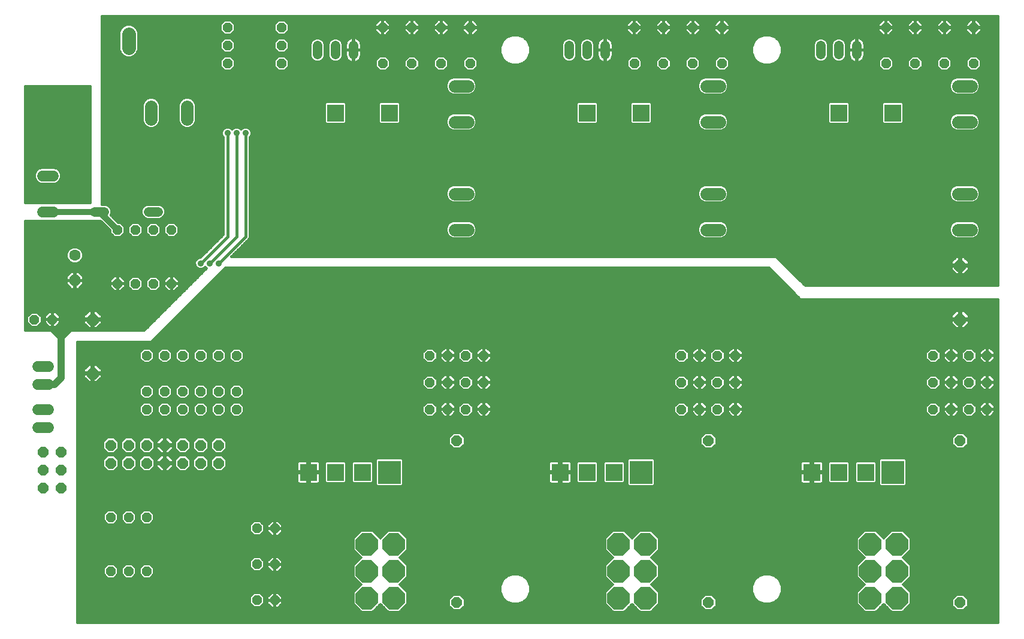
<source format=gbl>
G75*
%MOIN*%
%OFA0B0*%
%FSLAX25Y25*%
%IPPOS*%
%LPD*%
%AMOC8*
5,1,8,0,0,1.08239X$1,22.5*
%
%ADD10C,0.07050*%
%ADD11OC8,0.05200*%
%ADD12C,0.06000*%
%ADD13OC8,0.06600*%
%ADD14OC8,0.06000*%
%ADD15OC8,0.12500*%
%ADD16C,0.05200*%
%ADD17OC8,0.06300*%
%ADD18C,0.06300*%
%ADD19C,0.07677*%
%ADD20R,0.09449X0.09449*%
%ADD21R,0.12661X0.12661*%
%ADD22C,0.01200*%
%ADD23C,0.04000*%
%ADD24C,0.03200*%
%ADD25C,0.03562*%
%ADD26C,0.01600*%
D10*
X0511475Y0510000D02*
X0518525Y0510000D01*
X0518525Y0530000D02*
X0511475Y0530000D01*
X0511475Y0570000D02*
X0518525Y0570000D01*
X0518525Y0590000D02*
X0511475Y0590000D01*
X0651475Y0590000D02*
X0658525Y0590000D01*
X0658525Y0570000D02*
X0651475Y0570000D01*
X0651475Y0530000D02*
X0658525Y0530000D01*
X0658525Y0510000D02*
X0651475Y0510000D01*
X0791475Y0510000D02*
X0798525Y0510000D01*
X0798525Y0530000D02*
X0791475Y0530000D01*
X0791475Y0570000D02*
X0798525Y0570000D01*
X0798525Y0590000D02*
X0791475Y0590000D01*
X0362500Y0578525D02*
X0362500Y0571475D01*
X0342500Y0571475D02*
X0342500Y0578525D01*
X0302500Y0578525D02*
X0302500Y0571475D01*
X0282500Y0571475D02*
X0282500Y0578525D01*
D11*
X0323750Y0510000D03*
X0333750Y0510000D03*
X0343750Y0510000D03*
X0353750Y0510000D03*
X0353750Y0480000D03*
X0343750Y0480000D03*
X0333750Y0480000D03*
X0323750Y0480000D03*
X0287500Y0460000D03*
X0277500Y0460000D03*
X0340000Y0440000D03*
X0350000Y0440000D03*
X0360000Y0440000D03*
X0370000Y0440000D03*
X0380000Y0440000D03*
X0390000Y0440000D03*
X0390000Y0420000D03*
X0390000Y0410000D03*
X0380000Y0410000D03*
X0380000Y0420000D03*
X0370000Y0420000D03*
X0370000Y0410000D03*
X0360000Y0410000D03*
X0360000Y0420000D03*
X0350000Y0420000D03*
X0350000Y0410000D03*
X0340000Y0410000D03*
X0340000Y0420000D03*
X0340000Y0350000D03*
X0330000Y0350000D03*
X0320000Y0350000D03*
X0320000Y0320000D03*
X0330000Y0320000D03*
X0340000Y0320000D03*
X0401250Y0323750D03*
X0411250Y0323750D03*
X0411250Y0303750D03*
X0401250Y0303750D03*
X0401250Y0343750D03*
X0411250Y0343750D03*
X0497500Y0410000D03*
X0507500Y0410000D03*
X0517500Y0410000D03*
X0527500Y0410000D03*
X0527500Y0425000D03*
X0517500Y0425000D03*
X0507500Y0425000D03*
X0497500Y0425000D03*
X0497500Y0440000D03*
X0507500Y0440000D03*
X0517500Y0440000D03*
X0527500Y0440000D03*
X0637500Y0440000D03*
X0647500Y0440000D03*
X0657500Y0440000D03*
X0667500Y0440000D03*
X0667500Y0425000D03*
X0657500Y0425000D03*
X0647500Y0425000D03*
X0637500Y0425000D03*
X0637500Y0410000D03*
X0647500Y0410000D03*
X0657500Y0410000D03*
X0667500Y0410000D03*
X0777500Y0410000D03*
X0787500Y0410000D03*
X0797500Y0410000D03*
X0807500Y0410000D03*
X0807500Y0425000D03*
X0797500Y0425000D03*
X0787500Y0425000D03*
X0777500Y0425000D03*
X0777500Y0440000D03*
X0787500Y0440000D03*
X0797500Y0440000D03*
X0807500Y0440000D03*
X0800000Y0602500D03*
X0783750Y0602500D03*
X0767500Y0602500D03*
X0751250Y0602500D03*
X0751250Y0622500D03*
X0767500Y0622500D03*
X0783750Y0622500D03*
X0800000Y0622500D03*
X0660000Y0622500D03*
X0643750Y0622500D03*
X0627500Y0622500D03*
X0611250Y0622500D03*
X0611250Y0602500D03*
X0627500Y0602500D03*
X0643750Y0602500D03*
X0660000Y0602500D03*
X0520000Y0602500D03*
X0503750Y0602500D03*
X0487500Y0602500D03*
X0471250Y0602500D03*
X0471250Y0622500D03*
X0487500Y0622500D03*
X0503750Y0622500D03*
X0520000Y0622500D03*
X0415000Y0622500D03*
X0415000Y0612500D03*
X0415000Y0602500D03*
X0385000Y0602500D03*
X0385000Y0612500D03*
X0385000Y0622500D03*
D12*
X0288000Y0540000D02*
X0282000Y0540000D01*
X0282000Y0530000D02*
X0288000Y0530000D01*
X0288000Y0520000D02*
X0282000Y0520000D01*
X0279500Y0433750D02*
X0285500Y0433750D01*
X0285500Y0423750D02*
X0279500Y0423750D01*
X0279500Y0410000D02*
X0285500Y0410000D01*
X0285500Y0400000D02*
X0279500Y0400000D01*
D13*
X0310000Y0430000D03*
X0310000Y0460000D03*
X0792500Y0460000D03*
X0792500Y0490000D03*
D14*
X0792500Y0392500D03*
X0792500Y0302500D03*
X0652500Y0302500D03*
X0652500Y0392500D03*
X0512500Y0392500D03*
X0512500Y0302500D03*
X0380000Y0380000D03*
X0380000Y0390000D03*
X0370000Y0390000D03*
X0370000Y0380000D03*
X0360000Y0380000D03*
X0360000Y0390000D03*
X0350000Y0390000D03*
X0350000Y0380000D03*
X0340000Y0380000D03*
X0340000Y0390000D03*
X0330000Y0390000D03*
X0330000Y0380000D03*
X0320000Y0380000D03*
X0320000Y0390000D03*
X0292500Y0386250D03*
X0282500Y0386250D03*
X0282500Y0376250D03*
X0282500Y0366250D03*
X0292500Y0366250D03*
X0292500Y0376250D03*
D15*
X0427500Y0335000D03*
X0442500Y0335000D03*
X0442500Y0320000D03*
X0427500Y0320000D03*
X0427500Y0305000D03*
X0442500Y0305000D03*
X0462500Y0305000D03*
X0462500Y0320000D03*
X0462500Y0335000D03*
X0477500Y0335000D03*
X0477500Y0320000D03*
X0477500Y0305000D03*
X0567500Y0305000D03*
X0582500Y0305000D03*
X0582500Y0320000D03*
X0567500Y0320000D03*
X0567500Y0335000D03*
X0582500Y0335000D03*
X0602500Y0335000D03*
X0617500Y0335000D03*
X0617500Y0320000D03*
X0602500Y0320000D03*
X0602500Y0305000D03*
X0617500Y0305000D03*
X0707500Y0305000D03*
X0707500Y0320000D03*
X0707500Y0335000D03*
X0722500Y0335000D03*
X0722500Y0320000D03*
X0722500Y0305000D03*
X0742500Y0305000D03*
X0757500Y0305000D03*
X0757500Y0320000D03*
X0742500Y0320000D03*
X0742500Y0335000D03*
X0757500Y0335000D03*
D16*
X0735000Y0607400D02*
X0735000Y0612600D01*
X0725000Y0612600D02*
X0725000Y0607400D01*
X0715000Y0607400D02*
X0715000Y0612600D01*
X0595000Y0612600D02*
X0595000Y0607400D01*
X0585000Y0607400D02*
X0585000Y0612600D01*
X0575000Y0612600D02*
X0575000Y0607400D01*
X0455000Y0607400D02*
X0455000Y0612600D01*
X0445000Y0612600D02*
X0445000Y0607400D01*
X0435000Y0607400D02*
X0435000Y0612600D01*
X0346350Y0520000D02*
X0341150Y0520000D01*
X0316350Y0520000D02*
X0311150Y0520000D01*
D17*
X0300000Y0481750D03*
D18*
X0300000Y0495750D03*
D19*
X0330000Y0611161D02*
X0330000Y0618839D01*
X0360000Y0618839D02*
X0360000Y0611161D01*
D20*
X0415000Y0575000D03*
X0445000Y0575000D03*
X0475000Y0575000D03*
X0555000Y0575000D03*
X0585000Y0575000D03*
X0615000Y0575000D03*
X0695000Y0575000D03*
X0725000Y0575000D03*
X0755000Y0575000D03*
X0740000Y0375000D03*
X0725000Y0375000D03*
X0710000Y0375000D03*
X0600000Y0375000D03*
X0585000Y0375000D03*
X0570000Y0375000D03*
X0460000Y0375000D03*
X0445000Y0375000D03*
X0430000Y0375000D03*
D21*
X0415000Y0375000D03*
X0475000Y0375000D03*
X0555000Y0375000D03*
X0615000Y0375000D03*
X0695000Y0375000D03*
X0755000Y0375000D03*
D22*
X0301250Y0447500D02*
X0301250Y0291250D01*
X0813750Y0291250D01*
X0813750Y0471250D01*
X0703750Y0471250D01*
X0686250Y0488750D01*
X0383750Y0488750D01*
X0342500Y0447500D01*
X0301250Y0447500D01*
X0301250Y0447248D02*
X0813750Y0447248D01*
X0813750Y0446050D02*
X0301250Y0446050D01*
X0301250Y0444851D02*
X0813750Y0444851D01*
X0813750Y0443653D02*
X0809787Y0443653D01*
X0809240Y0444200D02*
X0807700Y0444200D01*
X0807700Y0440200D01*
X0811700Y0440200D01*
X0811700Y0441740D01*
X0809240Y0444200D01*
X0807700Y0443653D02*
X0807300Y0443653D01*
X0807300Y0444200D02*
X0805760Y0444200D01*
X0803300Y0441740D01*
X0803300Y0440200D01*
X0807300Y0440200D01*
X0807300Y0444200D01*
X0807300Y0442454D02*
X0807700Y0442454D01*
X0807700Y0441256D02*
X0807300Y0441256D01*
X0807300Y0440200D02*
X0807700Y0440200D01*
X0807700Y0439800D01*
X0811700Y0439800D01*
X0811700Y0438260D01*
X0809240Y0435800D01*
X0807700Y0435800D01*
X0807700Y0439800D01*
X0807300Y0439800D01*
X0807300Y0435800D01*
X0805760Y0435800D01*
X0803300Y0438260D01*
X0803300Y0439800D01*
X0807300Y0439800D01*
X0807300Y0440200D01*
X0807300Y0440057D02*
X0801507Y0440057D01*
X0801507Y0438859D02*
X0803300Y0438859D01*
X0803900Y0437660D02*
X0800827Y0437660D01*
X0801507Y0438340D02*
X0799160Y0435993D01*
X0795840Y0435993D01*
X0793493Y0438340D01*
X0793493Y0441660D01*
X0795840Y0444007D01*
X0799160Y0444007D01*
X0801507Y0441660D01*
X0801507Y0438340D01*
X0799628Y0436462D02*
X0805099Y0436462D01*
X0807300Y0436462D02*
X0807700Y0436462D01*
X0807700Y0437660D02*
X0807300Y0437660D01*
X0807300Y0438859D02*
X0807700Y0438859D01*
X0807700Y0440057D02*
X0813750Y0440057D01*
X0813750Y0438859D02*
X0811700Y0438859D01*
X0811100Y0437660D02*
X0813750Y0437660D01*
X0813750Y0436462D02*
X0809901Y0436462D01*
X0813750Y0435263D02*
X0301250Y0435263D01*
X0301250Y0434065D02*
X0307135Y0434065D01*
X0307970Y0434900D02*
X0305100Y0432030D01*
X0305100Y0430500D01*
X0309500Y0430500D01*
X0309500Y0434900D01*
X0307970Y0434900D01*
X0309500Y0434065D02*
X0310500Y0434065D01*
X0310500Y0434900D02*
X0310500Y0430500D01*
X0309500Y0430500D01*
X0309500Y0429500D01*
X0305100Y0429500D01*
X0305100Y0427970D01*
X0307970Y0425100D01*
X0309500Y0425100D01*
X0309500Y0429500D01*
X0310500Y0429500D01*
X0310500Y0430500D01*
X0314900Y0430500D01*
X0314900Y0432030D01*
X0312030Y0434900D01*
X0310500Y0434900D01*
X0310500Y0432866D02*
X0309500Y0432866D01*
X0309500Y0431668D02*
X0310500Y0431668D01*
X0310500Y0430469D02*
X0813750Y0430469D01*
X0813750Y0431668D02*
X0314900Y0431668D01*
X0314064Y0432866D02*
X0813750Y0432866D01*
X0813750Y0434065D02*
X0312865Y0434065D01*
X0309500Y0430469D02*
X0301250Y0430469D01*
X0301250Y0431668D02*
X0305100Y0431668D01*
X0305936Y0432866D02*
X0301250Y0432866D01*
X0301250Y0429270D02*
X0305100Y0429270D01*
X0305100Y0428072D02*
X0301250Y0428072D01*
X0301250Y0426873D02*
X0306197Y0426873D01*
X0307395Y0425675D02*
X0301250Y0425675D01*
X0301250Y0424476D02*
X0493493Y0424476D01*
X0493493Y0423340D02*
X0495840Y0420993D01*
X0499160Y0420993D01*
X0501507Y0423340D01*
X0501507Y0426660D01*
X0499160Y0429007D01*
X0495840Y0429007D01*
X0493493Y0426660D01*
X0493493Y0423340D01*
X0493555Y0423278D02*
X0392389Y0423278D01*
X0391660Y0424007D02*
X0388340Y0424007D01*
X0385993Y0421660D01*
X0385993Y0418340D01*
X0388340Y0415993D01*
X0391660Y0415993D01*
X0394007Y0418340D01*
X0394007Y0421660D01*
X0391660Y0424007D01*
X0393587Y0422079D02*
X0494754Y0422079D01*
X0493493Y0425675D02*
X0312605Y0425675D01*
X0312030Y0425100D02*
X0314900Y0427970D01*
X0314900Y0429500D01*
X0310500Y0429500D01*
X0310500Y0425100D01*
X0312030Y0425100D01*
X0310500Y0425675D02*
X0309500Y0425675D01*
X0309500Y0426873D02*
X0310500Y0426873D01*
X0310500Y0428072D02*
X0309500Y0428072D01*
X0309500Y0429270D02*
X0310500Y0429270D01*
X0313803Y0426873D02*
X0493707Y0426873D01*
X0494905Y0428072D02*
X0314900Y0428072D01*
X0314900Y0429270D02*
X0813750Y0429270D01*
X0813750Y0428072D02*
X0810368Y0428072D01*
X0809240Y0429200D02*
X0811700Y0426740D01*
X0811700Y0425200D01*
X0807700Y0425200D01*
X0807700Y0424800D01*
X0811700Y0424800D01*
X0811700Y0423260D01*
X0809240Y0420800D01*
X0807700Y0420800D01*
X0807700Y0424800D01*
X0807300Y0424800D01*
X0807300Y0420800D01*
X0805760Y0420800D01*
X0803300Y0423260D01*
X0803300Y0424800D01*
X0807300Y0424800D01*
X0807300Y0425200D01*
X0807300Y0429200D01*
X0805760Y0429200D01*
X0803300Y0426740D01*
X0803300Y0425200D01*
X0807300Y0425200D01*
X0807700Y0425200D01*
X0807700Y0429200D01*
X0809240Y0429200D01*
X0807700Y0428072D02*
X0807300Y0428072D01*
X0807300Y0426873D02*
X0807700Y0426873D01*
X0807700Y0425675D02*
X0807300Y0425675D01*
X0807300Y0424476D02*
X0807700Y0424476D01*
X0807700Y0423278D02*
X0807300Y0423278D01*
X0807300Y0422079D02*
X0807700Y0422079D01*
X0807700Y0420881D02*
X0807300Y0420881D01*
X0805679Y0420881D02*
X0789321Y0420881D01*
X0789240Y0420800D02*
X0791700Y0423260D01*
X0791700Y0424800D01*
X0787700Y0424800D01*
X0787700Y0425200D01*
X0791700Y0425200D01*
X0791700Y0426740D01*
X0789240Y0429200D01*
X0787700Y0429200D01*
X0787700Y0425200D01*
X0787300Y0425200D01*
X0787300Y0429200D01*
X0785760Y0429200D01*
X0783300Y0426740D01*
X0783300Y0425200D01*
X0787300Y0425200D01*
X0787300Y0424800D01*
X0787700Y0424800D01*
X0787700Y0420800D01*
X0789240Y0420800D01*
X0787700Y0420881D02*
X0787300Y0420881D01*
X0787300Y0420800D02*
X0787300Y0424800D01*
X0783300Y0424800D01*
X0783300Y0423260D01*
X0785760Y0420800D01*
X0787300Y0420800D01*
X0787300Y0422079D02*
X0787700Y0422079D01*
X0787700Y0423278D02*
X0787300Y0423278D01*
X0787300Y0424476D02*
X0787700Y0424476D01*
X0787700Y0425675D02*
X0787300Y0425675D01*
X0787300Y0426873D02*
X0787700Y0426873D01*
X0787700Y0428072D02*
X0787300Y0428072D01*
X0784632Y0428072D02*
X0780095Y0428072D01*
X0779160Y0429007D02*
X0781507Y0426660D01*
X0781507Y0423340D01*
X0779160Y0420993D01*
X0775840Y0420993D01*
X0773493Y0423340D01*
X0773493Y0426660D01*
X0775840Y0429007D01*
X0779160Y0429007D01*
X0781293Y0426873D02*
X0783434Y0426873D01*
X0783300Y0425675D02*
X0781507Y0425675D01*
X0781507Y0424476D02*
X0783300Y0424476D01*
X0783300Y0423278D02*
X0781445Y0423278D01*
X0780246Y0422079D02*
X0784481Y0422079D01*
X0785679Y0420881D02*
X0669321Y0420881D01*
X0669240Y0420800D02*
X0671700Y0423260D01*
X0671700Y0424800D01*
X0667700Y0424800D01*
X0667700Y0425200D01*
X0671700Y0425200D01*
X0671700Y0426740D01*
X0669240Y0429200D01*
X0667700Y0429200D01*
X0667700Y0425200D01*
X0667300Y0425200D01*
X0667300Y0429200D01*
X0665760Y0429200D01*
X0663300Y0426740D01*
X0663300Y0425200D01*
X0667300Y0425200D01*
X0667300Y0424800D01*
X0667700Y0424800D01*
X0667700Y0420800D01*
X0669240Y0420800D01*
X0667700Y0420881D02*
X0667300Y0420881D01*
X0667300Y0420800D02*
X0667300Y0424800D01*
X0663300Y0424800D01*
X0663300Y0423260D01*
X0665760Y0420800D01*
X0667300Y0420800D01*
X0667300Y0422079D02*
X0667700Y0422079D01*
X0667700Y0423278D02*
X0667300Y0423278D01*
X0667300Y0424476D02*
X0667700Y0424476D01*
X0667700Y0425675D02*
X0667300Y0425675D01*
X0667300Y0426873D02*
X0667700Y0426873D01*
X0667700Y0428072D02*
X0667300Y0428072D01*
X0664632Y0428072D02*
X0660095Y0428072D01*
X0659160Y0429007D02*
X0661507Y0426660D01*
X0661507Y0423340D01*
X0659160Y0420993D01*
X0655840Y0420993D01*
X0653493Y0423340D01*
X0653493Y0426660D01*
X0655840Y0429007D01*
X0659160Y0429007D01*
X0661293Y0426873D02*
X0663434Y0426873D01*
X0663300Y0425675D02*
X0661507Y0425675D01*
X0661507Y0424476D02*
X0663300Y0424476D01*
X0663300Y0423278D02*
X0661445Y0423278D01*
X0660246Y0422079D02*
X0664481Y0422079D01*
X0665679Y0420881D02*
X0649321Y0420881D01*
X0649240Y0420800D02*
X0651700Y0423260D01*
X0651700Y0424800D01*
X0647700Y0424800D01*
X0647700Y0425200D01*
X0651700Y0425200D01*
X0651700Y0426740D01*
X0649240Y0429200D01*
X0647700Y0429200D01*
X0647700Y0425200D01*
X0647300Y0425200D01*
X0647300Y0429200D01*
X0645760Y0429200D01*
X0643300Y0426740D01*
X0643300Y0425200D01*
X0647300Y0425200D01*
X0647300Y0424800D01*
X0647700Y0424800D01*
X0647700Y0420800D01*
X0649240Y0420800D01*
X0647700Y0420881D02*
X0647300Y0420881D01*
X0647300Y0420800D02*
X0647300Y0424800D01*
X0643300Y0424800D01*
X0643300Y0423260D01*
X0645760Y0420800D01*
X0647300Y0420800D01*
X0647300Y0422079D02*
X0647700Y0422079D01*
X0647700Y0423278D02*
X0647300Y0423278D01*
X0647300Y0424476D02*
X0647700Y0424476D01*
X0647700Y0425675D02*
X0647300Y0425675D01*
X0647300Y0426873D02*
X0647700Y0426873D01*
X0647700Y0428072D02*
X0647300Y0428072D01*
X0644632Y0428072D02*
X0640095Y0428072D01*
X0639160Y0429007D02*
X0641507Y0426660D01*
X0641507Y0423340D01*
X0639160Y0420993D01*
X0635840Y0420993D01*
X0633493Y0423340D01*
X0633493Y0426660D01*
X0635840Y0429007D01*
X0639160Y0429007D01*
X0641293Y0426873D02*
X0643434Y0426873D01*
X0643300Y0425675D02*
X0641507Y0425675D01*
X0641507Y0424476D02*
X0643300Y0424476D01*
X0643300Y0423278D02*
X0641445Y0423278D01*
X0640246Y0422079D02*
X0644481Y0422079D01*
X0645679Y0420881D02*
X0529321Y0420881D01*
X0529240Y0420800D02*
X0531700Y0423260D01*
X0531700Y0424800D01*
X0527700Y0424800D01*
X0527700Y0425200D01*
X0531700Y0425200D01*
X0531700Y0426740D01*
X0529240Y0429200D01*
X0527700Y0429200D01*
X0527700Y0425200D01*
X0527300Y0425200D01*
X0527300Y0429200D01*
X0525760Y0429200D01*
X0523300Y0426740D01*
X0523300Y0425200D01*
X0527300Y0425200D01*
X0527300Y0424800D01*
X0527700Y0424800D01*
X0527700Y0420800D01*
X0529240Y0420800D01*
X0527700Y0420881D02*
X0527300Y0420881D01*
X0527300Y0420800D02*
X0527300Y0424800D01*
X0523300Y0424800D01*
X0523300Y0423260D01*
X0525760Y0420800D01*
X0527300Y0420800D01*
X0527300Y0422079D02*
X0527700Y0422079D01*
X0527700Y0423278D02*
X0527300Y0423278D01*
X0527300Y0424476D02*
X0527700Y0424476D01*
X0527700Y0425675D02*
X0527300Y0425675D01*
X0527300Y0426873D02*
X0527700Y0426873D01*
X0527700Y0428072D02*
X0527300Y0428072D01*
X0524632Y0428072D02*
X0520095Y0428072D01*
X0519160Y0429007D02*
X0515840Y0429007D01*
X0513493Y0426660D01*
X0513493Y0423340D01*
X0515840Y0420993D01*
X0519160Y0420993D01*
X0521507Y0423340D01*
X0521507Y0426660D01*
X0519160Y0429007D01*
X0521293Y0426873D02*
X0523434Y0426873D01*
X0523300Y0425675D02*
X0521507Y0425675D01*
X0521507Y0424476D02*
X0523300Y0424476D01*
X0523300Y0423278D02*
X0521445Y0423278D01*
X0520246Y0422079D02*
X0524481Y0422079D01*
X0525679Y0420881D02*
X0509321Y0420881D01*
X0509240Y0420800D02*
X0511700Y0423260D01*
X0511700Y0424800D01*
X0507700Y0424800D01*
X0507700Y0425200D01*
X0511700Y0425200D01*
X0511700Y0426740D01*
X0509240Y0429200D01*
X0507700Y0429200D01*
X0507700Y0425200D01*
X0507300Y0425200D01*
X0507300Y0429200D01*
X0505760Y0429200D01*
X0503300Y0426740D01*
X0503300Y0425200D01*
X0507300Y0425200D01*
X0507300Y0424800D01*
X0507700Y0424800D01*
X0507700Y0420800D01*
X0509240Y0420800D01*
X0507700Y0420881D02*
X0507300Y0420881D01*
X0507300Y0420800D02*
X0507300Y0424800D01*
X0503300Y0424800D01*
X0503300Y0423260D01*
X0505760Y0420800D01*
X0507300Y0420800D01*
X0507300Y0422079D02*
X0507700Y0422079D01*
X0507700Y0423278D02*
X0507300Y0423278D01*
X0507300Y0424476D02*
X0507700Y0424476D01*
X0507700Y0425675D02*
X0507300Y0425675D01*
X0507300Y0426873D02*
X0507700Y0426873D01*
X0507700Y0428072D02*
X0507300Y0428072D01*
X0504632Y0428072D02*
X0500095Y0428072D01*
X0501293Y0426873D02*
X0503434Y0426873D01*
X0503300Y0425675D02*
X0501507Y0425675D01*
X0501507Y0424476D02*
X0503300Y0424476D01*
X0503300Y0423278D02*
X0501445Y0423278D01*
X0500246Y0422079D02*
X0504481Y0422079D01*
X0505679Y0420881D02*
X0394007Y0420881D01*
X0394007Y0419682D02*
X0813750Y0419682D01*
X0813750Y0418484D02*
X0394007Y0418484D01*
X0392952Y0417285D02*
X0813750Y0417285D01*
X0813750Y0416087D02*
X0391754Y0416087D01*
X0391660Y0414007D02*
X0388340Y0414007D01*
X0385993Y0411660D01*
X0385993Y0408340D01*
X0388340Y0405993D01*
X0391660Y0405993D01*
X0394007Y0408340D01*
X0394007Y0411660D01*
X0391660Y0414007D01*
X0391977Y0413690D02*
X0495523Y0413690D01*
X0495840Y0414007D02*
X0493493Y0411660D01*
X0493493Y0408340D01*
X0495840Y0405993D01*
X0499160Y0405993D01*
X0501507Y0408340D01*
X0501507Y0411660D01*
X0499160Y0414007D01*
X0495840Y0414007D01*
X0494324Y0412491D02*
X0393176Y0412491D01*
X0394007Y0411293D02*
X0493493Y0411293D01*
X0493493Y0410094D02*
X0394007Y0410094D01*
X0394007Y0408896D02*
X0493493Y0408896D01*
X0494136Y0407697D02*
X0393364Y0407697D01*
X0392166Y0406499D02*
X0495334Y0406499D01*
X0499666Y0406499D02*
X0505062Y0406499D01*
X0505760Y0405800D02*
X0507300Y0405800D01*
X0507300Y0409800D01*
X0507700Y0409800D01*
X0507700Y0410200D01*
X0511700Y0410200D01*
X0511700Y0411740D01*
X0509240Y0414200D01*
X0507700Y0414200D01*
X0507700Y0410200D01*
X0507300Y0410200D01*
X0507300Y0414200D01*
X0505760Y0414200D01*
X0503300Y0411740D01*
X0503300Y0410200D01*
X0507300Y0410200D01*
X0507300Y0409800D01*
X0503300Y0409800D01*
X0503300Y0408260D01*
X0505760Y0405800D01*
X0507300Y0406499D02*
X0507700Y0406499D01*
X0507700Y0405800D02*
X0509240Y0405800D01*
X0511700Y0408260D01*
X0511700Y0409800D01*
X0507700Y0409800D01*
X0507700Y0405800D01*
X0507700Y0407697D02*
X0507300Y0407697D01*
X0507300Y0408896D02*
X0507700Y0408896D01*
X0507700Y0410094D02*
X0513493Y0410094D01*
X0513493Y0408896D02*
X0511700Y0408896D01*
X0511137Y0407697D02*
X0514136Y0407697D01*
X0513493Y0408340D02*
X0515840Y0405993D01*
X0519160Y0405993D01*
X0521507Y0408340D01*
X0521507Y0411660D01*
X0519160Y0414007D01*
X0515840Y0414007D01*
X0513493Y0411660D01*
X0513493Y0408340D01*
X0515334Y0406499D02*
X0509938Y0406499D01*
X0507300Y0410094D02*
X0501507Y0410094D01*
X0501507Y0408896D02*
X0503300Y0408896D01*
X0503863Y0407697D02*
X0500864Y0407697D01*
X0501507Y0411293D02*
X0503300Y0411293D01*
X0504052Y0412491D02*
X0500676Y0412491D01*
X0499477Y0413690D02*
X0505250Y0413690D01*
X0507300Y0413690D02*
X0507700Y0413690D01*
X0507700Y0412491D02*
X0507300Y0412491D01*
X0507300Y0411293D02*
X0507700Y0411293D01*
X0509750Y0413690D02*
X0515523Y0413690D01*
X0514324Y0412491D02*
X0510948Y0412491D01*
X0511700Y0411293D02*
X0513493Y0411293D01*
X0519477Y0413690D02*
X0525250Y0413690D01*
X0525760Y0414200D02*
X0523300Y0411740D01*
X0523300Y0410200D01*
X0527300Y0410200D01*
X0527300Y0414200D01*
X0525760Y0414200D01*
X0527300Y0413690D02*
X0527700Y0413690D01*
X0527700Y0414200D02*
X0529240Y0414200D01*
X0531700Y0411740D01*
X0531700Y0410200D01*
X0527700Y0410200D01*
X0527700Y0409800D01*
X0531700Y0409800D01*
X0531700Y0408260D01*
X0529240Y0405800D01*
X0527700Y0405800D01*
X0527700Y0409800D01*
X0527300Y0409800D01*
X0527300Y0405800D01*
X0525760Y0405800D01*
X0523300Y0408260D01*
X0523300Y0409800D01*
X0527300Y0409800D01*
X0527300Y0410200D01*
X0527700Y0410200D01*
X0527700Y0414200D01*
X0527700Y0412491D02*
X0527300Y0412491D01*
X0527300Y0411293D02*
X0527700Y0411293D01*
X0527700Y0410094D02*
X0633493Y0410094D01*
X0633493Y0408896D02*
X0531700Y0408896D01*
X0531137Y0407697D02*
X0634136Y0407697D01*
X0633493Y0408340D02*
X0635840Y0405993D01*
X0639160Y0405993D01*
X0641507Y0408340D01*
X0641507Y0411660D01*
X0639160Y0414007D01*
X0635840Y0414007D01*
X0633493Y0411660D01*
X0633493Y0408340D01*
X0635334Y0406499D02*
X0529938Y0406499D01*
X0527700Y0406499D02*
X0527300Y0406499D01*
X0527300Y0407697D02*
X0527700Y0407697D01*
X0527700Y0408896D02*
X0527300Y0408896D01*
X0527300Y0410094D02*
X0521507Y0410094D01*
X0521507Y0408896D02*
X0523300Y0408896D01*
X0523863Y0407697D02*
X0520864Y0407697D01*
X0519666Y0406499D02*
X0525062Y0406499D01*
X0523300Y0411293D02*
X0521507Y0411293D01*
X0520676Y0412491D02*
X0524052Y0412491D01*
X0529750Y0413690D02*
X0635523Y0413690D01*
X0634324Y0412491D02*
X0530948Y0412491D01*
X0531700Y0411293D02*
X0633493Y0411293D01*
X0639477Y0413690D02*
X0645250Y0413690D01*
X0645760Y0414200D02*
X0643300Y0411740D01*
X0643300Y0410200D01*
X0647300Y0410200D01*
X0647300Y0414200D01*
X0645760Y0414200D01*
X0647300Y0413690D02*
X0647700Y0413690D01*
X0647700Y0414200D02*
X0649240Y0414200D01*
X0651700Y0411740D01*
X0651700Y0410200D01*
X0647700Y0410200D01*
X0647700Y0409800D01*
X0651700Y0409800D01*
X0651700Y0408260D01*
X0649240Y0405800D01*
X0647700Y0405800D01*
X0647700Y0409800D01*
X0647300Y0409800D01*
X0647300Y0405800D01*
X0645760Y0405800D01*
X0643300Y0408260D01*
X0643300Y0409800D01*
X0647300Y0409800D01*
X0647300Y0410200D01*
X0647700Y0410200D01*
X0647700Y0414200D01*
X0647700Y0412491D02*
X0647300Y0412491D01*
X0647300Y0411293D02*
X0647700Y0411293D01*
X0647700Y0410094D02*
X0653493Y0410094D01*
X0653493Y0408896D02*
X0651700Y0408896D01*
X0651137Y0407697D02*
X0654136Y0407697D01*
X0653493Y0408340D02*
X0655840Y0405993D01*
X0659160Y0405993D01*
X0661507Y0408340D01*
X0661507Y0411660D01*
X0659160Y0414007D01*
X0655840Y0414007D01*
X0653493Y0411660D01*
X0653493Y0408340D01*
X0655334Y0406499D02*
X0649938Y0406499D01*
X0647700Y0406499D02*
X0647300Y0406499D01*
X0647300Y0407697D02*
X0647700Y0407697D01*
X0647700Y0408896D02*
X0647300Y0408896D01*
X0647300Y0410094D02*
X0641507Y0410094D01*
X0641507Y0408896D02*
X0643300Y0408896D01*
X0643863Y0407697D02*
X0640864Y0407697D01*
X0639666Y0406499D02*
X0645062Y0406499D01*
X0643300Y0411293D02*
X0641507Y0411293D01*
X0640676Y0412491D02*
X0644052Y0412491D01*
X0649750Y0413690D02*
X0655523Y0413690D01*
X0654324Y0412491D02*
X0650948Y0412491D01*
X0651700Y0411293D02*
X0653493Y0411293D01*
X0659477Y0413690D02*
X0665250Y0413690D01*
X0665760Y0414200D02*
X0663300Y0411740D01*
X0663300Y0410200D01*
X0667300Y0410200D01*
X0667300Y0414200D01*
X0665760Y0414200D01*
X0667300Y0413690D02*
X0667700Y0413690D01*
X0667700Y0414200D02*
X0669240Y0414200D01*
X0671700Y0411740D01*
X0671700Y0410200D01*
X0667700Y0410200D01*
X0667700Y0409800D01*
X0671700Y0409800D01*
X0671700Y0408260D01*
X0669240Y0405800D01*
X0667700Y0405800D01*
X0667700Y0409800D01*
X0667300Y0409800D01*
X0667300Y0405800D01*
X0665760Y0405800D01*
X0663300Y0408260D01*
X0663300Y0409800D01*
X0667300Y0409800D01*
X0667300Y0410200D01*
X0667700Y0410200D01*
X0667700Y0414200D01*
X0667700Y0412491D02*
X0667300Y0412491D01*
X0667300Y0411293D02*
X0667700Y0411293D01*
X0667700Y0410094D02*
X0773493Y0410094D01*
X0773493Y0408896D02*
X0671700Y0408896D01*
X0671137Y0407697D02*
X0774136Y0407697D01*
X0773493Y0408340D02*
X0775840Y0405993D01*
X0779160Y0405993D01*
X0781507Y0408340D01*
X0781507Y0411660D01*
X0779160Y0414007D01*
X0775840Y0414007D01*
X0773493Y0411660D01*
X0773493Y0408340D01*
X0775334Y0406499D02*
X0669938Y0406499D01*
X0667700Y0406499D02*
X0667300Y0406499D01*
X0667300Y0407697D02*
X0667700Y0407697D01*
X0667700Y0408896D02*
X0667300Y0408896D01*
X0667300Y0410094D02*
X0661507Y0410094D01*
X0661507Y0408896D02*
X0663300Y0408896D01*
X0663863Y0407697D02*
X0660864Y0407697D01*
X0659666Y0406499D02*
X0665062Y0406499D01*
X0663300Y0411293D02*
X0661507Y0411293D01*
X0660676Y0412491D02*
X0664052Y0412491D01*
X0669750Y0413690D02*
X0775523Y0413690D01*
X0774324Y0412491D02*
X0670948Y0412491D01*
X0671700Y0411293D02*
X0773493Y0411293D01*
X0779477Y0413690D02*
X0785250Y0413690D01*
X0785760Y0414200D02*
X0783300Y0411740D01*
X0783300Y0410200D01*
X0787300Y0410200D01*
X0787300Y0414200D01*
X0785760Y0414200D01*
X0787300Y0413690D02*
X0787700Y0413690D01*
X0787700Y0414200D02*
X0789240Y0414200D01*
X0791700Y0411740D01*
X0791700Y0410200D01*
X0787700Y0410200D01*
X0787700Y0409800D01*
X0791700Y0409800D01*
X0791700Y0408260D01*
X0789240Y0405800D01*
X0787700Y0405800D01*
X0787700Y0409800D01*
X0787300Y0409800D01*
X0787300Y0405800D01*
X0785760Y0405800D01*
X0783300Y0408260D01*
X0783300Y0409800D01*
X0787300Y0409800D01*
X0787300Y0410200D01*
X0787700Y0410200D01*
X0787700Y0414200D01*
X0787700Y0412491D02*
X0787300Y0412491D01*
X0787300Y0411293D02*
X0787700Y0411293D01*
X0787700Y0410094D02*
X0793493Y0410094D01*
X0793493Y0408896D02*
X0791700Y0408896D01*
X0791137Y0407697D02*
X0794136Y0407697D01*
X0793493Y0408340D02*
X0795840Y0405993D01*
X0799160Y0405993D01*
X0801507Y0408340D01*
X0801507Y0411660D01*
X0799160Y0414007D01*
X0795840Y0414007D01*
X0793493Y0411660D01*
X0793493Y0408340D01*
X0795334Y0406499D02*
X0789938Y0406499D01*
X0787700Y0406499D02*
X0787300Y0406499D01*
X0787300Y0407697D02*
X0787700Y0407697D01*
X0787700Y0408896D02*
X0787300Y0408896D01*
X0787300Y0410094D02*
X0781507Y0410094D01*
X0781507Y0408896D02*
X0783300Y0408896D01*
X0783863Y0407697D02*
X0780864Y0407697D01*
X0779666Y0406499D02*
X0785062Y0406499D01*
X0783300Y0411293D02*
X0781507Y0411293D01*
X0780676Y0412491D02*
X0784052Y0412491D01*
X0789750Y0413690D02*
X0795523Y0413690D01*
X0794324Y0412491D02*
X0790948Y0412491D01*
X0791700Y0411293D02*
X0793493Y0411293D01*
X0799477Y0413690D02*
X0805250Y0413690D01*
X0805760Y0414200D02*
X0803300Y0411740D01*
X0803300Y0410200D01*
X0807300Y0410200D01*
X0807300Y0414200D01*
X0805760Y0414200D01*
X0807300Y0413690D02*
X0807700Y0413690D01*
X0807700Y0414200D02*
X0809240Y0414200D01*
X0811700Y0411740D01*
X0811700Y0410200D01*
X0807700Y0410200D01*
X0807700Y0409800D01*
X0811700Y0409800D01*
X0811700Y0408260D01*
X0809240Y0405800D01*
X0807700Y0405800D01*
X0807700Y0409800D01*
X0807300Y0409800D01*
X0807300Y0405800D01*
X0805760Y0405800D01*
X0803300Y0408260D01*
X0803300Y0409800D01*
X0807300Y0409800D01*
X0807300Y0410200D01*
X0807700Y0410200D01*
X0807700Y0414200D01*
X0807700Y0412491D02*
X0807300Y0412491D01*
X0807300Y0411293D02*
X0807700Y0411293D01*
X0807700Y0410094D02*
X0813750Y0410094D01*
X0813750Y0408896D02*
X0811700Y0408896D01*
X0811137Y0407697D02*
X0813750Y0407697D01*
X0813750Y0406499D02*
X0809938Y0406499D01*
X0807700Y0406499D02*
X0807300Y0406499D01*
X0807300Y0407697D02*
X0807700Y0407697D01*
X0807700Y0408896D02*
X0807300Y0408896D01*
X0807300Y0410094D02*
X0801507Y0410094D01*
X0801507Y0408896D02*
X0803300Y0408896D01*
X0803863Y0407697D02*
X0800864Y0407697D01*
X0799666Y0406499D02*
X0805062Y0406499D01*
X0803300Y0411293D02*
X0801507Y0411293D01*
X0800676Y0412491D02*
X0804052Y0412491D01*
X0809750Y0413690D02*
X0813750Y0413690D01*
X0813750Y0414888D02*
X0301250Y0414888D01*
X0301250Y0413690D02*
X0338023Y0413690D01*
X0338340Y0414007D02*
X0335993Y0411660D01*
X0335993Y0408340D01*
X0338340Y0405993D01*
X0341660Y0405993D01*
X0344007Y0408340D01*
X0344007Y0411660D01*
X0341660Y0414007D01*
X0338340Y0414007D01*
X0338340Y0415993D02*
X0341660Y0415993D01*
X0344007Y0418340D01*
X0344007Y0421660D01*
X0341660Y0424007D01*
X0338340Y0424007D01*
X0335993Y0421660D01*
X0335993Y0418340D01*
X0338340Y0415993D01*
X0338246Y0416087D02*
X0301250Y0416087D01*
X0301250Y0417285D02*
X0337048Y0417285D01*
X0335993Y0418484D02*
X0301250Y0418484D01*
X0301250Y0419682D02*
X0335993Y0419682D01*
X0335993Y0420881D02*
X0301250Y0420881D01*
X0301250Y0422079D02*
X0336413Y0422079D01*
X0337611Y0423278D02*
X0301250Y0423278D01*
X0301250Y0412491D02*
X0336824Y0412491D01*
X0335993Y0411293D02*
X0301250Y0411293D01*
X0301250Y0410094D02*
X0335993Y0410094D01*
X0335993Y0408896D02*
X0301250Y0408896D01*
X0301250Y0407697D02*
X0336636Y0407697D01*
X0337834Y0406499D02*
X0301250Y0406499D01*
X0301250Y0405300D02*
X0813750Y0405300D01*
X0813750Y0404102D02*
X0301250Y0404102D01*
X0301250Y0402903D02*
X0813750Y0402903D01*
X0813750Y0401705D02*
X0301250Y0401705D01*
X0301250Y0400506D02*
X0813750Y0400506D01*
X0813750Y0399308D02*
X0301250Y0399308D01*
X0301250Y0398109D02*
X0813750Y0398109D01*
X0813750Y0396911D02*
X0301250Y0396911D01*
X0301250Y0395712D02*
X0509480Y0395712D01*
X0510675Y0396907D02*
X0508093Y0394325D01*
X0508093Y0390675D01*
X0510675Y0388093D01*
X0514325Y0388093D01*
X0516907Y0390675D01*
X0516907Y0394325D01*
X0514325Y0396907D01*
X0510675Y0396907D01*
X0508281Y0394514D02*
X0351992Y0394514D01*
X0351905Y0394600D02*
X0350400Y0394600D01*
X0350400Y0390400D01*
X0354600Y0390400D01*
X0354600Y0391905D01*
X0351905Y0394600D01*
X0350400Y0394514D02*
X0349600Y0394514D01*
X0349600Y0394600D02*
X0348095Y0394600D01*
X0345400Y0391905D01*
X0345400Y0390400D01*
X0349600Y0390400D01*
X0349600Y0394600D01*
X0349600Y0393315D02*
X0350400Y0393315D01*
X0350400Y0392117D02*
X0349600Y0392117D01*
X0349600Y0390918D02*
X0350400Y0390918D01*
X0350400Y0390400D02*
X0349600Y0390400D01*
X0349600Y0389600D01*
X0350400Y0389600D01*
X0350400Y0390400D01*
X0350400Y0389720D02*
X0355593Y0389720D01*
X0354600Y0389600D02*
X0350400Y0389600D01*
X0350400Y0385400D01*
X0351905Y0385400D01*
X0354600Y0388095D01*
X0354600Y0389600D01*
X0354600Y0388521D02*
X0355593Y0388521D01*
X0355593Y0388175D02*
X0358175Y0385593D01*
X0361825Y0385593D01*
X0364407Y0388175D01*
X0364407Y0391825D01*
X0361825Y0394407D01*
X0358175Y0394407D01*
X0355593Y0391825D01*
X0355593Y0388175D01*
X0356445Y0387323D02*
X0353828Y0387323D01*
X0352629Y0386124D02*
X0357643Y0386124D01*
X0358175Y0384407D02*
X0355593Y0381825D01*
X0355593Y0378175D01*
X0358175Y0375593D01*
X0361825Y0375593D01*
X0364407Y0378175D01*
X0364407Y0381825D01*
X0361825Y0384407D01*
X0358175Y0384407D01*
X0357495Y0383727D02*
X0352778Y0383727D01*
X0351905Y0384600D02*
X0350400Y0384600D01*
X0350400Y0380400D01*
X0354600Y0380400D01*
X0354600Y0381905D01*
X0351905Y0384600D01*
X0350400Y0383727D02*
X0349600Y0383727D01*
X0349600Y0384600D02*
X0348095Y0384600D01*
X0345400Y0381905D01*
X0345400Y0380400D01*
X0349600Y0380400D01*
X0349600Y0384600D01*
X0349600Y0385400D02*
X0349600Y0389600D01*
X0345400Y0389600D01*
X0345400Y0388095D01*
X0348095Y0385400D01*
X0349600Y0385400D01*
X0349600Y0386124D02*
X0350400Y0386124D01*
X0350400Y0387323D02*
X0349600Y0387323D01*
X0349600Y0388521D02*
X0350400Y0388521D01*
X0349600Y0389720D02*
X0344407Y0389720D01*
X0344407Y0390918D02*
X0345400Y0390918D01*
X0345611Y0392117D02*
X0344116Y0392117D01*
X0344407Y0391825D02*
X0341825Y0394407D01*
X0338175Y0394407D01*
X0335593Y0391825D01*
X0335593Y0388175D01*
X0338175Y0385593D01*
X0341825Y0385593D01*
X0344407Y0388175D01*
X0344407Y0391825D01*
X0342917Y0393315D02*
X0346810Y0393315D01*
X0348008Y0394514D02*
X0301250Y0394514D01*
X0301250Y0393315D02*
X0317083Y0393315D01*
X0318175Y0394407D02*
X0315593Y0391825D01*
X0315593Y0388175D01*
X0318175Y0385593D01*
X0321825Y0385593D01*
X0324407Y0388175D01*
X0324407Y0391825D01*
X0321825Y0394407D01*
X0318175Y0394407D01*
X0315884Y0392117D02*
X0301250Y0392117D01*
X0301250Y0390918D02*
X0315593Y0390918D01*
X0315593Y0389720D02*
X0301250Y0389720D01*
X0301250Y0388521D02*
X0315593Y0388521D01*
X0316445Y0387323D02*
X0301250Y0387323D01*
X0301250Y0386124D02*
X0317643Y0386124D01*
X0318175Y0384407D02*
X0315593Y0381825D01*
X0315593Y0378175D01*
X0318175Y0375593D01*
X0321825Y0375593D01*
X0324407Y0378175D01*
X0324407Y0381825D01*
X0321825Y0384407D01*
X0318175Y0384407D01*
X0317495Y0383727D02*
X0301250Y0383727D01*
X0301250Y0382529D02*
X0316296Y0382529D01*
X0315593Y0381330D02*
X0301250Y0381330D01*
X0301250Y0380132D02*
X0315593Y0380132D01*
X0315593Y0378933D02*
X0301250Y0378933D01*
X0301250Y0377734D02*
X0316033Y0377734D01*
X0317231Y0376536D02*
X0301250Y0376536D01*
X0301250Y0375337D02*
X0414400Y0375337D01*
X0414400Y0375600D02*
X0414400Y0374400D01*
X0415600Y0374400D01*
X0415600Y0375600D01*
X0414400Y0375600D01*
X0414400Y0382931D01*
X0408459Y0382931D01*
X0408052Y0382822D01*
X0407687Y0382611D01*
X0407389Y0382313D01*
X0407178Y0381948D01*
X0407069Y0381541D01*
X0407069Y0375600D01*
X0414400Y0375600D01*
X0414400Y0376536D02*
X0415600Y0376536D01*
X0415600Y0375600D02*
X0415600Y0382931D01*
X0421541Y0382931D01*
X0421948Y0382822D01*
X0422313Y0382611D01*
X0422611Y0382313D01*
X0422822Y0381948D01*
X0422931Y0381541D01*
X0422931Y0375600D01*
X0415600Y0375600D01*
X0415600Y0375337D02*
X0429400Y0375337D01*
X0429400Y0375600D02*
X0429400Y0374400D01*
X0430600Y0374400D01*
X0430600Y0375600D01*
X0429400Y0375600D01*
X0429400Y0381324D01*
X0425065Y0381324D01*
X0424658Y0381215D01*
X0424293Y0381005D01*
X0423995Y0380707D01*
X0423785Y0380342D01*
X0423676Y0379935D01*
X0423676Y0375600D01*
X0429400Y0375600D01*
X0429400Y0376536D02*
X0430600Y0376536D01*
X0430600Y0375600D02*
X0430600Y0381324D01*
X0434935Y0381324D01*
X0435342Y0381215D01*
X0435707Y0381005D01*
X0436005Y0380707D01*
X0436215Y0380342D01*
X0436324Y0379935D01*
X0436324Y0375600D01*
X0430600Y0375600D01*
X0430600Y0375337D02*
X0438869Y0375337D01*
X0438869Y0374139D02*
X0436324Y0374139D01*
X0436324Y0374400D02*
X0436324Y0370065D01*
X0436215Y0369658D01*
X0436005Y0369293D01*
X0435707Y0368995D01*
X0435342Y0368785D01*
X0434935Y0368676D01*
X0430600Y0368676D01*
X0430600Y0374400D01*
X0436324Y0374400D01*
X0436324Y0372940D02*
X0438869Y0372940D01*
X0438869Y0371742D02*
X0436324Y0371742D01*
X0436324Y0370543D02*
X0438869Y0370543D01*
X0438869Y0369693D02*
X0439693Y0368869D01*
X0450307Y0368869D01*
X0451131Y0369693D01*
X0451131Y0380307D01*
X0450307Y0381131D01*
X0439693Y0381131D01*
X0438869Y0380307D01*
X0438869Y0369693D01*
X0439216Y0369345D02*
X0436035Y0369345D01*
X0430600Y0369345D02*
X0429400Y0369345D01*
X0429400Y0368676D02*
X0429400Y0374400D01*
X0423676Y0374400D01*
X0423676Y0370065D01*
X0423785Y0369658D01*
X0423995Y0369293D01*
X0424293Y0368995D01*
X0424658Y0368785D01*
X0425065Y0368676D01*
X0429400Y0368676D01*
X0429400Y0370543D02*
X0430600Y0370543D01*
X0430600Y0371742D02*
X0429400Y0371742D01*
X0429400Y0372940D02*
X0430600Y0372940D01*
X0430600Y0374139D02*
X0429400Y0374139D01*
X0429400Y0377734D02*
X0430600Y0377734D01*
X0430600Y0378933D02*
X0429400Y0378933D01*
X0429400Y0380132D02*
X0430600Y0380132D01*
X0436272Y0380132D02*
X0438869Y0380132D01*
X0438869Y0378933D02*
X0436324Y0378933D01*
X0436324Y0377734D02*
X0438869Y0377734D01*
X0438869Y0376536D02*
X0436324Y0376536D01*
X0423676Y0376536D02*
X0422931Y0376536D01*
X0422500Y0376536D02*
X0407500Y0376536D01*
X0407069Y0376536D02*
X0382769Y0376536D01*
X0381825Y0375593D02*
X0384407Y0378175D01*
X0384407Y0381825D01*
X0381825Y0384407D01*
X0378175Y0384407D01*
X0375593Y0381825D01*
X0375593Y0378175D01*
X0378175Y0375593D01*
X0381825Y0375593D01*
X0383967Y0377734D02*
X0407069Y0377734D01*
X0407500Y0377734D02*
X0422500Y0377734D01*
X0422931Y0377734D02*
X0423676Y0377734D01*
X0423676Y0378933D02*
X0422931Y0378933D01*
X0422500Y0378933D02*
X0407500Y0378933D01*
X0407069Y0378933D02*
X0384407Y0378933D01*
X0384407Y0380132D02*
X0407069Y0380132D01*
X0407500Y0380132D02*
X0422500Y0380132D01*
X0422931Y0380132D02*
X0423728Y0380132D01*
X0422931Y0381330D02*
X0467262Y0381330D01*
X0467262Y0381914D02*
X0467262Y0368086D01*
X0468086Y0367262D01*
X0481914Y0367262D01*
X0482738Y0368086D01*
X0482738Y0381914D01*
X0481914Y0382738D01*
X0468086Y0382738D01*
X0467262Y0381914D01*
X0467877Y0382529D02*
X0422396Y0382529D01*
X0422500Y0382529D02*
X0407500Y0382529D01*
X0407604Y0382529D02*
X0383704Y0382529D01*
X0384407Y0381330D02*
X0407069Y0381330D01*
X0407500Y0381330D02*
X0422500Y0381330D01*
X0422500Y0383727D02*
X0407500Y0383727D01*
X0407500Y0384926D02*
X0422500Y0384926D01*
X0422500Y0385000D02*
X0422500Y0365000D01*
X0407500Y0365000D01*
X0407500Y0385000D01*
X0422500Y0385000D01*
X0415600Y0382529D02*
X0414400Y0382529D01*
X0414400Y0381330D02*
X0415600Y0381330D01*
X0415600Y0380132D02*
X0414400Y0380132D01*
X0414400Y0378933D02*
X0415600Y0378933D01*
X0415600Y0377734D02*
X0414400Y0377734D01*
X0414400Y0374400D02*
X0407069Y0374400D01*
X0407069Y0368459D01*
X0407178Y0368052D01*
X0407389Y0367687D01*
X0407687Y0367389D01*
X0408052Y0367178D01*
X0408459Y0367069D01*
X0414400Y0367069D01*
X0414400Y0374400D01*
X0414400Y0374139D02*
X0415600Y0374139D01*
X0415600Y0374400D02*
X0415600Y0367069D01*
X0421541Y0367069D01*
X0421948Y0367178D01*
X0422313Y0367389D01*
X0422611Y0367687D01*
X0422822Y0368052D01*
X0422931Y0368459D01*
X0422931Y0374400D01*
X0415600Y0374400D01*
X0415600Y0372940D02*
X0414400Y0372940D01*
X0414400Y0371742D02*
X0415600Y0371742D01*
X0415600Y0370543D02*
X0414400Y0370543D01*
X0414400Y0369345D02*
X0415600Y0369345D01*
X0415600Y0368146D02*
X0414400Y0368146D01*
X0407500Y0368146D02*
X0422500Y0368146D01*
X0422847Y0368146D02*
X0467262Y0368146D01*
X0467262Y0369345D02*
X0465784Y0369345D01*
X0466131Y0369693D02*
X0466131Y0380307D01*
X0465307Y0381131D01*
X0454693Y0381131D01*
X0453869Y0380307D01*
X0453869Y0369693D01*
X0454693Y0368869D01*
X0465307Y0368869D01*
X0466131Y0369693D01*
X0466131Y0370543D02*
X0467262Y0370543D01*
X0467262Y0371742D02*
X0466131Y0371742D01*
X0466131Y0372940D02*
X0467262Y0372940D01*
X0467262Y0374139D02*
X0466131Y0374139D01*
X0466131Y0375337D02*
X0467262Y0375337D01*
X0467262Y0376536D02*
X0466131Y0376536D01*
X0466131Y0377734D02*
X0467262Y0377734D01*
X0467262Y0378933D02*
X0466131Y0378933D01*
X0466131Y0380132D02*
X0467262Y0380132D01*
X0482123Y0382529D02*
X0547604Y0382529D01*
X0547687Y0382611D02*
X0547389Y0382313D01*
X0547178Y0381948D01*
X0547069Y0381541D01*
X0547069Y0375600D01*
X0554400Y0375600D01*
X0554400Y0382931D01*
X0548459Y0382931D01*
X0548052Y0382822D01*
X0547687Y0382611D01*
X0547069Y0381330D02*
X0482738Y0381330D01*
X0482738Y0380132D02*
X0547069Y0380132D01*
X0547069Y0378933D02*
X0482738Y0378933D01*
X0482738Y0377734D02*
X0547069Y0377734D01*
X0547069Y0376536D02*
X0482738Y0376536D01*
X0482738Y0375337D02*
X0554400Y0375337D01*
X0554400Y0375600D02*
X0554400Y0374400D01*
X0555600Y0374400D01*
X0555600Y0375600D01*
X0554400Y0375600D01*
X0554400Y0376536D02*
X0555600Y0376536D01*
X0555600Y0375600D02*
X0555600Y0382931D01*
X0561541Y0382931D01*
X0561948Y0382822D01*
X0562313Y0382611D01*
X0562611Y0382313D01*
X0562822Y0381948D01*
X0562931Y0381541D01*
X0562931Y0375600D01*
X0555600Y0375600D01*
X0555600Y0375337D02*
X0569400Y0375337D01*
X0569400Y0375600D02*
X0569400Y0374400D01*
X0570600Y0374400D01*
X0570600Y0375600D01*
X0569400Y0375600D01*
X0569400Y0381324D01*
X0565065Y0381324D01*
X0564658Y0381215D01*
X0564293Y0381005D01*
X0563995Y0380707D01*
X0563785Y0380342D01*
X0563676Y0379935D01*
X0563676Y0375600D01*
X0569400Y0375600D01*
X0569400Y0376536D02*
X0570600Y0376536D01*
X0570600Y0375600D02*
X0570600Y0381324D01*
X0574935Y0381324D01*
X0575342Y0381215D01*
X0575707Y0381005D01*
X0576005Y0380707D01*
X0576215Y0380342D01*
X0576324Y0379935D01*
X0576324Y0375600D01*
X0570600Y0375600D01*
X0570600Y0375337D02*
X0578869Y0375337D01*
X0578869Y0374139D02*
X0576324Y0374139D01*
X0576324Y0374400D02*
X0576324Y0370065D01*
X0576215Y0369658D01*
X0576005Y0369293D01*
X0575707Y0368995D01*
X0575342Y0368785D01*
X0574935Y0368676D01*
X0570600Y0368676D01*
X0570600Y0374400D01*
X0576324Y0374400D01*
X0576324Y0372940D02*
X0578869Y0372940D01*
X0578869Y0371742D02*
X0576324Y0371742D01*
X0576324Y0370543D02*
X0578869Y0370543D01*
X0578869Y0369693D02*
X0579693Y0368869D01*
X0590307Y0368869D01*
X0591131Y0369693D01*
X0591131Y0380307D01*
X0590307Y0381131D01*
X0579693Y0381131D01*
X0578869Y0380307D01*
X0578869Y0369693D01*
X0579216Y0369345D02*
X0576035Y0369345D01*
X0570600Y0369345D02*
X0569400Y0369345D01*
X0569400Y0368676D02*
X0569400Y0374400D01*
X0563676Y0374400D01*
X0563676Y0370065D01*
X0563785Y0369658D01*
X0563995Y0369293D01*
X0564293Y0368995D01*
X0564658Y0368785D01*
X0565065Y0368676D01*
X0569400Y0368676D01*
X0569400Y0370543D02*
X0570600Y0370543D01*
X0570600Y0371742D02*
X0569400Y0371742D01*
X0569400Y0372940D02*
X0570600Y0372940D01*
X0570600Y0374139D02*
X0569400Y0374139D01*
X0569400Y0377734D02*
X0570600Y0377734D01*
X0570600Y0378933D02*
X0569400Y0378933D01*
X0569400Y0380132D02*
X0570600Y0380132D01*
X0576272Y0380132D02*
X0578869Y0380132D01*
X0578869Y0378933D02*
X0576324Y0378933D01*
X0576324Y0377734D02*
X0578869Y0377734D01*
X0578869Y0376536D02*
X0576324Y0376536D01*
X0591131Y0376536D02*
X0593869Y0376536D01*
X0593869Y0377734D02*
X0591131Y0377734D01*
X0591131Y0378933D02*
X0593869Y0378933D01*
X0593869Y0380132D02*
X0591131Y0380132D01*
X0593869Y0380307D02*
X0593869Y0369693D01*
X0594693Y0368869D01*
X0605307Y0368869D01*
X0606131Y0369693D01*
X0606131Y0380307D01*
X0605307Y0381131D01*
X0594693Y0381131D01*
X0593869Y0380307D01*
X0593869Y0375337D02*
X0591131Y0375337D01*
X0591131Y0374139D02*
X0593869Y0374139D01*
X0593869Y0372940D02*
X0591131Y0372940D01*
X0591131Y0371742D02*
X0593869Y0371742D01*
X0593869Y0370543D02*
X0591131Y0370543D01*
X0590784Y0369345D02*
X0594216Y0369345D01*
X0605784Y0369345D02*
X0607262Y0369345D01*
X0607262Y0370543D02*
X0606131Y0370543D01*
X0606131Y0371742D02*
X0607262Y0371742D01*
X0607262Y0372940D02*
X0606131Y0372940D01*
X0606131Y0374139D02*
X0607262Y0374139D01*
X0607262Y0375337D02*
X0606131Y0375337D01*
X0606131Y0376536D02*
X0607262Y0376536D01*
X0607262Y0377734D02*
X0606131Y0377734D01*
X0606131Y0378933D02*
X0607262Y0378933D01*
X0607262Y0380132D02*
X0606131Y0380132D01*
X0607262Y0381330D02*
X0562931Y0381330D01*
X0563750Y0381330D02*
X0545000Y0381330D01*
X0545000Y0380132D02*
X0563750Y0380132D01*
X0563728Y0380132D02*
X0562931Y0380132D01*
X0562931Y0378933D02*
X0563676Y0378933D01*
X0563750Y0378933D02*
X0545000Y0378933D01*
X0545000Y0377734D02*
X0563750Y0377734D01*
X0563676Y0377734D02*
X0562931Y0377734D01*
X0562931Y0376536D02*
X0563676Y0376536D01*
X0563750Y0376536D02*
X0545000Y0376536D01*
X0545000Y0375337D02*
X0563750Y0375337D01*
X0563750Y0374139D02*
X0545000Y0374139D01*
X0545000Y0372940D02*
X0563750Y0372940D01*
X0563676Y0372940D02*
X0562931Y0372940D01*
X0562931Y0371742D02*
X0563676Y0371742D01*
X0563750Y0371742D02*
X0545000Y0371742D01*
X0545000Y0370543D02*
X0563750Y0370543D01*
X0563676Y0370543D02*
X0562931Y0370543D01*
X0562931Y0369345D02*
X0563965Y0369345D01*
X0563750Y0369345D02*
X0545000Y0369345D01*
X0545000Y0368146D02*
X0563750Y0368146D01*
X0562931Y0368459D02*
X0562931Y0374400D01*
X0555600Y0374400D01*
X0555600Y0367069D01*
X0561541Y0367069D01*
X0561948Y0367178D01*
X0562313Y0367389D01*
X0562611Y0367687D01*
X0562822Y0368052D01*
X0562931Y0368459D01*
X0562847Y0368146D02*
X0607262Y0368146D01*
X0607262Y0368086D02*
X0608086Y0367262D01*
X0621914Y0367262D01*
X0622738Y0368086D01*
X0622738Y0381914D01*
X0621914Y0382738D01*
X0608086Y0382738D01*
X0607262Y0381914D01*
X0607262Y0368086D01*
X0607877Y0382529D02*
X0562396Y0382529D01*
X0563750Y0382529D02*
X0545000Y0382529D01*
X0545000Y0383727D02*
X0563750Y0383727D01*
X0563750Y0384926D02*
X0545000Y0384926D01*
X0545000Y0385000D02*
X0563750Y0385000D01*
X0563750Y0365000D01*
X0545000Y0365000D01*
X0545000Y0385000D01*
X0554400Y0382529D02*
X0555600Y0382529D01*
X0555600Y0381330D02*
X0554400Y0381330D01*
X0554400Y0380132D02*
X0555600Y0380132D01*
X0555600Y0378933D02*
X0554400Y0378933D01*
X0554400Y0377734D02*
X0555600Y0377734D01*
X0554400Y0374400D02*
X0547069Y0374400D01*
X0547069Y0368459D01*
X0547178Y0368052D01*
X0547389Y0367687D01*
X0547687Y0367389D01*
X0548052Y0367178D01*
X0548459Y0367069D01*
X0554400Y0367069D01*
X0554400Y0374400D01*
X0554400Y0374139D02*
X0555600Y0374139D01*
X0555600Y0372940D02*
X0554400Y0372940D01*
X0554400Y0371742D02*
X0555600Y0371742D01*
X0555600Y0370543D02*
X0554400Y0370543D01*
X0554400Y0369345D02*
X0555600Y0369345D01*
X0555600Y0368146D02*
X0554400Y0368146D01*
X0547153Y0368146D02*
X0482738Y0368146D01*
X0482738Y0369345D02*
X0547069Y0369345D01*
X0547069Y0370543D02*
X0482738Y0370543D01*
X0482738Y0371742D02*
X0547069Y0371742D01*
X0547069Y0372940D02*
X0482738Y0372940D01*
X0482738Y0374139D02*
X0547069Y0374139D01*
X0545000Y0366948D02*
X0563750Y0366948D01*
X0563750Y0365749D02*
X0545000Y0365749D01*
X0562931Y0374139D02*
X0563676Y0374139D01*
X0564248Y0342850D02*
X0559650Y0338252D01*
X0559650Y0335600D01*
X0566900Y0335600D01*
X0566900Y0342850D01*
X0564248Y0342850D01*
X0563178Y0341779D02*
X0481550Y0341779D01*
X0480672Y0342657D02*
X0474328Y0342657D01*
X0470000Y0338329D01*
X0465672Y0342657D01*
X0459328Y0342657D01*
X0454843Y0338172D01*
X0454843Y0331828D01*
X0459171Y0327500D01*
X0454843Y0323172D01*
X0454843Y0316828D01*
X0459171Y0312500D01*
X0454843Y0308172D01*
X0454843Y0301828D01*
X0459328Y0297343D01*
X0465672Y0297343D01*
X0470000Y0301671D01*
X0474328Y0297343D01*
X0480672Y0297343D01*
X0485157Y0301828D01*
X0485157Y0308172D01*
X0480829Y0312500D01*
X0485157Y0316828D01*
X0485157Y0323172D01*
X0480829Y0327500D01*
X0485157Y0331828D01*
X0485157Y0338172D01*
X0480672Y0342657D01*
X0482748Y0340581D02*
X0561979Y0340581D01*
X0560781Y0339382D02*
X0483947Y0339382D01*
X0485145Y0338184D02*
X0559650Y0338184D01*
X0559650Y0336985D02*
X0485157Y0336985D01*
X0485157Y0335787D02*
X0559650Y0335787D01*
X0559650Y0334400D02*
X0559650Y0331748D01*
X0563898Y0327500D01*
X0559650Y0323252D01*
X0559650Y0320600D01*
X0566900Y0320600D01*
X0566900Y0334400D01*
X0559650Y0334400D01*
X0559650Y0333390D02*
X0485157Y0333390D01*
X0485157Y0334588D02*
X0566900Y0334588D01*
X0566900Y0334400D02*
X0566900Y0335600D01*
X0568100Y0335600D01*
X0568100Y0342850D01*
X0570752Y0342850D01*
X0575000Y0338602D01*
X0579248Y0342850D01*
X0581900Y0342850D01*
X0581900Y0335600D01*
X0583100Y0335600D01*
X0583100Y0342850D01*
X0585752Y0342850D01*
X0590350Y0338252D01*
X0590350Y0335600D01*
X0583100Y0335600D01*
X0583100Y0334400D01*
X0590350Y0334400D01*
X0590350Y0331748D01*
X0586102Y0327500D01*
X0590350Y0323252D01*
X0590350Y0320600D01*
X0583100Y0320600D01*
X0583100Y0319400D01*
X0590350Y0319400D01*
X0590350Y0316748D01*
X0586102Y0312500D01*
X0590350Y0308252D01*
X0590350Y0305600D01*
X0583100Y0305600D01*
X0583100Y0304400D01*
X0590350Y0304400D01*
X0590350Y0301748D01*
X0585752Y0297150D01*
X0583100Y0297150D01*
X0583100Y0304400D01*
X0581900Y0304400D01*
X0581900Y0297150D01*
X0579248Y0297150D01*
X0575000Y0301398D01*
X0570752Y0297150D01*
X0568100Y0297150D01*
X0568100Y0304400D01*
X0568100Y0305600D01*
X0566900Y0305600D01*
X0566900Y0319400D01*
X0559650Y0319400D01*
X0559650Y0316748D01*
X0563898Y0312500D01*
X0559650Y0308252D01*
X0559650Y0305600D01*
X0566900Y0305600D01*
X0566900Y0304400D01*
X0568100Y0304400D01*
X0581900Y0304400D01*
X0581900Y0305600D01*
X0581900Y0312850D01*
X0581900Y0319400D01*
X0568100Y0319400D01*
X0568100Y0320600D01*
X0566900Y0320600D01*
X0566900Y0319400D01*
X0568100Y0319400D01*
X0568100Y0312150D01*
X0568100Y0305600D01*
X0575350Y0305600D01*
X0581900Y0305600D01*
X0583100Y0305600D01*
X0583100Y0319400D01*
X0581900Y0319400D01*
X0581900Y0320600D01*
X0581900Y0334400D01*
X0568100Y0334400D01*
X0568100Y0335600D01*
X0574650Y0335600D01*
X0581900Y0335600D01*
X0581900Y0334400D01*
X0583100Y0334400D01*
X0583100Y0327150D01*
X0583100Y0320600D01*
X0581900Y0320600D01*
X0575350Y0320600D01*
X0568100Y0320600D01*
X0568100Y0327850D01*
X0568100Y0334400D01*
X0566900Y0334400D01*
X0566900Y0333390D02*
X0568100Y0333390D01*
X0568100Y0334588D02*
X0581900Y0334588D01*
X0581900Y0333390D02*
X0583100Y0333390D01*
X0583100Y0334588D02*
X0594843Y0334588D01*
X0594843Y0333390D02*
X0590350Y0333390D01*
X0590350Y0332191D02*
X0594843Y0332191D01*
X0594843Y0331828D02*
X0599171Y0327500D01*
X0594843Y0323172D01*
X0594843Y0316828D01*
X0599171Y0312500D01*
X0594843Y0308172D01*
X0594843Y0301828D01*
X0599328Y0297343D01*
X0605672Y0297343D01*
X0610000Y0301671D01*
X0614328Y0297343D01*
X0620672Y0297343D01*
X0625157Y0301828D01*
X0625157Y0308172D01*
X0620829Y0312500D01*
X0625157Y0316828D01*
X0625157Y0323172D01*
X0620829Y0327500D01*
X0625157Y0331828D01*
X0625157Y0338172D01*
X0620672Y0342657D01*
X0614328Y0342657D01*
X0610000Y0338329D01*
X0605672Y0342657D01*
X0599328Y0342657D01*
X0594843Y0338172D01*
X0594843Y0331828D01*
X0595679Y0330993D02*
X0589594Y0330993D01*
X0588396Y0329794D02*
X0596877Y0329794D01*
X0598076Y0328596D02*
X0587197Y0328596D01*
X0586205Y0327397D02*
X0599068Y0327397D01*
X0597870Y0326199D02*
X0587403Y0326199D01*
X0588602Y0325000D02*
X0596671Y0325000D01*
X0595473Y0323801D02*
X0589800Y0323801D01*
X0590350Y0322603D02*
X0594843Y0322603D01*
X0594843Y0321404D02*
X0590350Y0321404D01*
X0590350Y0319007D02*
X0594843Y0319007D01*
X0594843Y0317809D02*
X0590350Y0317809D01*
X0590212Y0316610D02*
X0595061Y0316610D01*
X0596259Y0315412D02*
X0589013Y0315412D01*
X0587815Y0314213D02*
X0597458Y0314213D01*
X0598656Y0313015D02*
X0586616Y0313015D01*
X0586785Y0311816D02*
X0598488Y0311816D01*
X0597289Y0310618D02*
X0587984Y0310618D01*
X0589182Y0309419D02*
X0596091Y0309419D01*
X0594892Y0308221D02*
X0590350Y0308221D01*
X0590350Y0307022D02*
X0594843Y0307022D01*
X0594843Y0305824D02*
X0590350Y0305824D01*
X0590350Y0303427D02*
X0594843Y0303427D01*
X0594843Y0304625D02*
X0583100Y0304625D01*
X0583100Y0303427D02*
X0581900Y0303427D01*
X0581900Y0304625D02*
X0568100Y0304625D01*
X0568100Y0303427D02*
X0566900Y0303427D01*
X0566900Y0304400D02*
X0566900Y0297150D01*
X0564248Y0297150D01*
X0559650Y0301748D01*
X0559650Y0304400D01*
X0566900Y0304400D01*
X0566900Y0304625D02*
X0551363Y0304625D01*
X0552036Y0305298D02*
X0553300Y0308349D01*
X0553300Y0311651D01*
X0552036Y0314702D01*
X0549702Y0317036D01*
X0546651Y0318300D01*
X0543349Y0318300D01*
X0540298Y0317036D01*
X0537964Y0314702D01*
X0537964Y0314702D01*
X0536700Y0311651D01*
X0536700Y0308349D01*
X0537964Y0305298D01*
X0540298Y0302964D01*
X0540298Y0302964D01*
X0543349Y0301700D01*
X0544586Y0301700D01*
X0546651Y0301700D01*
X0549702Y0302964D01*
X0552036Y0305298D01*
X0552036Y0305298D01*
X0552254Y0305824D02*
X0559650Y0305824D01*
X0559650Y0307022D02*
X0552750Y0307022D01*
X0553247Y0308221D02*
X0559650Y0308221D01*
X0560818Y0309419D02*
X0553300Y0309419D01*
X0553300Y0310618D02*
X0562016Y0310618D01*
X0563215Y0311816D02*
X0553231Y0311816D01*
X0552735Y0313015D02*
X0563384Y0313015D01*
X0562185Y0314213D02*
X0552239Y0314213D01*
X0552036Y0314702D02*
X0552036Y0314702D01*
X0551326Y0315412D02*
X0560987Y0315412D01*
X0559788Y0316610D02*
X0550128Y0316610D01*
X0549702Y0317036D02*
X0549702Y0317036D01*
X0547836Y0317809D02*
X0559650Y0317809D01*
X0559650Y0319007D02*
X0485157Y0319007D01*
X0485157Y0317809D02*
X0542164Y0317809D01*
X0540298Y0317036D02*
X0540298Y0317036D01*
X0539872Y0316610D02*
X0484939Y0316610D01*
X0483741Y0315412D02*
X0538674Y0315412D01*
X0537761Y0314213D02*
X0482542Y0314213D01*
X0481344Y0313015D02*
X0537265Y0313015D01*
X0536769Y0311816D02*
X0481512Y0311816D01*
X0482711Y0310618D02*
X0536700Y0310618D01*
X0536700Y0309419D02*
X0483909Y0309419D01*
X0485108Y0308221D02*
X0536753Y0308221D01*
X0537250Y0307022D02*
X0485157Y0307022D01*
X0485157Y0305824D02*
X0509591Y0305824D01*
X0510675Y0306907D02*
X0508093Y0304325D01*
X0508093Y0300675D01*
X0510675Y0298093D01*
X0514325Y0298093D01*
X0516907Y0300675D01*
X0516907Y0304325D01*
X0514325Y0306907D01*
X0510675Y0306907D01*
X0508393Y0304625D02*
X0485157Y0304625D01*
X0485157Y0303427D02*
X0508093Y0303427D01*
X0508093Y0302228D02*
X0485157Y0302228D01*
X0484359Y0301030D02*
X0508093Y0301030D01*
X0508936Y0299831D02*
X0483160Y0299831D01*
X0481961Y0298633D02*
X0510135Y0298633D01*
X0514865Y0298633D02*
X0562766Y0298633D01*
X0563964Y0297434D02*
X0480763Y0297434D01*
X0474237Y0297434D02*
X0465763Y0297434D01*
X0466961Y0298633D02*
X0473038Y0298633D01*
X0471840Y0299831D02*
X0468160Y0299831D01*
X0469359Y0301030D02*
X0470641Y0301030D01*
X0459237Y0297434D02*
X0446036Y0297434D01*
X0445752Y0297150D02*
X0450350Y0301748D01*
X0450350Y0304400D01*
X0443100Y0304400D01*
X0443100Y0305600D01*
X0450350Y0305600D01*
X0450350Y0308252D01*
X0446102Y0312500D01*
X0450350Y0316748D01*
X0450350Y0319400D01*
X0443100Y0319400D01*
X0443100Y0320600D01*
X0450350Y0320600D01*
X0450350Y0323252D01*
X0446102Y0327500D01*
X0450350Y0331748D01*
X0450350Y0334400D01*
X0443100Y0334400D01*
X0443100Y0335600D01*
X0450350Y0335600D01*
X0450350Y0338252D01*
X0445752Y0342850D01*
X0443100Y0342850D01*
X0443100Y0335600D01*
X0441900Y0335600D01*
X0441900Y0342850D01*
X0439248Y0342850D01*
X0435000Y0338602D01*
X0430752Y0342850D01*
X0428100Y0342850D01*
X0428100Y0335600D01*
X0426900Y0335600D01*
X0426900Y0342850D01*
X0424248Y0342850D01*
X0419650Y0338252D01*
X0419650Y0335600D01*
X0426900Y0335600D01*
X0426900Y0334400D01*
X0419650Y0334400D01*
X0419650Y0331748D01*
X0423898Y0327500D01*
X0419650Y0323252D01*
X0419650Y0320600D01*
X0426900Y0320600D01*
X0426900Y0334400D01*
X0428100Y0334400D01*
X0428100Y0335600D01*
X0441900Y0335600D01*
X0441900Y0334400D01*
X0443100Y0334400D01*
X0443100Y0327150D01*
X0443100Y0320600D01*
X0441900Y0320600D01*
X0441900Y0334400D01*
X0434650Y0334400D01*
X0428100Y0334400D01*
X0428100Y0327150D01*
X0428100Y0320600D01*
X0426900Y0320600D01*
X0426900Y0319400D01*
X0419650Y0319400D01*
X0419650Y0316748D01*
X0423898Y0312500D01*
X0419650Y0308252D01*
X0419650Y0305600D01*
X0426900Y0305600D01*
X0426900Y0319400D01*
X0428100Y0319400D01*
X0428100Y0320600D01*
X0441900Y0320600D01*
X0441900Y0319400D01*
X0434650Y0319400D01*
X0428100Y0319400D01*
X0428100Y0312850D01*
X0428100Y0305600D01*
X0441900Y0305600D01*
X0441900Y0319400D01*
X0443100Y0319400D01*
X0443100Y0312850D01*
X0443100Y0305600D01*
X0441900Y0305600D01*
X0441900Y0304400D01*
X0443100Y0304400D01*
X0443100Y0297150D01*
X0445752Y0297150D01*
X0447234Y0298633D02*
X0458038Y0298633D01*
X0456840Y0299831D02*
X0448433Y0299831D01*
X0449631Y0301030D02*
X0455641Y0301030D01*
X0454843Y0302228D02*
X0450350Y0302228D01*
X0450350Y0303427D02*
X0454843Y0303427D01*
X0454843Y0304625D02*
X0443100Y0304625D01*
X0443100Y0303427D02*
X0441900Y0303427D01*
X0441900Y0304400D02*
X0441900Y0297150D01*
X0439248Y0297150D01*
X0435000Y0301398D01*
X0430752Y0297150D01*
X0428100Y0297150D01*
X0428100Y0304400D01*
X0428100Y0305600D01*
X0426900Y0305600D01*
X0426900Y0304400D01*
X0428100Y0304400D01*
X0434650Y0304400D01*
X0441900Y0304400D01*
X0441900Y0304625D02*
X0428100Y0304625D01*
X0428100Y0303427D02*
X0426900Y0303427D01*
X0426900Y0304400D02*
X0426900Y0297150D01*
X0424248Y0297150D01*
X0419650Y0301748D01*
X0419650Y0304400D01*
X0426900Y0304400D01*
X0426900Y0304625D02*
X0415450Y0304625D01*
X0415450Y0303950D02*
X0415450Y0305490D01*
X0412990Y0307950D01*
X0411450Y0307950D01*
X0411450Y0303950D01*
X0415450Y0303950D01*
X0415450Y0303550D02*
X0411450Y0303550D01*
X0411450Y0303950D01*
X0411050Y0303950D01*
X0411050Y0307950D01*
X0409510Y0307950D01*
X0407050Y0305490D01*
X0407050Y0303950D01*
X0411050Y0303950D01*
X0411050Y0303550D01*
X0411450Y0303550D01*
X0411450Y0299550D01*
X0412990Y0299550D01*
X0415450Y0302010D01*
X0415450Y0303550D01*
X0415450Y0303427D02*
X0419650Y0303427D01*
X0419650Y0302228D02*
X0415450Y0302228D01*
X0414469Y0301030D02*
X0420369Y0301030D01*
X0421567Y0299831D02*
X0413271Y0299831D01*
X0411450Y0299831D02*
X0411050Y0299831D01*
X0411050Y0299550D02*
X0411050Y0303550D01*
X0407050Y0303550D01*
X0407050Y0302010D01*
X0409510Y0299550D01*
X0411050Y0299550D01*
X0411050Y0301030D02*
X0411450Y0301030D01*
X0411450Y0302228D02*
X0411050Y0302228D01*
X0411050Y0303427D02*
X0411450Y0303427D01*
X0411450Y0304625D02*
X0411050Y0304625D01*
X0411050Y0305824D02*
X0411450Y0305824D01*
X0411450Y0307022D02*
X0411050Y0307022D01*
X0408583Y0307022D02*
X0403645Y0307022D01*
X0402910Y0307757D02*
X0399590Y0307757D01*
X0397243Y0305410D01*
X0397243Y0302090D01*
X0399590Y0299743D01*
X0402910Y0299743D01*
X0405257Y0302090D01*
X0405257Y0305410D01*
X0402910Y0307757D01*
X0404843Y0305824D02*
X0407384Y0305824D01*
X0407050Y0304625D02*
X0405257Y0304625D01*
X0405257Y0303427D02*
X0407050Y0303427D01*
X0407050Y0302228D02*
X0405257Y0302228D01*
X0404197Y0301030D02*
X0408031Y0301030D01*
X0409229Y0299831D02*
X0402998Y0299831D01*
X0399502Y0299831D02*
X0301250Y0299831D01*
X0301250Y0298633D02*
X0422766Y0298633D01*
X0423964Y0297434D02*
X0301250Y0297434D01*
X0301250Y0296236D02*
X0813750Y0296236D01*
X0813750Y0297434D02*
X0760763Y0297434D01*
X0760672Y0297343D02*
X0765157Y0301828D01*
X0765157Y0308172D01*
X0760829Y0312500D01*
X0765157Y0316828D01*
X0765157Y0323172D01*
X0760829Y0327500D01*
X0765157Y0331828D01*
X0765157Y0338172D01*
X0760672Y0342657D01*
X0754328Y0342657D01*
X0750000Y0338329D01*
X0745672Y0342657D01*
X0739328Y0342657D01*
X0734843Y0338172D01*
X0734843Y0331828D01*
X0739171Y0327500D01*
X0734843Y0323172D01*
X0734843Y0316828D01*
X0739171Y0312500D01*
X0734843Y0308172D01*
X0734843Y0301828D01*
X0739328Y0297343D01*
X0745672Y0297343D01*
X0750000Y0301671D01*
X0754328Y0297343D01*
X0760672Y0297343D01*
X0761961Y0298633D02*
X0790135Y0298633D01*
X0790675Y0298093D02*
X0794325Y0298093D01*
X0796907Y0300675D01*
X0796907Y0304325D01*
X0794325Y0306907D01*
X0790675Y0306907D01*
X0788093Y0304325D01*
X0788093Y0300675D01*
X0790675Y0298093D01*
X0788936Y0299831D02*
X0763160Y0299831D01*
X0764359Y0301030D02*
X0788093Y0301030D01*
X0788093Y0302228D02*
X0765157Y0302228D01*
X0765157Y0303427D02*
X0788093Y0303427D01*
X0788393Y0304625D02*
X0765157Y0304625D01*
X0765157Y0305824D02*
X0789591Y0305824D01*
X0795409Y0305824D02*
X0813750Y0305824D01*
X0813750Y0307022D02*
X0765157Y0307022D01*
X0765108Y0308221D02*
X0813750Y0308221D01*
X0813750Y0309419D02*
X0763909Y0309419D01*
X0762711Y0310618D02*
X0813750Y0310618D01*
X0813750Y0311816D02*
X0761512Y0311816D01*
X0761344Y0313015D02*
X0813750Y0313015D01*
X0813750Y0314213D02*
X0762542Y0314213D01*
X0763741Y0315412D02*
X0813750Y0315412D01*
X0813750Y0316610D02*
X0764939Y0316610D01*
X0765157Y0317809D02*
X0813750Y0317809D01*
X0813750Y0319007D02*
X0765157Y0319007D01*
X0765157Y0320206D02*
X0813750Y0320206D01*
X0813750Y0321404D02*
X0765157Y0321404D01*
X0765157Y0322603D02*
X0813750Y0322603D01*
X0813750Y0323801D02*
X0764527Y0323801D01*
X0763329Y0325000D02*
X0813750Y0325000D01*
X0813750Y0326199D02*
X0762130Y0326199D01*
X0760932Y0327397D02*
X0813750Y0327397D01*
X0813750Y0328596D02*
X0761924Y0328596D01*
X0763123Y0329794D02*
X0813750Y0329794D01*
X0813750Y0330993D02*
X0764321Y0330993D01*
X0765157Y0332191D02*
X0813750Y0332191D01*
X0813750Y0333390D02*
X0765157Y0333390D01*
X0765157Y0334588D02*
X0813750Y0334588D01*
X0813750Y0335787D02*
X0765157Y0335787D01*
X0765157Y0336985D02*
X0813750Y0336985D01*
X0813750Y0338184D02*
X0765145Y0338184D01*
X0763947Y0339382D02*
X0813750Y0339382D01*
X0813750Y0340581D02*
X0762748Y0340581D01*
X0761550Y0341779D02*
X0813750Y0341779D01*
X0813750Y0342978D02*
X0415450Y0342978D01*
X0415450Y0343550D02*
X0411450Y0343550D01*
X0411450Y0343950D01*
X0415450Y0343950D01*
X0415450Y0345490D01*
X0412990Y0347950D01*
X0411450Y0347950D01*
X0411450Y0343950D01*
X0411050Y0343950D01*
X0411050Y0347950D01*
X0409510Y0347950D01*
X0407050Y0345490D01*
X0407050Y0343950D01*
X0411050Y0343950D01*
X0411050Y0343550D01*
X0411450Y0343550D01*
X0411450Y0339550D01*
X0412990Y0339550D01*
X0415450Y0342010D01*
X0415450Y0343550D01*
X0415450Y0344176D02*
X0813750Y0344176D01*
X0813750Y0345375D02*
X0415450Y0345375D01*
X0414366Y0346573D02*
X0813750Y0346573D01*
X0813750Y0347772D02*
X0413168Y0347772D01*
X0411450Y0347772D02*
X0411050Y0347772D01*
X0411050Y0346573D02*
X0411450Y0346573D01*
X0411450Y0345375D02*
X0411050Y0345375D01*
X0411050Y0344176D02*
X0411450Y0344176D01*
X0411050Y0343550D02*
X0407050Y0343550D01*
X0407050Y0342010D01*
X0409510Y0339550D01*
X0411050Y0339550D01*
X0411050Y0343550D01*
X0411050Y0342978D02*
X0411450Y0342978D01*
X0411450Y0341779D02*
X0411050Y0341779D01*
X0411050Y0340581D02*
X0411450Y0340581D01*
X0414020Y0340581D02*
X0421979Y0340581D01*
X0423178Y0341779D02*
X0415219Y0341779D01*
X0419650Y0338184D02*
X0301250Y0338184D01*
X0301250Y0339382D02*
X0420781Y0339382D01*
X0419650Y0336985D02*
X0301250Y0336985D01*
X0301250Y0335787D02*
X0419650Y0335787D01*
X0419650Y0333390D02*
X0301250Y0333390D01*
X0301250Y0334588D02*
X0426900Y0334588D01*
X0426900Y0333390D02*
X0428100Y0333390D01*
X0428100Y0334588D02*
X0441900Y0334588D01*
X0441900Y0333390D02*
X0443100Y0333390D01*
X0443100Y0334588D02*
X0454843Y0334588D01*
X0454843Y0333390D02*
X0450350Y0333390D01*
X0450350Y0332191D02*
X0454843Y0332191D01*
X0455679Y0330993D02*
X0449594Y0330993D01*
X0448396Y0329794D02*
X0456877Y0329794D01*
X0458076Y0328596D02*
X0447197Y0328596D01*
X0446205Y0327397D02*
X0459068Y0327397D01*
X0457870Y0326199D02*
X0447403Y0326199D01*
X0448602Y0325000D02*
X0456671Y0325000D01*
X0455473Y0323801D02*
X0449800Y0323801D01*
X0450350Y0322603D02*
X0454843Y0322603D01*
X0454843Y0321404D02*
X0450350Y0321404D01*
X0450350Y0319007D02*
X0454843Y0319007D01*
X0454843Y0317809D02*
X0450350Y0317809D01*
X0450212Y0316610D02*
X0455061Y0316610D01*
X0456259Y0315412D02*
X0449013Y0315412D01*
X0447815Y0314213D02*
X0457458Y0314213D01*
X0458656Y0313015D02*
X0446616Y0313015D01*
X0446785Y0311816D02*
X0458488Y0311816D01*
X0457289Y0310618D02*
X0447984Y0310618D01*
X0449182Y0309419D02*
X0456091Y0309419D01*
X0454892Y0308221D02*
X0450350Y0308221D01*
X0450350Y0307022D02*
X0454843Y0307022D01*
X0454843Y0305824D02*
X0450350Y0305824D01*
X0443100Y0305824D02*
X0441900Y0305824D01*
X0441900Y0307022D02*
X0443100Y0307022D01*
X0443100Y0308221D02*
X0441900Y0308221D01*
X0441900Y0309419D02*
X0443100Y0309419D01*
X0443100Y0310618D02*
X0441900Y0310618D01*
X0441900Y0311816D02*
X0443100Y0311816D01*
X0443100Y0313015D02*
X0441900Y0313015D01*
X0441900Y0314213D02*
X0443100Y0314213D01*
X0443100Y0315412D02*
X0441900Y0315412D01*
X0441900Y0316610D02*
X0443100Y0316610D01*
X0443100Y0317809D02*
X0441900Y0317809D01*
X0441900Y0319007D02*
X0443100Y0319007D01*
X0443100Y0320206D02*
X0454843Y0320206D01*
X0443100Y0321404D02*
X0441900Y0321404D01*
X0441900Y0320206D02*
X0428100Y0320206D01*
X0428100Y0321404D02*
X0426900Y0321404D01*
X0426900Y0320206D02*
X0413646Y0320206D01*
X0412990Y0319550D02*
X0415450Y0322010D01*
X0415450Y0323550D01*
X0411450Y0323550D01*
X0411450Y0323950D01*
X0415450Y0323950D01*
X0415450Y0325490D01*
X0412990Y0327950D01*
X0411450Y0327950D01*
X0411450Y0323950D01*
X0411050Y0323950D01*
X0411050Y0327950D01*
X0409510Y0327950D01*
X0407050Y0325490D01*
X0407050Y0323950D01*
X0411050Y0323950D01*
X0411050Y0323550D01*
X0411450Y0323550D01*
X0411450Y0319550D01*
X0412990Y0319550D01*
X0411450Y0320206D02*
X0411050Y0320206D01*
X0411050Y0319550D02*
X0411050Y0323550D01*
X0407050Y0323550D01*
X0407050Y0322010D01*
X0409510Y0319550D01*
X0411050Y0319550D01*
X0411050Y0321404D02*
X0411450Y0321404D01*
X0411450Y0322603D02*
X0411050Y0322603D01*
X0411050Y0323801D02*
X0405257Y0323801D01*
X0405257Y0322603D02*
X0407050Y0322603D01*
X0407656Y0321404D02*
X0404571Y0321404D01*
X0405257Y0322090D02*
X0402910Y0319743D01*
X0399590Y0319743D01*
X0397243Y0322090D01*
X0397243Y0325410D01*
X0399590Y0327757D01*
X0402910Y0327757D01*
X0405257Y0325410D01*
X0405257Y0322090D01*
X0403373Y0320206D02*
X0408854Y0320206D01*
X0411450Y0323801D02*
X0420200Y0323801D01*
X0419650Y0322603D02*
X0415450Y0322603D01*
X0414844Y0321404D02*
X0419650Y0321404D01*
X0419650Y0319007D02*
X0344007Y0319007D01*
X0344007Y0318340D02*
X0341660Y0315993D01*
X0338340Y0315993D01*
X0335993Y0318340D01*
X0335993Y0321660D01*
X0338340Y0324007D01*
X0341660Y0324007D01*
X0344007Y0321660D01*
X0344007Y0318340D01*
X0343476Y0317809D02*
X0419650Y0317809D01*
X0419788Y0316610D02*
X0342277Y0316610D01*
X0344007Y0320206D02*
X0399127Y0320206D01*
X0397929Y0321404D02*
X0344007Y0321404D01*
X0343064Y0322603D02*
X0397243Y0322603D01*
X0397243Y0323801D02*
X0341865Y0323801D01*
X0338135Y0323801D02*
X0331865Y0323801D01*
X0331660Y0324007D02*
X0328340Y0324007D01*
X0325993Y0321660D01*
X0325993Y0318340D01*
X0328340Y0315993D01*
X0331660Y0315993D01*
X0334007Y0318340D01*
X0334007Y0321660D01*
X0331660Y0324007D01*
X0333064Y0322603D02*
X0336936Y0322603D01*
X0335993Y0321404D02*
X0334007Y0321404D01*
X0334007Y0320206D02*
X0335993Y0320206D01*
X0335993Y0319007D02*
X0334007Y0319007D01*
X0333476Y0317809D02*
X0336524Y0317809D01*
X0337723Y0316610D02*
X0332277Y0316610D01*
X0327723Y0316610D02*
X0322277Y0316610D01*
X0321660Y0315993D02*
X0324007Y0318340D01*
X0324007Y0321660D01*
X0321660Y0324007D01*
X0318340Y0324007D01*
X0315993Y0321660D01*
X0315993Y0318340D01*
X0318340Y0315993D01*
X0321660Y0315993D01*
X0323476Y0317809D02*
X0326524Y0317809D01*
X0325993Y0319007D02*
X0324007Y0319007D01*
X0324007Y0320206D02*
X0325993Y0320206D01*
X0325993Y0321404D02*
X0324007Y0321404D01*
X0323064Y0322603D02*
X0326936Y0322603D01*
X0328135Y0323801D02*
X0321865Y0323801D01*
X0318135Y0323801D02*
X0301250Y0323801D01*
X0301250Y0322603D02*
X0316936Y0322603D01*
X0315993Y0321404D02*
X0301250Y0321404D01*
X0301250Y0320206D02*
X0315993Y0320206D01*
X0315993Y0319007D02*
X0301250Y0319007D01*
X0301250Y0317809D02*
X0316524Y0317809D01*
X0317723Y0316610D02*
X0301250Y0316610D01*
X0301250Y0315412D02*
X0420987Y0315412D01*
X0422185Y0314213D02*
X0301250Y0314213D01*
X0301250Y0313015D02*
X0423384Y0313015D01*
X0423215Y0311816D02*
X0301250Y0311816D01*
X0301250Y0310618D02*
X0422016Y0310618D01*
X0420818Y0309419D02*
X0301250Y0309419D01*
X0301250Y0308221D02*
X0419650Y0308221D01*
X0419650Y0307022D02*
X0413917Y0307022D01*
X0415116Y0305824D02*
X0419650Y0305824D01*
X0426900Y0305824D02*
X0428100Y0305824D01*
X0428100Y0307022D02*
X0426900Y0307022D01*
X0426900Y0308221D02*
X0428100Y0308221D01*
X0428100Y0309419D02*
X0426900Y0309419D01*
X0426900Y0310618D02*
X0428100Y0310618D01*
X0428100Y0311816D02*
X0426900Y0311816D01*
X0426900Y0313015D02*
X0428100Y0313015D01*
X0428100Y0314213D02*
X0426900Y0314213D01*
X0426900Y0315412D02*
X0428100Y0315412D01*
X0428100Y0316610D02*
X0426900Y0316610D01*
X0426900Y0317809D02*
X0428100Y0317809D01*
X0428100Y0319007D02*
X0426900Y0319007D01*
X0426900Y0322603D02*
X0428100Y0322603D01*
X0428100Y0323801D02*
X0426900Y0323801D01*
X0426900Y0325000D02*
X0428100Y0325000D01*
X0428100Y0326199D02*
X0426900Y0326199D01*
X0426900Y0327397D02*
X0428100Y0327397D01*
X0428100Y0328596D02*
X0426900Y0328596D01*
X0426900Y0329794D02*
X0428100Y0329794D01*
X0428100Y0330993D02*
X0426900Y0330993D01*
X0426900Y0332191D02*
X0428100Y0332191D01*
X0428100Y0335787D02*
X0426900Y0335787D01*
X0426900Y0336985D02*
X0428100Y0336985D01*
X0428100Y0338184D02*
X0426900Y0338184D01*
X0426900Y0339382D02*
X0428100Y0339382D01*
X0428100Y0340581D02*
X0426900Y0340581D01*
X0426900Y0341779D02*
X0428100Y0341779D01*
X0431822Y0341779D02*
X0438178Y0341779D01*
X0436979Y0340581D02*
X0433021Y0340581D01*
X0434219Y0339382D02*
X0435781Y0339382D01*
X0441900Y0339382D02*
X0443100Y0339382D01*
X0443100Y0338184D02*
X0441900Y0338184D01*
X0441900Y0336985D02*
X0443100Y0336985D01*
X0443100Y0335787D02*
X0441900Y0335787D01*
X0441900Y0332191D02*
X0443100Y0332191D01*
X0443100Y0330993D02*
X0441900Y0330993D01*
X0441900Y0329794D02*
X0443100Y0329794D01*
X0443100Y0328596D02*
X0441900Y0328596D01*
X0441900Y0327397D02*
X0443100Y0327397D01*
X0443100Y0326199D02*
X0441900Y0326199D01*
X0441900Y0325000D02*
X0443100Y0325000D01*
X0443100Y0323801D02*
X0441900Y0323801D01*
X0441900Y0322603D02*
X0443100Y0322603D01*
X0450350Y0335787D02*
X0454843Y0335787D01*
X0454843Y0336985D02*
X0450350Y0336985D01*
X0450350Y0338184D02*
X0454855Y0338184D01*
X0456053Y0339382D02*
X0449219Y0339382D01*
X0448021Y0340581D02*
X0457252Y0340581D01*
X0458450Y0341779D02*
X0446822Y0341779D01*
X0443100Y0341779D02*
X0441900Y0341779D01*
X0441900Y0340581D02*
X0443100Y0340581D01*
X0423795Y0327397D02*
X0413543Y0327397D01*
X0414741Y0326199D02*
X0422597Y0326199D01*
X0421398Y0325000D02*
X0415450Y0325000D01*
X0411450Y0325000D02*
X0411050Y0325000D01*
X0411050Y0326199D02*
X0411450Y0326199D01*
X0411450Y0327397D02*
X0411050Y0327397D01*
X0408957Y0327397D02*
X0403270Y0327397D01*
X0404468Y0326199D02*
X0407759Y0326199D01*
X0407050Y0325000D02*
X0405257Y0325000D01*
X0399230Y0327397D02*
X0301250Y0327397D01*
X0301250Y0326199D02*
X0398032Y0326199D01*
X0397243Y0325000D02*
X0301250Y0325000D01*
X0301250Y0328596D02*
X0422803Y0328596D01*
X0421604Y0329794D02*
X0301250Y0329794D01*
X0301250Y0330993D02*
X0420406Y0330993D01*
X0419650Y0332191D02*
X0301250Y0332191D01*
X0301250Y0340581D02*
X0398752Y0340581D01*
X0399590Y0339743D02*
X0402910Y0339743D01*
X0405257Y0342090D01*
X0405257Y0345410D01*
X0402910Y0347757D01*
X0399590Y0347757D01*
X0397243Y0345410D01*
X0397243Y0342090D01*
X0399590Y0339743D01*
X0397554Y0341779D02*
X0301250Y0341779D01*
X0301250Y0342978D02*
X0397243Y0342978D01*
X0397243Y0344176D02*
X0301250Y0344176D01*
X0301250Y0345375D02*
X0397243Y0345375D01*
X0398406Y0346573D02*
X0342240Y0346573D01*
X0341660Y0345993D02*
X0344007Y0348340D01*
X0344007Y0351660D01*
X0341660Y0354007D01*
X0338340Y0354007D01*
X0335993Y0351660D01*
X0335993Y0348340D01*
X0338340Y0345993D01*
X0341660Y0345993D01*
X0343439Y0347772D02*
X0409332Y0347772D01*
X0408134Y0346573D02*
X0404094Y0346573D01*
X0405257Y0345375D02*
X0407050Y0345375D01*
X0407050Y0344176D02*
X0405257Y0344176D01*
X0405257Y0342978D02*
X0407050Y0342978D01*
X0407281Y0341779D02*
X0404946Y0341779D01*
X0403748Y0340581D02*
X0408480Y0340581D01*
X0407500Y0365749D02*
X0422500Y0365749D01*
X0422500Y0366948D02*
X0407500Y0366948D01*
X0407153Y0368146D02*
X0301250Y0368146D01*
X0301250Y0366948D02*
X0813750Y0366948D01*
X0813750Y0368146D02*
X0762738Y0368146D01*
X0762738Y0368086D02*
X0762738Y0381914D01*
X0761914Y0382738D01*
X0748086Y0382738D01*
X0747262Y0381914D01*
X0747262Y0368086D01*
X0748086Y0367262D01*
X0761914Y0367262D01*
X0762738Y0368086D01*
X0762738Y0369345D02*
X0813750Y0369345D01*
X0813750Y0370543D02*
X0762738Y0370543D01*
X0762738Y0371742D02*
X0813750Y0371742D01*
X0813750Y0372940D02*
X0762738Y0372940D01*
X0762738Y0374139D02*
X0813750Y0374139D01*
X0813750Y0375337D02*
X0762738Y0375337D01*
X0762738Y0376536D02*
X0813750Y0376536D01*
X0813750Y0377734D02*
X0762738Y0377734D01*
X0762738Y0378933D02*
X0813750Y0378933D01*
X0813750Y0380132D02*
X0762738Y0380132D01*
X0762738Y0381330D02*
X0813750Y0381330D01*
X0813750Y0382529D02*
X0762123Y0382529D01*
X0747877Y0382529D02*
X0702396Y0382529D01*
X0702313Y0382611D02*
X0701948Y0382822D01*
X0701541Y0382931D01*
X0695600Y0382931D01*
X0695600Y0375600D01*
X0694400Y0375600D01*
X0694400Y0382931D01*
X0688459Y0382931D01*
X0688052Y0382822D01*
X0687687Y0382611D01*
X0687389Y0382313D01*
X0687178Y0381948D01*
X0687069Y0381541D01*
X0687069Y0375600D01*
X0694400Y0375600D01*
X0694400Y0374400D01*
X0695600Y0374400D01*
X0695600Y0375600D01*
X0702931Y0375600D01*
X0702931Y0381541D01*
X0702822Y0381948D01*
X0702611Y0382313D01*
X0702313Y0382611D01*
X0702931Y0381330D02*
X0747262Y0381330D01*
X0747262Y0380132D02*
X0746131Y0380132D01*
X0746131Y0380307D02*
X0745307Y0381131D01*
X0734693Y0381131D01*
X0733869Y0380307D01*
X0733869Y0369693D01*
X0734693Y0368869D01*
X0745307Y0368869D01*
X0746131Y0369693D01*
X0746131Y0380307D01*
X0746131Y0378933D02*
X0747262Y0378933D01*
X0747262Y0377734D02*
X0746131Y0377734D01*
X0746131Y0376536D02*
X0747262Y0376536D01*
X0747262Y0375337D02*
X0746131Y0375337D01*
X0746131Y0374139D02*
X0747262Y0374139D01*
X0747262Y0372940D02*
X0746131Y0372940D01*
X0746131Y0371742D02*
X0747262Y0371742D01*
X0747262Y0370543D02*
X0746131Y0370543D01*
X0745784Y0369345D02*
X0747262Y0369345D01*
X0747262Y0368146D02*
X0702847Y0368146D01*
X0702822Y0368052D02*
X0702931Y0368459D01*
X0702931Y0374400D01*
X0695600Y0374400D01*
X0695600Y0367069D01*
X0701541Y0367069D01*
X0701948Y0367178D01*
X0702313Y0367389D01*
X0702611Y0367687D01*
X0702822Y0368052D01*
X0703750Y0368146D02*
X0685000Y0368146D01*
X0685000Y0366948D02*
X0703750Y0366948D01*
X0703750Y0365749D02*
X0685000Y0365749D01*
X0685000Y0365000D02*
X0703750Y0365000D01*
X0703750Y0385000D01*
X0685000Y0385000D01*
X0685000Y0365000D01*
X0687687Y0367389D02*
X0688052Y0367178D01*
X0688459Y0367069D01*
X0694400Y0367069D01*
X0694400Y0374400D01*
X0687069Y0374400D01*
X0687069Y0368459D01*
X0687178Y0368052D01*
X0687389Y0367687D01*
X0687687Y0367389D01*
X0687153Y0368146D02*
X0622738Y0368146D01*
X0622738Y0369345D02*
X0687069Y0369345D01*
X0687069Y0370543D02*
X0622738Y0370543D01*
X0622738Y0371742D02*
X0687069Y0371742D01*
X0687069Y0372940D02*
X0622738Y0372940D01*
X0622738Y0374139D02*
X0687069Y0374139D01*
X0685000Y0374139D02*
X0703750Y0374139D01*
X0703676Y0374139D02*
X0702931Y0374139D01*
X0703676Y0374400D02*
X0703676Y0370065D01*
X0703785Y0369658D01*
X0703995Y0369293D01*
X0704293Y0368995D01*
X0704658Y0368785D01*
X0705065Y0368676D01*
X0709400Y0368676D01*
X0709400Y0374400D01*
X0710600Y0374400D01*
X0710600Y0375600D01*
X0709400Y0375600D01*
X0709400Y0381324D01*
X0705065Y0381324D01*
X0704658Y0381215D01*
X0704293Y0381005D01*
X0703995Y0380707D01*
X0703785Y0380342D01*
X0703676Y0379935D01*
X0703676Y0375600D01*
X0709400Y0375600D01*
X0709400Y0374400D01*
X0703676Y0374400D01*
X0703750Y0375337D02*
X0685000Y0375337D01*
X0685000Y0376536D02*
X0703750Y0376536D01*
X0703676Y0376536D02*
X0702931Y0376536D01*
X0702931Y0377734D02*
X0703676Y0377734D01*
X0703750Y0377734D02*
X0685000Y0377734D01*
X0685000Y0378933D02*
X0703750Y0378933D01*
X0703676Y0378933D02*
X0702931Y0378933D01*
X0702931Y0380132D02*
X0703728Y0380132D01*
X0703750Y0380132D02*
X0685000Y0380132D01*
X0685000Y0381330D02*
X0703750Y0381330D01*
X0703750Y0382529D02*
X0685000Y0382529D01*
X0685000Y0383727D02*
X0703750Y0383727D01*
X0703750Y0384926D02*
X0685000Y0384926D01*
X0687604Y0382529D02*
X0622123Y0382529D01*
X0622738Y0381330D02*
X0687069Y0381330D01*
X0687069Y0380132D02*
X0622738Y0380132D01*
X0622738Y0378933D02*
X0687069Y0378933D01*
X0687069Y0377734D02*
X0622738Y0377734D01*
X0622738Y0376536D02*
X0687069Y0376536D01*
X0685000Y0372940D02*
X0703750Y0372940D01*
X0703676Y0372940D02*
X0702931Y0372940D01*
X0702931Y0371742D02*
X0703676Y0371742D01*
X0703750Y0371742D02*
X0685000Y0371742D01*
X0685000Y0370543D02*
X0703750Y0370543D01*
X0703676Y0370543D02*
X0702931Y0370543D01*
X0702931Y0369345D02*
X0703965Y0369345D01*
X0703750Y0369345D02*
X0685000Y0369345D01*
X0694400Y0369345D02*
X0695600Y0369345D01*
X0695600Y0370543D02*
X0694400Y0370543D01*
X0694400Y0371742D02*
X0695600Y0371742D01*
X0695600Y0372940D02*
X0694400Y0372940D01*
X0694400Y0374139D02*
X0695600Y0374139D01*
X0695600Y0375337D02*
X0709400Y0375337D01*
X0709400Y0374139D02*
X0710600Y0374139D01*
X0710600Y0374400D02*
X0710600Y0368676D01*
X0714935Y0368676D01*
X0715342Y0368785D01*
X0715707Y0368995D01*
X0716005Y0369293D01*
X0716215Y0369658D01*
X0716324Y0370065D01*
X0716324Y0374400D01*
X0710600Y0374400D01*
X0710600Y0375337D02*
X0718869Y0375337D01*
X0718869Y0374139D02*
X0716324Y0374139D01*
X0716324Y0372940D02*
X0718869Y0372940D01*
X0718869Y0371742D02*
X0716324Y0371742D01*
X0716324Y0370543D02*
X0718869Y0370543D01*
X0718869Y0369693D02*
X0719693Y0368869D01*
X0730307Y0368869D01*
X0731131Y0369693D01*
X0731131Y0380307D01*
X0730307Y0381131D01*
X0719693Y0381131D01*
X0718869Y0380307D01*
X0718869Y0369693D01*
X0719216Y0369345D02*
X0716035Y0369345D01*
X0710600Y0369345D02*
X0709400Y0369345D01*
X0709400Y0370543D02*
X0710600Y0370543D01*
X0710600Y0371742D02*
X0709400Y0371742D01*
X0709400Y0372940D02*
X0710600Y0372940D01*
X0710600Y0375600D02*
X0716324Y0375600D01*
X0716324Y0379935D01*
X0716215Y0380342D01*
X0716005Y0380707D01*
X0715707Y0381005D01*
X0715342Y0381215D01*
X0714935Y0381324D01*
X0710600Y0381324D01*
X0710600Y0375600D01*
X0710600Y0376536D02*
X0709400Y0376536D01*
X0709400Y0377734D02*
X0710600Y0377734D01*
X0710600Y0378933D02*
X0709400Y0378933D01*
X0709400Y0380132D02*
X0710600Y0380132D01*
X0716272Y0380132D02*
X0718869Y0380132D01*
X0718869Y0378933D02*
X0716324Y0378933D01*
X0716324Y0377734D02*
X0718869Y0377734D01*
X0718869Y0376536D02*
X0716324Y0376536D01*
X0731131Y0376536D02*
X0733869Y0376536D01*
X0733869Y0377734D02*
X0731131Y0377734D01*
X0731131Y0378933D02*
X0733869Y0378933D01*
X0733869Y0380132D02*
X0731131Y0380132D01*
X0731131Y0375337D02*
X0733869Y0375337D01*
X0733869Y0374139D02*
X0731131Y0374139D01*
X0731131Y0372940D02*
X0733869Y0372940D01*
X0733869Y0371742D02*
X0731131Y0371742D01*
X0731131Y0370543D02*
X0733869Y0370543D01*
X0734216Y0369345D02*
X0730784Y0369345D01*
X0725752Y0342850D02*
X0723100Y0342850D01*
X0723100Y0335600D01*
X0721900Y0335600D01*
X0721900Y0342850D01*
X0719248Y0342850D01*
X0715000Y0338602D01*
X0710752Y0342850D01*
X0708100Y0342850D01*
X0708100Y0335600D01*
X0706900Y0335600D01*
X0706900Y0342850D01*
X0704248Y0342850D01*
X0699650Y0338252D01*
X0699650Y0335600D01*
X0706900Y0335600D01*
X0706900Y0334400D01*
X0699650Y0334400D01*
X0699650Y0331748D01*
X0703898Y0327500D01*
X0699650Y0323252D01*
X0699650Y0320600D01*
X0706900Y0320600D01*
X0706900Y0334400D01*
X0708100Y0334400D01*
X0708100Y0335600D01*
X0721900Y0335600D01*
X0721900Y0334400D01*
X0723100Y0334400D01*
X0723100Y0335600D01*
X0730350Y0335600D01*
X0730350Y0338252D01*
X0725752Y0342850D01*
X0726822Y0341779D02*
X0738450Y0341779D01*
X0737252Y0340581D02*
X0728021Y0340581D01*
X0729219Y0339382D02*
X0736053Y0339382D01*
X0734855Y0338184D02*
X0730350Y0338184D01*
X0730350Y0336985D02*
X0734843Y0336985D01*
X0734843Y0335787D02*
X0730350Y0335787D01*
X0730350Y0334400D02*
X0723100Y0334400D01*
X0723100Y0327150D01*
X0723100Y0320600D01*
X0730350Y0320600D01*
X0730350Y0323252D01*
X0726102Y0327500D01*
X0730350Y0331748D01*
X0730350Y0334400D01*
X0730350Y0333390D02*
X0734843Y0333390D01*
X0734843Y0334588D02*
X0723100Y0334588D01*
X0723100Y0333390D02*
X0721900Y0333390D01*
X0721900Y0334400D02*
X0721900Y0320600D01*
X0723100Y0320600D01*
X0723100Y0319400D01*
X0730350Y0319400D01*
X0730350Y0316748D01*
X0726102Y0312500D01*
X0730350Y0308252D01*
X0730350Y0305600D01*
X0723100Y0305600D01*
X0723100Y0304400D01*
X0730350Y0304400D01*
X0730350Y0301748D01*
X0725752Y0297150D01*
X0723100Y0297150D01*
X0723100Y0304400D01*
X0721900Y0304400D01*
X0721900Y0297150D01*
X0719248Y0297150D01*
X0715000Y0301398D01*
X0710752Y0297150D01*
X0708100Y0297150D01*
X0708100Y0304400D01*
X0708100Y0305600D01*
X0706900Y0305600D01*
X0706900Y0312150D01*
X0706900Y0319400D01*
X0699650Y0319400D01*
X0699650Y0316748D01*
X0703898Y0312500D01*
X0699650Y0308252D01*
X0699650Y0305600D01*
X0706900Y0305600D01*
X0706900Y0304400D01*
X0699650Y0304400D01*
X0699650Y0301748D01*
X0704248Y0297150D01*
X0706900Y0297150D01*
X0706900Y0304400D01*
X0708100Y0304400D01*
X0721900Y0304400D01*
X0721900Y0305600D01*
X0721900Y0319400D01*
X0723100Y0319400D01*
X0723100Y0312850D01*
X0723100Y0305600D01*
X0721900Y0305600D01*
X0714650Y0305600D01*
X0708100Y0305600D01*
X0708100Y0319400D01*
X0708100Y0320600D01*
X0721900Y0320600D01*
X0721900Y0319400D01*
X0715350Y0319400D01*
X0708100Y0319400D01*
X0706900Y0319400D01*
X0706900Y0320600D01*
X0708100Y0320600D01*
X0708100Y0327150D01*
X0708100Y0334400D01*
X0715350Y0334400D01*
X0721900Y0334400D01*
X0721900Y0334588D02*
X0708100Y0334588D01*
X0708100Y0333390D02*
X0706900Y0333390D01*
X0706900Y0334588D02*
X0625157Y0334588D01*
X0625157Y0333390D02*
X0699650Y0333390D01*
X0699650Y0332191D02*
X0625157Y0332191D01*
X0624321Y0330993D02*
X0700406Y0330993D01*
X0701604Y0329794D02*
X0623123Y0329794D01*
X0621924Y0328596D02*
X0702803Y0328596D01*
X0703795Y0327397D02*
X0620932Y0327397D01*
X0622130Y0326199D02*
X0702597Y0326199D01*
X0701398Y0325000D02*
X0623329Y0325000D01*
X0624527Y0323801D02*
X0700200Y0323801D01*
X0699650Y0322603D02*
X0625157Y0322603D01*
X0625157Y0321404D02*
X0699650Y0321404D01*
X0699650Y0319007D02*
X0625157Y0319007D01*
X0625157Y0317809D02*
X0682164Y0317809D01*
X0683349Y0318300D02*
X0680298Y0317036D01*
X0677964Y0314702D01*
X0677964Y0314702D01*
X0676700Y0311651D01*
X0676700Y0308349D01*
X0677964Y0305298D01*
X0680298Y0302964D01*
X0683349Y0301700D01*
X0684586Y0301700D01*
X0686651Y0301700D01*
X0689702Y0302964D01*
X0692036Y0305298D01*
X0692036Y0305298D01*
X0693300Y0308349D01*
X0693300Y0311651D01*
X0692036Y0314702D01*
X0689702Y0317036D01*
X0689702Y0317036D01*
X0686651Y0318300D01*
X0683349Y0318300D01*
X0680298Y0317036D02*
X0680298Y0317036D01*
X0679872Y0316610D02*
X0624939Y0316610D01*
X0623741Y0315412D02*
X0678674Y0315412D01*
X0677761Y0314213D02*
X0622542Y0314213D01*
X0621344Y0313015D02*
X0677265Y0313015D01*
X0676769Y0311816D02*
X0621512Y0311816D01*
X0622711Y0310618D02*
X0676700Y0310618D01*
X0676700Y0309419D02*
X0623909Y0309419D01*
X0625108Y0308221D02*
X0676753Y0308221D01*
X0677250Y0307022D02*
X0625157Y0307022D01*
X0625157Y0305824D02*
X0649591Y0305824D01*
X0650675Y0306907D02*
X0648093Y0304325D01*
X0648093Y0300675D01*
X0650675Y0298093D01*
X0654325Y0298093D01*
X0656907Y0300675D01*
X0656907Y0304325D01*
X0654325Y0306907D01*
X0650675Y0306907D01*
X0648393Y0304625D02*
X0625157Y0304625D01*
X0625157Y0303427D02*
X0648093Y0303427D01*
X0648093Y0302228D02*
X0625157Y0302228D01*
X0624359Y0301030D02*
X0648093Y0301030D01*
X0648936Y0299831D02*
X0623160Y0299831D01*
X0621961Y0298633D02*
X0650135Y0298633D01*
X0654865Y0298633D02*
X0702766Y0298633D01*
X0703964Y0297434D02*
X0620763Y0297434D01*
X0614237Y0297434D02*
X0605763Y0297434D01*
X0606961Y0298633D02*
X0613038Y0298633D01*
X0611840Y0299831D02*
X0608160Y0299831D01*
X0609359Y0301030D02*
X0610641Y0301030D01*
X0599237Y0297434D02*
X0586036Y0297434D01*
X0587234Y0298633D02*
X0598038Y0298633D01*
X0596840Y0299831D02*
X0588433Y0299831D01*
X0589631Y0301030D02*
X0595641Y0301030D01*
X0594843Y0302228D02*
X0590350Y0302228D01*
X0583100Y0302228D02*
X0581900Y0302228D01*
X0581900Y0301030D02*
X0583100Y0301030D01*
X0583100Y0299831D02*
X0581900Y0299831D01*
X0581900Y0298633D02*
X0583100Y0298633D01*
X0583100Y0297434D02*
X0581900Y0297434D01*
X0578964Y0297434D02*
X0571036Y0297434D01*
X0572234Y0298633D02*
X0577766Y0298633D01*
X0576567Y0299831D02*
X0573433Y0299831D01*
X0574631Y0301030D02*
X0575369Y0301030D01*
X0568100Y0301030D02*
X0566900Y0301030D01*
X0566900Y0302228D02*
X0568100Y0302228D01*
X0568100Y0299831D02*
X0566900Y0299831D01*
X0566900Y0298633D02*
X0568100Y0298633D01*
X0568100Y0297434D02*
X0566900Y0297434D01*
X0561567Y0299831D02*
X0516064Y0299831D01*
X0516907Y0301030D02*
X0560369Y0301030D01*
X0559650Y0302228D02*
X0547926Y0302228D01*
X0549702Y0302964D02*
X0549702Y0302964D01*
X0550165Y0303427D02*
X0559650Y0303427D01*
X0566900Y0305824D02*
X0568100Y0305824D01*
X0568100Y0307022D02*
X0566900Y0307022D01*
X0566900Y0308221D02*
X0568100Y0308221D01*
X0568100Y0309419D02*
X0566900Y0309419D01*
X0566900Y0310618D02*
X0568100Y0310618D01*
X0568100Y0311816D02*
X0566900Y0311816D01*
X0566900Y0313015D02*
X0568100Y0313015D01*
X0568100Y0314213D02*
X0566900Y0314213D01*
X0566900Y0315412D02*
X0568100Y0315412D01*
X0568100Y0316610D02*
X0566900Y0316610D01*
X0566900Y0317809D02*
X0568100Y0317809D01*
X0568100Y0319007D02*
X0566900Y0319007D01*
X0566900Y0320206D02*
X0485157Y0320206D01*
X0485157Y0321404D02*
X0559650Y0321404D01*
X0559650Y0322603D02*
X0485157Y0322603D01*
X0484527Y0323801D02*
X0560200Y0323801D01*
X0561398Y0325000D02*
X0483329Y0325000D01*
X0482130Y0326199D02*
X0562597Y0326199D01*
X0563795Y0327397D02*
X0480932Y0327397D01*
X0481924Y0328596D02*
X0562803Y0328596D01*
X0561604Y0329794D02*
X0483123Y0329794D01*
X0484321Y0330993D02*
X0560406Y0330993D01*
X0559650Y0332191D02*
X0485157Y0332191D01*
X0473450Y0341779D02*
X0466550Y0341779D01*
X0467748Y0340581D02*
X0472252Y0340581D01*
X0471053Y0339382D02*
X0468947Y0339382D01*
X0454216Y0369345D02*
X0450784Y0369345D01*
X0451131Y0370543D02*
X0453869Y0370543D01*
X0453869Y0371742D02*
X0451131Y0371742D01*
X0451131Y0372940D02*
X0453869Y0372940D01*
X0453869Y0374139D02*
X0451131Y0374139D01*
X0451131Y0375337D02*
X0453869Y0375337D01*
X0453869Y0376536D02*
X0451131Y0376536D01*
X0451131Y0377734D02*
X0453869Y0377734D01*
X0453869Y0378933D02*
X0451131Y0378933D01*
X0451131Y0380132D02*
X0453869Y0380132D01*
X0423676Y0374139D02*
X0422931Y0374139D01*
X0422500Y0374139D02*
X0407500Y0374139D01*
X0407069Y0374139D02*
X0301250Y0374139D01*
X0301250Y0372940D02*
X0407069Y0372940D01*
X0407500Y0372940D02*
X0422500Y0372940D01*
X0422931Y0372940D02*
X0423676Y0372940D01*
X0423676Y0371742D02*
X0422931Y0371742D01*
X0422500Y0371742D02*
X0407500Y0371742D01*
X0407069Y0371742D02*
X0301250Y0371742D01*
X0301250Y0370543D02*
X0407069Y0370543D01*
X0407500Y0370543D02*
X0422500Y0370543D01*
X0422931Y0370543D02*
X0423676Y0370543D01*
X0423965Y0369345D02*
X0422931Y0369345D01*
X0422500Y0369345D02*
X0407500Y0369345D01*
X0407069Y0369345D02*
X0301250Y0369345D01*
X0301250Y0365749D02*
X0813750Y0365749D01*
X0813750Y0364551D02*
X0301250Y0364551D01*
X0301250Y0363352D02*
X0813750Y0363352D01*
X0813750Y0362154D02*
X0301250Y0362154D01*
X0301250Y0360955D02*
X0813750Y0360955D01*
X0813750Y0359757D02*
X0301250Y0359757D01*
X0301250Y0358558D02*
X0813750Y0358558D01*
X0813750Y0357360D02*
X0301250Y0357360D01*
X0301250Y0356161D02*
X0813750Y0356161D01*
X0813750Y0354963D02*
X0301250Y0354963D01*
X0301250Y0353764D02*
X0318097Y0353764D01*
X0318340Y0354007D02*
X0315993Y0351660D01*
X0315993Y0348340D01*
X0318340Y0345993D01*
X0321660Y0345993D01*
X0324007Y0348340D01*
X0324007Y0351660D01*
X0321660Y0354007D01*
X0318340Y0354007D01*
X0316899Y0352566D02*
X0301250Y0352566D01*
X0301250Y0351367D02*
X0315993Y0351367D01*
X0315993Y0350169D02*
X0301250Y0350169D01*
X0301250Y0348970D02*
X0315993Y0348970D01*
X0316561Y0347772D02*
X0301250Y0347772D01*
X0301250Y0346573D02*
X0317760Y0346573D01*
X0322240Y0346573D02*
X0327760Y0346573D01*
X0328340Y0345993D02*
X0331660Y0345993D01*
X0334007Y0348340D01*
X0334007Y0351660D01*
X0331660Y0354007D01*
X0328340Y0354007D01*
X0325993Y0351660D01*
X0325993Y0348340D01*
X0328340Y0345993D01*
X0326561Y0347772D02*
X0323439Y0347772D01*
X0324007Y0348970D02*
X0325993Y0348970D01*
X0325993Y0350169D02*
X0324007Y0350169D01*
X0324007Y0351367D02*
X0325993Y0351367D01*
X0326899Y0352566D02*
X0323101Y0352566D01*
X0321903Y0353764D02*
X0328097Y0353764D01*
X0331903Y0353764D02*
X0338097Y0353764D01*
X0336899Y0352566D02*
X0333101Y0352566D01*
X0334007Y0351367D02*
X0335993Y0351367D01*
X0335993Y0350169D02*
X0334007Y0350169D01*
X0334007Y0348970D02*
X0335993Y0348970D01*
X0336561Y0347772D02*
X0333439Y0347772D01*
X0332240Y0346573D02*
X0337760Y0346573D01*
X0344007Y0348970D02*
X0813750Y0348970D01*
X0813750Y0350169D02*
X0344007Y0350169D01*
X0344007Y0351367D02*
X0813750Y0351367D01*
X0813750Y0352566D02*
X0343101Y0352566D01*
X0341903Y0353764D02*
X0813750Y0353764D01*
X0813750Y0383727D02*
X0382505Y0383727D01*
X0381825Y0385593D02*
X0384407Y0388175D01*
X0384407Y0391825D01*
X0381825Y0394407D01*
X0378175Y0394407D01*
X0375593Y0391825D01*
X0375593Y0388175D01*
X0378175Y0385593D01*
X0381825Y0385593D01*
X0382357Y0386124D02*
X0813750Y0386124D01*
X0813750Y0384926D02*
X0301250Y0384926D01*
X0322357Y0386124D02*
X0327643Y0386124D01*
X0328175Y0385593D02*
X0325593Y0388175D01*
X0325593Y0391825D01*
X0328175Y0394407D01*
X0331825Y0394407D01*
X0334407Y0391825D01*
X0334407Y0388175D01*
X0331825Y0385593D01*
X0328175Y0385593D01*
X0328175Y0384407D02*
X0325593Y0381825D01*
X0325593Y0378175D01*
X0328175Y0375593D01*
X0331825Y0375593D01*
X0334407Y0378175D01*
X0334407Y0381825D01*
X0331825Y0384407D01*
X0328175Y0384407D01*
X0327495Y0383727D02*
X0322505Y0383727D01*
X0323704Y0382529D02*
X0326296Y0382529D01*
X0325593Y0381330D02*
X0324407Y0381330D01*
X0324407Y0380132D02*
X0325593Y0380132D01*
X0325593Y0378933D02*
X0324407Y0378933D01*
X0323967Y0377734D02*
X0326033Y0377734D01*
X0327231Y0376536D02*
X0322769Y0376536D01*
X0332769Y0376536D02*
X0337231Y0376536D01*
X0338175Y0375593D02*
X0341825Y0375593D01*
X0344407Y0378175D01*
X0344407Y0381825D01*
X0341825Y0384407D01*
X0338175Y0384407D01*
X0335593Y0381825D01*
X0335593Y0378175D01*
X0338175Y0375593D01*
X0336033Y0377734D02*
X0333967Y0377734D01*
X0334407Y0378933D02*
X0335593Y0378933D01*
X0335593Y0380132D02*
X0334407Y0380132D01*
X0334407Y0381330D02*
X0335593Y0381330D01*
X0336296Y0382529D02*
X0333704Y0382529D01*
X0332505Y0383727D02*
X0337495Y0383727D01*
X0337643Y0386124D02*
X0332357Y0386124D01*
X0333555Y0387323D02*
X0336445Y0387323D01*
X0335593Y0388521D02*
X0334407Y0388521D01*
X0334407Y0389720D02*
X0335593Y0389720D01*
X0335593Y0390918D02*
X0334407Y0390918D01*
X0334116Y0392117D02*
X0335884Y0392117D01*
X0337083Y0393315D02*
X0332917Y0393315D01*
X0327083Y0393315D02*
X0322917Y0393315D01*
X0324116Y0392117D02*
X0325884Y0392117D01*
X0325593Y0390918D02*
X0324407Y0390918D01*
X0324407Y0389720D02*
X0325593Y0389720D01*
X0325593Y0388521D02*
X0324407Y0388521D01*
X0323555Y0387323D02*
X0326445Y0387323D01*
X0342357Y0386124D02*
X0347371Y0386124D01*
X0346172Y0387323D02*
X0343555Y0387323D01*
X0344407Y0388521D02*
X0345400Y0388521D01*
X0347222Y0383727D02*
X0342505Y0383727D01*
X0343704Y0382529D02*
X0346023Y0382529D01*
X0345400Y0381330D02*
X0344407Y0381330D01*
X0344407Y0380132D02*
X0349600Y0380132D01*
X0349600Y0380400D02*
X0349600Y0379600D01*
X0350400Y0379600D01*
X0350400Y0380400D01*
X0349600Y0380400D01*
X0349600Y0379600D02*
X0345400Y0379600D01*
X0345400Y0378095D01*
X0348095Y0375400D01*
X0349600Y0375400D01*
X0349600Y0379600D01*
X0349600Y0378933D02*
X0350400Y0378933D01*
X0350400Y0379600D02*
X0350400Y0375400D01*
X0351905Y0375400D01*
X0354600Y0378095D01*
X0354600Y0379600D01*
X0350400Y0379600D01*
X0350400Y0380132D02*
X0355593Y0380132D01*
X0355593Y0381330D02*
X0354600Y0381330D01*
X0353977Y0382529D02*
X0356296Y0382529D01*
X0355593Y0378933D02*
X0354600Y0378933D01*
X0354240Y0377734D02*
X0356033Y0377734D01*
X0357231Y0376536D02*
X0353041Y0376536D01*
X0350400Y0376536D02*
X0349600Y0376536D01*
X0349600Y0377734D02*
X0350400Y0377734D01*
X0350400Y0381330D02*
X0349600Y0381330D01*
X0349600Y0382529D02*
X0350400Y0382529D01*
X0345400Y0378933D02*
X0344407Y0378933D01*
X0343967Y0377734D02*
X0345760Y0377734D01*
X0346959Y0376536D02*
X0342769Y0376536D01*
X0354600Y0390918D02*
X0355593Y0390918D01*
X0355884Y0392117D02*
X0354389Y0392117D01*
X0353190Y0393315D02*
X0357083Y0393315D01*
X0362917Y0393315D02*
X0367083Y0393315D01*
X0368175Y0394407D02*
X0365593Y0391825D01*
X0365593Y0388175D01*
X0368175Y0385593D01*
X0371825Y0385593D01*
X0374407Y0388175D01*
X0374407Y0391825D01*
X0371825Y0394407D01*
X0368175Y0394407D01*
X0365884Y0392117D02*
X0364116Y0392117D01*
X0364407Y0390918D02*
X0365593Y0390918D01*
X0365593Y0389720D02*
X0364407Y0389720D01*
X0364407Y0388521D02*
X0365593Y0388521D01*
X0366445Y0387323D02*
X0363555Y0387323D01*
X0362357Y0386124D02*
X0367643Y0386124D01*
X0368175Y0384407D02*
X0365593Y0381825D01*
X0365593Y0378175D01*
X0368175Y0375593D01*
X0371825Y0375593D01*
X0374407Y0378175D01*
X0374407Y0381825D01*
X0371825Y0384407D01*
X0368175Y0384407D01*
X0367495Y0383727D02*
X0362505Y0383727D01*
X0363704Y0382529D02*
X0366296Y0382529D01*
X0365593Y0381330D02*
X0364407Y0381330D01*
X0364407Y0380132D02*
X0365593Y0380132D01*
X0365593Y0378933D02*
X0364407Y0378933D01*
X0363967Y0377734D02*
X0366033Y0377734D01*
X0367231Y0376536D02*
X0362769Y0376536D01*
X0372769Y0376536D02*
X0377231Y0376536D01*
X0376033Y0377734D02*
X0373967Y0377734D01*
X0374407Y0378933D02*
X0375593Y0378933D01*
X0375593Y0380132D02*
X0374407Y0380132D01*
X0374407Y0381330D02*
X0375593Y0381330D01*
X0376296Y0382529D02*
X0373704Y0382529D01*
X0372505Y0383727D02*
X0377495Y0383727D01*
X0377643Y0386124D02*
X0372357Y0386124D01*
X0373555Y0387323D02*
X0376445Y0387323D01*
X0375593Y0388521D02*
X0374407Y0388521D01*
X0374407Y0389720D02*
X0375593Y0389720D01*
X0375593Y0390918D02*
X0374407Y0390918D01*
X0374116Y0392117D02*
X0375884Y0392117D01*
X0377083Y0393315D02*
X0372917Y0393315D01*
X0382917Y0393315D02*
X0508093Y0393315D01*
X0508093Y0392117D02*
X0384116Y0392117D01*
X0384407Y0390918D02*
X0508093Y0390918D01*
X0509048Y0389720D02*
X0384407Y0389720D01*
X0384407Y0388521D02*
X0510246Y0388521D01*
X0514754Y0388521D02*
X0650246Y0388521D01*
X0650675Y0388093D02*
X0654325Y0388093D01*
X0656907Y0390675D01*
X0656907Y0394325D01*
X0654325Y0396907D01*
X0650675Y0396907D01*
X0648093Y0394325D01*
X0648093Y0390675D01*
X0650675Y0388093D01*
X0649048Y0389720D02*
X0515952Y0389720D01*
X0516907Y0390918D02*
X0648093Y0390918D01*
X0648093Y0392117D02*
X0516907Y0392117D01*
X0516907Y0393315D02*
X0648093Y0393315D01*
X0648281Y0394514D02*
X0516719Y0394514D01*
X0515520Y0395712D02*
X0649480Y0395712D01*
X0655520Y0395712D02*
X0789480Y0395712D01*
X0790675Y0396907D02*
X0788093Y0394325D01*
X0788093Y0390675D01*
X0790675Y0388093D01*
X0794325Y0388093D01*
X0796907Y0390675D01*
X0796907Y0394325D01*
X0794325Y0396907D01*
X0790675Y0396907D01*
X0788281Y0394514D02*
X0656719Y0394514D01*
X0656907Y0393315D02*
X0788093Y0393315D01*
X0788093Y0392117D02*
X0656907Y0392117D01*
X0656907Y0390918D02*
X0788093Y0390918D01*
X0789048Y0389720D02*
X0655952Y0389720D01*
X0654754Y0388521D02*
X0790246Y0388521D01*
X0794754Y0388521D02*
X0813750Y0388521D01*
X0813750Y0387323D02*
X0383555Y0387323D01*
X0381660Y0405993D02*
X0384007Y0408340D01*
X0384007Y0411660D01*
X0381660Y0414007D01*
X0378340Y0414007D01*
X0375993Y0411660D01*
X0375993Y0408340D01*
X0378340Y0405993D01*
X0381660Y0405993D01*
X0382166Y0406499D02*
X0387834Y0406499D01*
X0386636Y0407697D02*
X0383364Y0407697D01*
X0384007Y0408896D02*
X0385993Y0408896D01*
X0385993Y0410094D02*
X0384007Y0410094D01*
X0384007Y0411293D02*
X0385993Y0411293D01*
X0386824Y0412491D02*
X0383176Y0412491D01*
X0381977Y0413690D02*
X0388023Y0413690D01*
X0388246Y0416087D02*
X0381754Y0416087D01*
X0381660Y0415993D02*
X0384007Y0418340D01*
X0384007Y0421660D01*
X0381660Y0424007D01*
X0378340Y0424007D01*
X0375993Y0421660D01*
X0375993Y0418340D01*
X0378340Y0415993D01*
X0381660Y0415993D01*
X0382952Y0417285D02*
X0387048Y0417285D01*
X0385993Y0418484D02*
X0384007Y0418484D01*
X0384007Y0419682D02*
X0385993Y0419682D01*
X0385993Y0420881D02*
X0384007Y0420881D01*
X0383587Y0422079D02*
X0386413Y0422079D01*
X0387611Y0423278D02*
X0382389Y0423278D01*
X0377611Y0423278D02*
X0372389Y0423278D01*
X0371660Y0424007D02*
X0368340Y0424007D01*
X0365993Y0421660D01*
X0365993Y0418340D01*
X0368340Y0415993D01*
X0371660Y0415993D01*
X0374007Y0418340D01*
X0374007Y0421660D01*
X0371660Y0424007D01*
X0373587Y0422079D02*
X0376413Y0422079D01*
X0375993Y0420881D02*
X0374007Y0420881D01*
X0374007Y0419682D02*
X0375993Y0419682D01*
X0375993Y0418484D02*
X0374007Y0418484D01*
X0372952Y0417285D02*
X0377048Y0417285D01*
X0378246Y0416087D02*
X0371754Y0416087D01*
X0371660Y0414007D02*
X0368340Y0414007D01*
X0365993Y0411660D01*
X0365993Y0408340D01*
X0368340Y0405993D01*
X0371660Y0405993D01*
X0374007Y0408340D01*
X0374007Y0411660D01*
X0371660Y0414007D01*
X0371977Y0413690D02*
X0378023Y0413690D01*
X0376824Y0412491D02*
X0373176Y0412491D01*
X0374007Y0411293D02*
X0375993Y0411293D01*
X0375993Y0410094D02*
X0374007Y0410094D01*
X0374007Y0408896D02*
X0375993Y0408896D01*
X0376636Y0407697D02*
X0373364Y0407697D01*
X0372166Y0406499D02*
X0377834Y0406499D01*
X0367834Y0406499D02*
X0362166Y0406499D01*
X0361660Y0405993D02*
X0364007Y0408340D01*
X0364007Y0411660D01*
X0361660Y0414007D01*
X0358340Y0414007D01*
X0355993Y0411660D01*
X0355993Y0408340D01*
X0358340Y0405993D01*
X0361660Y0405993D01*
X0363364Y0407697D02*
X0366636Y0407697D01*
X0365993Y0408896D02*
X0364007Y0408896D01*
X0364007Y0410094D02*
X0365993Y0410094D01*
X0365993Y0411293D02*
X0364007Y0411293D01*
X0363176Y0412491D02*
X0366824Y0412491D01*
X0368023Y0413690D02*
X0361977Y0413690D01*
X0361660Y0415993D02*
X0364007Y0418340D01*
X0364007Y0421660D01*
X0361660Y0424007D01*
X0358340Y0424007D01*
X0355993Y0421660D01*
X0355993Y0418340D01*
X0358340Y0415993D01*
X0361660Y0415993D01*
X0361754Y0416087D02*
X0368246Y0416087D01*
X0367048Y0417285D02*
X0362952Y0417285D01*
X0364007Y0418484D02*
X0365993Y0418484D01*
X0365993Y0419682D02*
X0364007Y0419682D01*
X0364007Y0420881D02*
X0365993Y0420881D01*
X0366413Y0422079D02*
X0363587Y0422079D01*
X0362389Y0423278D02*
X0367611Y0423278D01*
X0357611Y0423278D02*
X0352389Y0423278D01*
X0351660Y0424007D02*
X0348340Y0424007D01*
X0345993Y0421660D01*
X0345993Y0418340D01*
X0348340Y0415993D01*
X0351660Y0415993D01*
X0354007Y0418340D01*
X0354007Y0421660D01*
X0351660Y0424007D01*
X0353587Y0422079D02*
X0356413Y0422079D01*
X0355993Y0420881D02*
X0354007Y0420881D01*
X0354007Y0419682D02*
X0355993Y0419682D01*
X0355993Y0418484D02*
X0354007Y0418484D01*
X0352952Y0417285D02*
X0357048Y0417285D01*
X0358246Y0416087D02*
X0351754Y0416087D01*
X0351660Y0414007D02*
X0348340Y0414007D01*
X0345993Y0411660D01*
X0345993Y0408340D01*
X0348340Y0405993D01*
X0351660Y0405993D01*
X0354007Y0408340D01*
X0354007Y0411660D01*
X0351660Y0414007D01*
X0351977Y0413690D02*
X0358023Y0413690D01*
X0356824Y0412491D02*
X0353176Y0412491D01*
X0354007Y0411293D02*
X0355993Y0411293D01*
X0355993Y0410094D02*
X0354007Y0410094D01*
X0354007Y0408896D02*
X0355993Y0408896D01*
X0356636Y0407697D02*
X0353364Y0407697D01*
X0352166Y0406499D02*
X0357834Y0406499D01*
X0347834Y0406499D02*
X0342166Y0406499D01*
X0343364Y0407697D02*
X0346636Y0407697D01*
X0345993Y0408896D02*
X0344007Y0408896D01*
X0344007Y0410094D02*
X0345993Y0410094D01*
X0345993Y0411293D02*
X0344007Y0411293D01*
X0343176Y0412491D02*
X0346824Y0412491D01*
X0348023Y0413690D02*
X0341977Y0413690D01*
X0341754Y0416087D02*
X0348246Y0416087D01*
X0347048Y0417285D02*
X0342952Y0417285D01*
X0344007Y0418484D02*
X0345993Y0418484D01*
X0345993Y0419682D02*
X0344007Y0419682D01*
X0344007Y0420881D02*
X0345993Y0420881D01*
X0346413Y0422079D02*
X0343587Y0422079D01*
X0342389Y0423278D02*
X0347611Y0423278D01*
X0348340Y0435993D02*
X0351660Y0435993D01*
X0354007Y0438340D01*
X0354007Y0441660D01*
X0351660Y0444007D01*
X0348340Y0444007D01*
X0345993Y0441660D01*
X0345993Y0438340D01*
X0348340Y0435993D01*
X0347872Y0436462D02*
X0342128Y0436462D01*
X0341660Y0435993D02*
X0344007Y0438340D01*
X0344007Y0441660D01*
X0341660Y0444007D01*
X0338340Y0444007D01*
X0335993Y0441660D01*
X0335993Y0438340D01*
X0338340Y0435993D01*
X0341660Y0435993D01*
X0343327Y0437660D02*
X0346673Y0437660D01*
X0345993Y0438859D02*
X0344007Y0438859D01*
X0344007Y0440057D02*
X0345993Y0440057D01*
X0345993Y0441256D02*
X0344007Y0441256D01*
X0343213Y0442454D02*
X0346787Y0442454D01*
X0347986Y0443653D02*
X0342014Y0443653D01*
X0337986Y0443653D02*
X0301250Y0443653D01*
X0301250Y0442454D02*
X0336787Y0442454D01*
X0335993Y0441256D02*
X0301250Y0441256D01*
X0301250Y0440057D02*
X0335993Y0440057D01*
X0335993Y0438859D02*
X0301250Y0438859D01*
X0301250Y0437660D02*
X0336673Y0437660D01*
X0337872Y0436462D02*
X0301250Y0436462D01*
X0307970Y0455100D02*
X0305100Y0457970D01*
X0305100Y0459500D01*
X0309500Y0459500D01*
X0309500Y0460500D01*
X0309500Y0464900D01*
X0307970Y0464900D01*
X0305100Y0462030D01*
X0305100Y0460500D01*
X0309500Y0460500D01*
X0310500Y0460500D01*
X0310500Y0464900D01*
X0312030Y0464900D01*
X0314900Y0462030D01*
X0314900Y0460500D01*
X0310500Y0460500D01*
X0310500Y0459500D01*
X0314900Y0459500D01*
X0314900Y0457970D01*
X0312030Y0455100D01*
X0310500Y0455100D01*
X0310500Y0459500D01*
X0309500Y0459500D01*
X0309500Y0455100D01*
X0307970Y0455100D01*
X0307433Y0455638D02*
X0272500Y0455638D01*
X0272500Y0456836D02*
X0274997Y0456836D01*
X0275840Y0455993D02*
X0279160Y0455993D01*
X0281507Y0458340D01*
X0281507Y0461660D01*
X0279160Y0464007D01*
X0275840Y0464007D01*
X0273493Y0461660D01*
X0273493Y0458340D01*
X0275840Y0455993D01*
X0273798Y0458035D02*
X0272500Y0458035D01*
X0272500Y0459233D02*
X0273493Y0459233D01*
X0273493Y0460432D02*
X0272500Y0460432D01*
X0272500Y0461630D02*
X0273493Y0461630D01*
X0272500Y0462829D02*
X0274662Y0462829D01*
X0272500Y0464027D02*
X0285588Y0464027D01*
X0285760Y0464200D02*
X0283300Y0461740D01*
X0283300Y0460200D01*
X0287300Y0460200D01*
X0287300Y0464200D01*
X0285760Y0464200D01*
X0287300Y0464027D02*
X0287700Y0464027D01*
X0287700Y0464200D02*
X0289240Y0464200D01*
X0291700Y0461740D01*
X0291700Y0460200D01*
X0287700Y0460200D01*
X0287700Y0459800D01*
X0291700Y0459800D01*
X0291700Y0458260D01*
X0289240Y0455800D01*
X0287700Y0455800D01*
X0287700Y0459800D01*
X0287300Y0459800D01*
X0287300Y0455800D01*
X0285760Y0455800D01*
X0283300Y0458260D01*
X0283300Y0459800D01*
X0287300Y0459800D01*
X0287300Y0460200D01*
X0287700Y0460200D01*
X0287700Y0464200D01*
X0287700Y0462829D02*
X0287300Y0462829D01*
X0287300Y0461630D02*
X0287700Y0461630D01*
X0287700Y0460432D02*
X0287300Y0460432D01*
X0287300Y0459233D02*
X0287700Y0459233D01*
X0287700Y0458035D02*
X0287300Y0458035D01*
X0287300Y0456836D02*
X0287700Y0456836D01*
X0290276Y0456836D02*
X0306234Y0456836D01*
X0305100Y0458035D02*
X0291474Y0458035D01*
X0291700Y0459233D02*
X0305100Y0459233D01*
X0305100Y0461630D02*
X0291700Y0461630D01*
X0291700Y0460432D02*
X0309500Y0460432D01*
X0310500Y0460432D02*
X0345432Y0460432D01*
X0346630Y0461630D02*
X0314900Y0461630D01*
X0314101Y0462829D02*
X0347829Y0462829D01*
X0349027Y0464027D02*
X0312902Y0464027D01*
X0310500Y0464027D02*
X0309500Y0464027D01*
X0309500Y0462829D02*
X0310500Y0462829D01*
X0310500Y0461630D02*
X0309500Y0461630D01*
X0309500Y0459233D02*
X0310500Y0459233D01*
X0310500Y0458035D02*
X0309500Y0458035D01*
X0309500Y0456836D02*
X0310500Y0456836D01*
X0310500Y0455638D02*
X0309500Y0455638D01*
X0312567Y0455638D02*
X0340638Y0455638D01*
X0341836Y0456836D02*
X0313766Y0456836D01*
X0314900Y0458035D02*
X0343035Y0458035D01*
X0344233Y0459233D02*
X0314900Y0459233D01*
X0307098Y0464027D02*
X0289412Y0464027D01*
X0290611Y0462829D02*
X0305899Y0462829D01*
X0301968Y0477000D02*
X0304750Y0479782D01*
X0304750Y0481550D01*
X0300200Y0481550D01*
X0300200Y0481950D01*
X0299800Y0481950D01*
X0299800Y0486500D01*
X0298032Y0486500D01*
X0295250Y0483718D01*
X0295250Y0481950D01*
X0299800Y0481950D01*
X0299800Y0481550D01*
X0295250Y0481550D01*
X0295250Y0479782D01*
X0298032Y0477000D01*
X0299800Y0477000D01*
X0299800Y0481550D01*
X0300200Y0481550D01*
X0300200Y0477000D01*
X0301968Y0477000D01*
X0302178Y0477211D02*
X0320599Y0477211D01*
X0319550Y0478260D02*
X0322010Y0475800D01*
X0323550Y0475800D01*
X0323550Y0479800D01*
X0319550Y0479800D01*
X0319550Y0478260D01*
X0319550Y0478409D02*
X0303377Y0478409D01*
X0304575Y0479608D02*
X0319550Y0479608D01*
X0319550Y0480200D02*
X0323550Y0480200D01*
X0323550Y0484200D01*
X0322010Y0484200D01*
X0319550Y0481740D01*
X0319550Y0480200D01*
X0319550Y0480806D02*
X0304750Y0480806D01*
X0304750Y0481950D02*
X0304750Y0483718D01*
X0301968Y0486500D01*
X0300200Y0486500D01*
X0300200Y0481950D01*
X0304750Y0481950D01*
X0304750Y0482005D02*
X0319815Y0482005D01*
X0321014Y0483203D02*
X0304750Y0483203D01*
X0304065Y0484402D02*
X0369402Y0484402D01*
X0370601Y0485601D02*
X0302867Y0485601D01*
X0300200Y0485601D02*
X0299800Y0485601D01*
X0299800Y0484402D02*
X0300200Y0484402D01*
X0300200Y0483203D02*
X0299800Y0483203D01*
X0299800Y0482005D02*
X0300200Y0482005D01*
X0300200Y0480806D02*
X0299800Y0480806D01*
X0299800Y0479608D02*
X0300200Y0479608D01*
X0300200Y0478409D02*
X0299800Y0478409D01*
X0299800Y0477211D02*
X0300200Y0477211D01*
X0297822Y0477211D02*
X0272500Y0477211D01*
X0272500Y0478409D02*
X0296623Y0478409D01*
X0295425Y0479608D02*
X0272500Y0479608D01*
X0272500Y0480806D02*
X0295250Y0480806D01*
X0295250Y0482005D02*
X0272500Y0482005D01*
X0272500Y0483203D02*
X0295250Y0483203D01*
X0295934Y0484402D02*
X0272500Y0484402D01*
X0272500Y0485601D02*
X0297133Y0485601D01*
X0299094Y0491193D02*
X0297419Y0491887D01*
X0296137Y0493169D01*
X0295443Y0494844D01*
X0295443Y0496656D01*
X0296137Y0498331D01*
X0297419Y0499613D01*
X0299094Y0500307D01*
X0300906Y0500307D01*
X0302581Y0499613D01*
X0303863Y0498331D01*
X0304557Y0496656D01*
X0304557Y0494844D01*
X0303863Y0493169D01*
X0302581Y0491887D01*
X0300906Y0491193D01*
X0299094Y0491193D01*
X0298127Y0491593D02*
X0272500Y0491593D01*
X0272500Y0490395D02*
X0366903Y0490395D01*
X0366812Y0490616D02*
X0367297Y0489444D01*
X0368194Y0488547D01*
X0369366Y0488062D01*
X0370634Y0488062D01*
X0371806Y0488547D01*
X0372500Y0489241D01*
X0373194Y0488547D01*
X0373444Y0488444D01*
X0338750Y0453750D01*
X0272500Y0453750D01*
X0272500Y0515000D01*
X0314497Y0515000D01*
X0319743Y0509754D01*
X0319743Y0508340D01*
X0322090Y0505993D01*
X0325410Y0505993D01*
X0327757Y0508340D01*
X0327757Y0511660D01*
X0325410Y0514007D01*
X0323996Y0514007D01*
X0319901Y0518102D01*
X0320357Y0519203D01*
X0320357Y0520797D01*
X0319747Y0522270D01*
X0318620Y0523397D01*
X0317147Y0524007D01*
X0315000Y0524007D01*
X0315000Y0628750D01*
X0813750Y0628750D01*
X0813750Y0478750D01*
X0706250Y0478750D01*
X0690000Y0495000D01*
X0386871Y0495000D01*
X0397207Y0505336D01*
X0397207Y0561448D01*
X0397703Y0561944D01*
X0398188Y0563116D01*
X0398188Y0564384D01*
X0397703Y0565556D01*
X0396806Y0566453D01*
X0395634Y0566938D01*
X0394366Y0566938D01*
X0393194Y0566453D01*
X0392500Y0565759D01*
X0391806Y0566453D01*
X0390634Y0566938D01*
X0389366Y0566938D01*
X0388194Y0566453D01*
X0387500Y0565759D01*
X0386806Y0566453D01*
X0385634Y0566938D01*
X0384366Y0566938D01*
X0383194Y0566453D01*
X0382297Y0565556D01*
X0381812Y0564384D01*
X0381812Y0563116D01*
X0382297Y0561944D01*
X0382793Y0561448D01*
X0382793Y0507164D01*
X0370067Y0494438D01*
X0369366Y0494438D01*
X0368194Y0493953D01*
X0367297Y0493056D01*
X0366812Y0491884D01*
X0366812Y0490616D01*
X0366812Y0491593D02*
X0301873Y0491593D01*
X0303486Y0492792D02*
X0367188Y0492792D01*
X0368284Y0493990D02*
X0304204Y0493990D01*
X0304557Y0495189D02*
X0370817Y0495189D01*
X0372016Y0496387D02*
X0304557Y0496387D01*
X0304172Y0497586D02*
X0373214Y0497586D01*
X0374413Y0498784D02*
X0303411Y0498784D01*
X0301690Y0499983D02*
X0375611Y0499983D01*
X0376810Y0501181D02*
X0272500Y0501181D01*
X0272500Y0499983D02*
X0298310Y0499983D01*
X0296589Y0498784D02*
X0272500Y0498784D01*
X0272500Y0497586D02*
X0295828Y0497586D01*
X0295443Y0496387D02*
X0272500Y0496387D01*
X0272500Y0495189D02*
X0295443Y0495189D01*
X0295796Y0493990D02*
X0272500Y0493990D01*
X0272500Y0492792D02*
X0296514Y0492792D01*
X0272500Y0489196D02*
X0367545Y0489196D01*
X0371799Y0486799D02*
X0272500Y0486799D01*
X0272500Y0487998D02*
X0372998Y0487998D01*
X0372545Y0489196D02*
X0372455Y0489196D01*
X0368203Y0483203D02*
X0356486Y0483203D01*
X0355490Y0484200D02*
X0353950Y0484200D01*
X0353950Y0480200D01*
X0353550Y0480200D01*
X0353550Y0484200D01*
X0352010Y0484200D01*
X0349550Y0481740D01*
X0349550Y0480200D01*
X0353550Y0480200D01*
X0353550Y0479800D01*
X0349550Y0479800D01*
X0349550Y0478260D01*
X0352010Y0475800D01*
X0353550Y0475800D01*
X0353550Y0479800D01*
X0353950Y0479800D01*
X0353950Y0480200D01*
X0357950Y0480200D01*
X0357950Y0481740D01*
X0355490Y0484200D01*
X0353950Y0483203D02*
X0353550Y0483203D01*
X0353550Y0482005D02*
X0353950Y0482005D01*
X0353950Y0480806D02*
X0353550Y0480806D01*
X0353950Y0479800D02*
X0357950Y0479800D01*
X0357950Y0478260D01*
X0355490Y0475800D01*
X0353950Y0475800D01*
X0353950Y0479800D01*
X0353950Y0479608D02*
X0353550Y0479608D01*
X0353550Y0478409D02*
X0353950Y0478409D01*
X0353950Y0477211D02*
X0353550Y0477211D01*
X0353550Y0476012D02*
X0353950Y0476012D01*
X0355702Y0476012D02*
X0361012Y0476012D01*
X0359814Y0474814D02*
X0272500Y0474814D01*
X0272500Y0476012D02*
X0321798Y0476012D01*
X0323550Y0476012D02*
X0323950Y0476012D01*
X0323950Y0475800D02*
X0325490Y0475800D01*
X0327950Y0478260D01*
X0327950Y0479800D01*
X0323950Y0479800D01*
X0323950Y0480200D01*
X0323550Y0480200D01*
X0323550Y0479800D01*
X0323950Y0479800D01*
X0323950Y0475800D01*
X0323950Y0477211D02*
X0323550Y0477211D01*
X0323550Y0478409D02*
X0323950Y0478409D01*
X0323950Y0479608D02*
X0323550Y0479608D01*
X0323950Y0480200D02*
X0327950Y0480200D01*
X0327950Y0481740D01*
X0325490Y0484200D01*
X0323950Y0484200D01*
X0323950Y0480200D01*
X0323950Y0480806D02*
X0323550Y0480806D01*
X0323550Y0482005D02*
X0323950Y0482005D01*
X0323950Y0483203D02*
X0323550Y0483203D01*
X0326486Y0483203D02*
X0331287Y0483203D01*
X0332090Y0484007D02*
X0329743Y0481660D01*
X0329743Y0478340D01*
X0332090Y0475993D01*
X0335410Y0475993D01*
X0337757Y0478340D01*
X0337757Y0481660D01*
X0335410Y0484007D01*
X0332090Y0484007D01*
X0330088Y0482005D02*
X0327685Y0482005D01*
X0327950Y0480806D02*
X0329743Y0480806D01*
X0329743Y0479608D02*
X0327950Y0479608D01*
X0327950Y0478409D02*
X0329743Y0478409D01*
X0330872Y0477211D02*
X0326901Y0477211D01*
X0325702Y0476012D02*
X0332071Y0476012D01*
X0335429Y0476012D02*
X0342071Y0476012D01*
X0342090Y0475993D02*
X0345410Y0475993D01*
X0347757Y0478340D01*
X0347757Y0481660D01*
X0345410Y0484007D01*
X0342090Y0484007D01*
X0339743Y0481660D01*
X0339743Y0478340D01*
X0342090Y0475993D01*
X0340872Y0477211D02*
X0336628Y0477211D01*
X0337757Y0478409D02*
X0339743Y0478409D01*
X0339743Y0479608D02*
X0337757Y0479608D01*
X0337757Y0480806D02*
X0339743Y0480806D01*
X0340088Y0482005D02*
X0337412Y0482005D01*
X0336213Y0483203D02*
X0341287Y0483203D01*
X0346213Y0483203D02*
X0351014Y0483203D01*
X0349815Y0482005D02*
X0347412Y0482005D01*
X0347757Y0480806D02*
X0349550Y0480806D01*
X0349550Y0479608D02*
X0347757Y0479608D01*
X0347757Y0478409D02*
X0349550Y0478409D01*
X0350599Y0477211D02*
X0346628Y0477211D01*
X0345429Y0476012D02*
X0351798Y0476012D01*
X0356901Y0477211D02*
X0362211Y0477211D01*
X0363409Y0478409D02*
X0357950Y0478409D01*
X0357950Y0479608D02*
X0364608Y0479608D01*
X0365806Y0480806D02*
X0357950Y0480806D01*
X0357685Y0482005D02*
X0367005Y0482005D01*
X0372211Y0477211D02*
X0697789Y0477211D01*
X0696591Y0478409D02*
X0373409Y0478409D01*
X0374608Y0479608D02*
X0695392Y0479608D01*
X0694194Y0480806D02*
X0375806Y0480806D01*
X0377005Y0482005D02*
X0692995Y0482005D01*
X0691797Y0483203D02*
X0378203Y0483203D01*
X0379402Y0484402D02*
X0690598Y0484402D01*
X0689399Y0485601D02*
X0380601Y0485601D01*
X0381799Y0486799D02*
X0688201Y0486799D01*
X0687002Y0487998D02*
X0382998Y0487998D01*
X0387060Y0495189D02*
X0813750Y0495189D01*
X0813750Y0496387D02*
X0388258Y0496387D01*
X0389457Y0497586D02*
X0813750Y0497586D01*
X0813750Y0498784D02*
X0390655Y0498784D01*
X0391854Y0499983D02*
X0813750Y0499983D01*
X0813750Y0501181D02*
X0393052Y0501181D01*
X0394251Y0502380D02*
X0813750Y0502380D01*
X0813750Y0503578D02*
X0395449Y0503578D01*
X0396648Y0504777D02*
X0813750Y0504777D01*
X0813750Y0505975D02*
X0801475Y0505975D01*
X0801319Y0505819D02*
X0802706Y0507206D01*
X0803457Y0509019D01*
X0803457Y0510981D01*
X0802706Y0512794D01*
X0801319Y0514181D01*
X0799506Y0514932D01*
X0790494Y0514932D01*
X0788681Y0514181D01*
X0787294Y0512794D01*
X0786543Y0510981D01*
X0786543Y0509019D01*
X0787294Y0507206D01*
X0788681Y0505819D01*
X0790494Y0505068D01*
X0799506Y0505068D01*
X0801319Y0505819D01*
X0802674Y0507174D02*
X0813750Y0507174D01*
X0813750Y0508372D02*
X0803189Y0508372D01*
X0803457Y0509571D02*
X0813750Y0509571D01*
X0813750Y0510769D02*
X0803457Y0510769D01*
X0803048Y0511968D02*
X0813750Y0511968D01*
X0813750Y0513166D02*
X0802334Y0513166D01*
X0800876Y0514365D02*
X0813750Y0514365D01*
X0813750Y0515563D02*
X0397207Y0515563D01*
X0397207Y0514365D02*
X0509124Y0514365D01*
X0508681Y0514181D02*
X0507294Y0512794D01*
X0506543Y0510981D01*
X0506543Y0509019D01*
X0507294Y0507206D01*
X0508681Y0505819D01*
X0510494Y0505068D01*
X0519506Y0505068D01*
X0521319Y0505819D01*
X0522706Y0507206D01*
X0523457Y0509019D01*
X0523457Y0510981D01*
X0522706Y0512794D01*
X0521319Y0514181D01*
X0519506Y0514932D01*
X0510494Y0514932D01*
X0508681Y0514181D01*
X0507666Y0513166D02*
X0397207Y0513166D01*
X0397207Y0511968D02*
X0506952Y0511968D01*
X0506543Y0510769D02*
X0397207Y0510769D01*
X0397207Y0509571D02*
X0506543Y0509571D01*
X0506811Y0508372D02*
X0397207Y0508372D01*
X0397207Y0507174D02*
X0507326Y0507174D01*
X0508525Y0505975D02*
X0397207Y0505975D01*
X0397207Y0516762D02*
X0813750Y0516762D01*
X0813750Y0517960D02*
X0397207Y0517960D01*
X0397207Y0519159D02*
X0813750Y0519159D01*
X0813750Y0520357D02*
X0397207Y0520357D01*
X0397207Y0521556D02*
X0813750Y0521556D01*
X0813750Y0522754D02*
X0397207Y0522754D01*
X0397207Y0523953D02*
X0813750Y0523953D01*
X0813750Y0525151D02*
X0799708Y0525151D01*
X0799506Y0525068D02*
X0801319Y0525819D01*
X0802706Y0527206D01*
X0803457Y0529019D01*
X0803457Y0530981D01*
X0802706Y0532794D01*
X0801319Y0534181D01*
X0799506Y0534932D01*
X0790494Y0534932D01*
X0788681Y0534181D01*
X0787294Y0532794D01*
X0786543Y0530981D01*
X0786543Y0529019D01*
X0787294Y0527206D01*
X0788681Y0525819D01*
X0790494Y0525068D01*
X0799506Y0525068D01*
X0801850Y0526350D02*
X0813750Y0526350D01*
X0813750Y0527548D02*
X0802848Y0527548D01*
X0803344Y0528747D02*
X0813750Y0528747D01*
X0813750Y0529945D02*
X0803457Y0529945D01*
X0803390Y0531144D02*
X0813750Y0531144D01*
X0813750Y0532342D02*
X0802893Y0532342D01*
X0801959Y0533541D02*
X0813750Y0533541D01*
X0813750Y0534739D02*
X0799971Y0534739D01*
X0790029Y0534739D02*
X0659971Y0534739D01*
X0659506Y0534932D02*
X0650494Y0534932D01*
X0648681Y0534181D01*
X0647294Y0532794D01*
X0646543Y0530981D01*
X0646543Y0529019D01*
X0647294Y0527206D01*
X0648681Y0525819D01*
X0650494Y0525068D01*
X0659506Y0525068D01*
X0661319Y0525819D01*
X0662706Y0527206D01*
X0663457Y0529019D01*
X0663457Y0530981D01*
X0662706Y0532794D01*
X0661319Y0534181D01*
X0659506Y0534932D01*
X0661959Y0533541D02*
X0788041Y0533541D01*
X0787107Y0532342D02*
X0662893Y0532342D01*
X0663390Y0531144D02*
X0786610Y0531144D01*
X0786543Y0529945D02*
X0663457Y0529945D01*
X0663344Y0528747D02*
X0786656Y0528747D01*
X0787152Y0527548D02*
X0662848Y0527548D01*
X0661850Y0526350D02*
X0788150Y0526350D01*
X0790292Y0525151D02*
X0659708Y0525151D01*
X0650292Y0525151D02*
X0519708Y0525151D01*
X0519506Y0525068D02*
X0521319Y0525819D01*
X0522706Y0527206D01*
X0523457Y0529019D01*
X0523457Y0530981D01*
X0522706Y0532794D01*
X0521319Y0534181D01*
X0519506Y0534932D01*
X0510494Y0534932D01*
X0508681Y0534181D01*
X0507294Y0532794D01*
X0506543Y0530981D01*
X0506543Y0529019D01*
X0507294Y0527206D01*
X0508681Y0525819D01*
X0510494Y0525068D01*
X0519506Y0525068D01*
X0521850Y0526350D02*
X0648150Y0526350D01*
X0647152Y0527548D02*
X0522848Y0527548D01*
X0523344Y0528747D02*
X0646656Y0528747D01*
X0646543Y0529945D02*
X0523457Y0529945D01*
X0523390Y0531144D02*
X0646610Y0531144D01*
X0647107Y0532342D02*
X0522893Y0532342D01*
X0521959Y0533541D02*
X0648041Y0533541D01*
X0650029Y0534739D02*
X0519971Y0534739D01*
X0510029Y0534739D02*
X0397207Y0534739D01*
X0397207Y0533541D02*
X0508041Y0533541D01*
X0507107Y0532342D02*
X0397207Y0532342D01*
X0397207Y0531144D02*
X0506610Y0531144D01*
X0506543Y0529945D02*
X0397207Y0529945D01*
X0397207Y0528747D02*
X0506656Y0528747D01*
X0507152Y0527548D02*
X0397207Y0527548D01*
X0397207Y0526350D02*
X0508150Y0526350D01*
X0510292Y0525151D02*
X0397207Y0525151D01*
X0397207Y0535938D02*
X0813750Y0535938D01*
X0813750Y0537137D02*
X0397207Y0537137D01*
X0397207Y0538335D02*
X0813750Y0538335D01*
X0813750Y0539534D02*
X0397207Y0539534D01*
X0397207Y0540732D02*
X0813750Y0540732D01*
X0813750Y0541931D02*
X0397207Y0541931D01*
X0397207Y0543129D02*
X0813750Y0543129D01*
X0813750Y0544328D02*
X0397207Y0544328D01*
X0397207Y0545526D02*
X0813750Y0545526D01*
X0813750Y0546725D02*
X0397207Y0546725D01*
X0397207Y0547923D02*
X0813750Y0547923D01*
X0813750Y0549122D02*
X0397207Y0549122D01*
X0397207Y0550320D02*
X0813750Y0550320D01*
X0813750Y0551519D02*
X0397207Y0551519D01*
X0397207Y0552717D02*
X0813750Y0552717D01*
X0813750Y0553916D02*
X0397207Y0553916D01*
X0397207Y0555114D02*
X0813750Y0555114D01*
X0813750Y0556313D02*
X0397207Y0556313D01*
X0397207Y0557511D02*
X0813750Y0557511D01*
X0813750Y0558710D02*
X0397207Y0558710D01*
X0397207Y0559908D02*
X0813750Y0559908D01*
X0813750Y0561107D02*
X0397207Y0561107D01*
X0397852Y0562305D02*
X0813750Y0562305D01*
X0813750Y0563504D02*
X0398188Y0563504D01*
X0398056Y0564702D02*
X0813750Y0564702D01*
X0813750Y0565901D02*
X0801401Y0565901D01*
X0801319Y0565819D02*
X0802706Y0567206D01*
X0803457Y0569019D01*
X0803457Y0570981D01*
X0802706Y0572794D01*
X0801319Y0574181D01*
X0799506Y0574932D01*
X0790494Y0574932D01*
X0788681Y0574181D01*
X0787294Y0572794D01*
X0786543Y0570981D01*
X0786543Y0569019D01*
X0787294Y0567206D01*
X0788681Y0565819D01*
X0790494Y0565068D01*
X0799506Y0565068D01*
X0801319Y0565819D01*
X0802599Y0567099D02*
X0813750Y0567099D01*
X0813750Y0568298D02*
X0803158Y0568298D01*
X0803457Y0569496D02*
X0813750Y0569496D01*
X0813750Y0570695D02*
X0803457Y0570695D01*
X0803079Y0571893D02*
X0813750Y0571893D01*
X0813750Y0573092D02*
X0802408Y0573092D01*
X0801055Y0574290D02*
X0813750Y0574290D01*
X0813750Y0575489D02*
X0761131Y0575489D01*
X0761131Y0576687D02*
X0813750Y0576687D01*
X0813750Y0577886D02*
X0761131Y0577886D01*
X0761131Y0579084D02*
X0813750Y0579084D01*
X0813750Y0580283D02*
X0761131Y0580283D01*
X0761131Y0580307D02*
X0760307Y0581131D01*
X0749693Y0581131D01*
X0748869Y0580307D01*
X0748869Y0569693D01*
X0749693Y0568869D01*
X0760307Y0568869D01*
X0761131Y0569693D01*
X0761131Y0580307D01*
X0761131Y0574290D02*
X0788945Y0574290D01*
X0787592Y0573092D02*
X0761131Y0573092D01*
X0761131Y0571893D02*
X0786921Y0571893D01*
X0786543Y0570695D02*
X0761131Y0570695D01*
X0760935Y0569496D02*
X0786543Y0569496D01*
X0786842Y0568298D02*
X0663158Y0568298D01*
X0663457Y0569019D02*
X0663457Y0570981D01*
X0662706Y0572794D01*
X0661319Y0574181D01*
X0659506Y0574932D01*
X0650494Y0574932D01*
X0648681Y0574181D01*
X0647294Y0572794D01*
X0646543Y0570981D01*
X0646543Y0569019D01*
X0647294Y0567206D01*
X0648681Y0565819D01*
X0650494Y0565068D01*
X0659506Y0565068D01*
X0661319Y0565819D01*
X0662706Y0567206D01*
X0663457Y0569019D01*
X0663457Y0569496D02*
X0688878Y0569496D01*
X0688785Y0569658D02*
X0688995Y0569293D01*
X0689293Y0568995D01*
X0689658Y0568785D01*
X0690065Y0568676D01*
X0694400Y0568676D01*
X0694400Y0574400D01*
X0695600Y0574400D01*
X0695600Y0575600D01*
X0694400Y0575600D01*
X0694400Y0581324D01*
X0690065Y0581324D01*
X0689658Y0581215D01*
X0689293Y0581005D01*
X0688995Y0580707D01*
X0688785Y0580342D01*
X0688676Y0579935D01*
X0688676Y0575600D01*
X0694400Y0575600D01*
X0694400Y0574400D01*
X0688676Y0574400D01*
X0688676Y0570065D01*
X0688785Y0569658D01*
X0688676Y0570695D02*
X0663457Y0570695D01*
X0663079Y0571893D02*
X0688676Y0571893D01*
X0688676Y0573092D02*
X0662408Y0573092D01*
X0661055Y0574290D02*
X0688676Y0574290D01*
X0688676Y0576687D02*
X0621131Y0576687D01*
X0621131Y0575489D02*
X0694400Y0575489D01*
X0694400Y0576687D02*
X0695600Y0576687D01*
X0695600Y0575600D02*
X0695600Y0581324D01*
X0699935Y0581324D01*
X0700342Y0581215D01*
X0700707Y0581005D01*
X0701005Y0580707D01*
X0701215Y0580342D01*
X0701324Y0579935D01*
X0701324Y0575600D01*
X0695600Y0575600D01*
X0695600Y0575489D02*
X0718869Y0575489D01*
X0718869Y0576687D02*
X0701324Y0576687D01*
X0701324Y0577886D02*
X0718869Y0577886D01*
X0718869Y0579084D02*
X0701324Y0579084D01*
X0701231Y0580283D02*
X0718869Y0580283D01*
X0718869Y0580307D02*
X0718869Y0569693D01*
X0719693Y0568869D01*
X0730307Y0568869D01*
X0731131Y0569693D01*
X0731131Y0580307D01*
X0730307Y0581131D01*
X0719693Y0581131D01*
X0718869Y0580307D01*
X0718869Y0574290D02*
X0701324Y0574290D01*
X0701324Y0574400D02*
X0701324Y0570065D01*
X0701215Y0569658D01*
X0701005Y0569293D01*
X0700707Y0568995D01*
X0700342Y0568785D01*
X0699935Y0568676D01*
X0695600Y0568676D01*
X0695600Y0574400D01*
X0701324Y0574400D01*
X0701324Y0573092D02*
X0718869Y0573092D01*
X0718869Y0571893D02*
X0701324Y0571893D01*
X0701324Y0570695D02*
X0718869Y0570695D01*
X0719065Y0569496D02*
X0701122Y0569496D01*
X0705000Y0569496D02*
X0685000Y0569496D01*
X0685000Y0568298D02*
X0705000Y0568298D01*
X0705000Y0567099D02*
X0685000Y0567099D01*
X0685000Y0565901D02*
X0705000Y0565901D01*
X0705000Y0565000D02*
X0685000Y0565000D01*
X0685000Y0585000D01*
X0705000Y0585000D01*
X0705000Y0565000D01*
X0705000Y0570695D02*
X0685000Y0570695D01*
X0685000Y0571893D02*
X0705000Y0571893D01*
X0705000Y0573092D02*
X0685000Y0573092D01*
X0685000Y0574290D02*
X0705000Y0574290D01*
X0705000Y0575489D02*
X0685000Y0575489D01*
X0685000Y0576687D02*
X0705000Y0576687D01*
X0705000Y0577886D02*
X0685000Y0577886D01*
X0685000Y0579084D02*
X0705000Y0579084D01*
X0705000Y0580283D02*
X0685000Y0580283D01*
X0685000Y0581481D02*
X0705000Y0581481D01*
X0705000Y0582680D02*
X0685000Y0582680D01*
X0685000Y0583878D02*
X0705000Y0583878D01*
X0695600Y0580283D02*
X0694400Y0580283D01*
X0694400Y0579084D02*
X0695600Y0579084D01*
X0695600Y0577886D02*
X0694400Y0577886D01*
X0694400Y0574290D02*
X0695600Y0574290D01*
X0695600Y0573092D02*
X0694400Y0573092D01*
X0694400Y0571893D02*
X0695600Y0571893D01*
X0695600Y0570695D02*
X0694400Y0570695D01*
X0694400Y0569496D02*
X0695600Y0569496D01*
X0688676Y0577886D02*
X0621131Y0577886D01*
X0621131Y0579084D02*
X0688676Y0579084D01*
X0688769Y0580283D02*
X0621131Y0580283D01*
X0621131Y0580307D02*
X0620307Y0581131D01*
X0609693Y0581131D01*
X0608869Y0580307D01*
X0608869Y0569693D01*
X0609693Y0568869D01*
X0620307Y0568869D01*
X0621131Y0569693D01*
X0621131Y0580307D01*
X0621131Y0574290D02*
X0648945Y0574290D01*
X0647592Y0573092D02*
X0621131Y0573092D01*
X0621131Y0571893D02*
X0646921Y0571893D01*
X0646543Y0570695D02*
X0621131Y0570695D01*
X0620935Y0569496D02*
X0646543Y0569496D01*
X0646842Y0568298D02*
X0523158Y0568298D01*
X0523457Y0569019D02*
X0523457Y0570981D01*
X0522706Y0572794D01*
X0521319Y0574181D01*
X0519506Y0574932D01*
X0510494Y0574932D01*
X0508681Y0574181D01*
X0507294Y0572794D01*
X0506543Y0570981D01*
X0506543Y0569019D01*
X0507294Y0567206D01*
X0508681Y0565819D01*
X0510494Y0565068D01*
X0519506Y0565068D01*
X0521319Y0565819D01*
X0522706Y0567206D01*
X0523457Y0569019D01*
X0523457Y0569496D02*
X0548878Y0569496D01*
X0548785Y0569658D02*
X0548995Y0569293D01*
X0549293Y0568995D01*
X0549658Y0568785D01*
X0550065Y0568676D01*
X0554400Y0568676D01*
X0554400Y0574400D01*
X0555600Y0574400D01*
X0555600Y0575600D01*
X0554400Y0575600D01*
X0554400Y0581324D01*
X0550065Y0581324D01*
X0549658Y0581215D01*
X0549293Y0581005D01*
X0548995Y0580707D01*
X0548785Y0580342D01*
X0548676Y0579935D01*
X0548676Y0575600D01*
X0554400Y0575600D01*
X0554400Y0574400D01*
X0548676Y0574400D01*
X0548676Y0570065D01*
X0548785Y0569658D01*
X0548676Y0570695D02*
X0523457Y0570695D01*
X0523079Y0571893D02*
X0548676Y0571893D01*
X0548676Y0573092D02*
X0522408Y0573092D01*
X0521055Y0574290D02*
X0548676Y0574290D01*
X0548676Y0576687D02*
X0481131Y0576687D01*
X0481131Y0575489D02*
X0554400Y0575489D01*
X0554400Y0576687D02*
X0555600Y0576687D01*
X0555600Y0575600D02*
X0555600Y0581324D01*
X0559935Y0581324D01*
X0560342Y0581215D01*
X0560707Y0581005D01*
X0561005Y0580707D01*
X0561215Y0580342D01*
X0561324Y0579935D01*
X0561324Y0575600D01*
X0555600Y0575600D01*
X0555600Y0575489D02*
X0578869Y0575489D01*
X0578869Y0576687D02*
X0561324Y0576687D01*
X0561324Y0577886D02*
X0578869Y0577886D01*
X0578869Y0579084D02*
X0561324Y0579084D01*
X0561231Y0580283D02*
X0578869Y0580283D01*
X0578869Y0580307D02*
X0578869Y0569693D01*
X0579693Y0568869D01*
X0590307Y0568869D01*
X0591131Y0569693D01*
X0591131Y0580307D01*
X0590307Y0581131D01*
X0579693Y0581131D01*
X0578869Y0580307D01*
X0578869Y0574290D02*
X0561324Y0574290D01*
X0561324Y0574400D02*
X0561324Y0570065D01*
X0561215Y0569658D01*
X0561005Y0569293D01*
X0560707Y0568995D01*
X0560342Y0568785D01*
X0559935Y0568676D01*
X0555600Y0568676D01*
X0555600Y0574400D01*
X0561324Y0574400D01*
X0561324Y0573092D02*
X0578869Y0573092D01*
X0578869Y0571893D02*
X0561324Y0571893D01*
X0561324Y0570695D02*
X0578869Y0570695D01*
X0579065Y0569496D02*
X0561122Y0569496D01*
X0565000Y0569496D02*
X0545000Y0569496D01*
X0545000Y0568298D02*
X0565000Y0568298D01*
X0565000Y0567099D02*
X0545000Y0567099D01*
X0545000Y0565901D02*
X0565000Y0565901D01*
X0565000Y0565000D02*
X0545000Y0565000D01*
X0545000Y0585000D01*
X0565000Y0585000D01*
X0565000Y0565000D01*
X0565000Y0570695D02*
X0545000Y0570695D01*
X0545000Y0571893D02*
X0565000Y0571893D01*
X0565000Y0573092D02*
X0545000Y0573092D01*
X0545000Y0574290D02*
X0565000Y0574290D01*
X0565000Y0575489D02*
X0545000Y0575489D01*
X0545000Y0576687D02*
X0565000Y0576687D01*
X0565000Y0577886D02*
X0545000Y0577886D01*
X0545000Y0579084D02*
X0565000Y0579084D01*
X0565000Y0580283D02*
X0545000Y0580283D01*
X0545000Y0581481D02*
X0565000Y0581481D01*
X0565000Y0582680D02*
X0545000Y0582680D01*
X0545000Y0583878D02*
X0565000Y0583878D01*
X0555600Y0580283D02*
X0554400Y0580283D01*
X0554400Y0579084D02*
X0555600Y0579084D01*
X0555600Y0577886D02*
X0554400Y0577886D01*
X0554400Y0574290D02*
X0555600Y0574290D01*
X0555600Y0573092D02*
X0554400Y0573092D01*
X0554400Y0571893D02*
X0555600Y0571893D01*
X0555600Y0570695D02*
X0554400Y0570695D01*
X0554400Y0569496D02*
X0555600Y0569496D01*
X0548676Y0577886D02*
X0481131Y0577886D01*
X0481131Y0579084D02*
X0548676Y0579084D01*
X0548769Y0580283D02*
X0481131Y0580283D01*
X0481131Y0580307D02*
X0480307Y0581131D01*
X0469693Y0581131D01*
X0468869Y0580307D01*
X0468869Y0569693D01*
X0469693Y0568869D01*
X0480307Y0568869D01*
X0481131Y0569693D01*
X0481131Y0580307D01*
X0481131Y0574290D02*
X0508945Y0574290D01*
X0507592Y0573092D02*
X0481131Y0573092D01*
X0481131Y0571893D02*
X0506921Y0571893D01*
X0506543Y0570695D02*
X0481131Y0570695D01*
X0480935Y0569496D02*
X0506543Y0569496D01*
X0506842Y0568298D02*
X0366298Y0568298D01*
X0366681Y0568681D02*
X0367432Y0570494D01*
X0367432Y0579506D01*
X0366681Y0581319D01*
X0365294Y0582706D01*
X0363481Y0583457D01*
X0361519Y0583457D01*
X0359706Y0582706D01*
X0358319Y0581319D01*
X0357568Y0579506D01*
X0357568Y0570494D01*
X0358319Y0568681D01*
X0359706Y0567294D01*
X0361519Y0566543D01*
X0363481Y0566543D01*
X0365294Y0567294D01*
X0366681Y0568681D01*
X0367019Y0569496D02*
X0408878Y0569496D01*
X0408785Y0569658D02*
X0408995Y0569293D01*
X0409293Y0568995D01*
X0409658Y0568785D01*
X0410065Y0568676D01*
X0414400Y0568676D01*
X0414400Y0574400D01*
X0415600Y0574400D01*
X0415600Y0575600D01*
X0414400Y0575600D01*
X0414400Y0581324D01*
X0410065Y0581324D01*
X0409658Y0581215D01*
X0409293Y0581005D01*
X0408995Y0580707D01*
X0408785Y0580342D01*
X0408676Y0579935D01*
X0408676Y0575600D01*
X0414400Y0575600D01*
X0414400Y0574400D01*
X0408676Y0574400D01*
X0408676Y0570065D01*
X0408785Y0569658D01*
X0408676Y0570695D02*
X0367432Y0570695D01*
X0367432Y0571893D02*
X0408676Y0571893D01*
X0408676Y0573092D02*
X0367432Y0573092D01*
X0367432Y0574290D02*
X0408676Y0574290D01*
X0408676Y0576687D02*
X0367432Y0576687D01*
X0367432Y0575489D02*
X0414400Y0575489D01*
X0414400Y0576687D02*
X0415600Y0576687D01*
X0415600Y0575600D02*
X0415600Y0581324D01*
X0419935Y0581324D01*
X0420342Y0581215D01*
X0420707Y0581005D01*
X0421005Y0580707D01*
X0421215Y0580342D01*
X0421324Y0579935D01*
X0421324Y0575600D01*
X0415600Y0575600D01*
X0415600Y0575489D02*
X0438869Y0575489D01*
X0438869Y0576687D02*
X0421324Y0576687D01*
X0421324Y0577886D02*
X0438869Y0577886D01*
X0438869Y0579084D02*
X0421324Y0579084D01*
X0421231Y0580283D02*
X0438869Y0580283D01*
X0438869Y0580307D02*
X0438869Y0569693D01*
X0439693Y0568869D01*
X0450307Y0568869D01*
X0451131Y0569693D01*
X0451131Y0580307D01*
X0450307Y0581131D01*
X0439693Y0581131D01*
X0438869Y0580307D01*
X0438869Y0574290D02*
X0421324Y0574290D01*
X0421324Y0574400D02*
X0421324Y0570065D01*
X0421215Y0569658D01*
X0421005Y0569293D01*
X0420707Y0568995D01*
X0420342Y0568785D01*
X0419935Y0568676D01*
X0415600Y0568676D01*
X0415600Y0574400D01*
X0421324Y0574400D01*
X0421324Y0573092D02*
X0438869Y0573092D01*
X0438869Y0571893D02*
X0421324Y0571893D01*
X0421324Y0570695D02*
X0438869Y0570695D01*
X0439065Y0569496D02*
X0421122Y0569496D01*
X0425000Y0569496D02*
X0405000Y0569496D01*
X0405000Y0568298D02*
X0425000Y0568298D01*
X0425000Y0567099D02*
X0405000Y0567099D01*
X0405000Y0565901D02*
X0425000Y0565901D01*
X0425000Y0565000D02*
X0425000Y0585000D01*
X0405000Y0585000D01*
X0405000Y0565000D01*
X0425000Y0565000D01*
X0425000Y0570695D02*
X0405000Y0570695D01*
X0405000Y0571893D02*
X0425000Y0571893D01*
X0425000Y0573092D02*
X0405000Y0573092D01*
X0405000Y0574290D02*
X0425000Y0574290D01*
X0425000Y0575489D02*
X0405000Y0575489D01*
X0405000Y0576687D02*
X0425000Y0576687D01*
X0425000Y0577886D02*
X0405000Y0577886D01*
X0405000Y0579084D02*
X0425000Y0579084D01*
X0425000Y0580283D02*
X0405000Y0580283D01*
X0405000Y0581481D02*
X0425000Y0581481D01*
X0425000Y0582680D02*
X0405000Y0582680D01*
X0405000Y0583878D02*
X0425000Y0583878D01*
X0415600Y0580283D02*
X0414400Y0580283D01*
X0414400Y0579084D02*
X0415600Y0579084D01*
X0415600Y0577886D02*
X0414400Y0577886D01*
X0414400Y0574290D02*
X0415600Y0574290D01*
X0415600Y0573092D02*
X0414400Y0573092D01*
X0414400Y0571893D02*
X0415600Y0571893D01*
X0415600Y0570695D02*
X0414400Y0570695D01*
X0414400Y0569496D02*
X0415600Y0569496D01*
X0408676Y0577886D02*
X0367432Y0577886D01*
X0367432Y0579084D02*
X0408676Y0579084D01*
X0408769Y0580283D02*
X0367110Y0580283D01*
X0366519Y0581481D02*
X0813750Y0581481D01*
X0813750Y0582680D02*
X0365320Y0582680D01*
X0359680Y0582680D02*
X0345320Y0582680D01*
X0345294Y0582706D02*
X0343481Y0583457D01*
X0341519Y0583457D01*
X0339706Y0582706D01*
X0338319Y0581319D01*
X0337568Y0579506D01*
X0337568Y0570494D01*
X0338319Y0568681D01*
X0339706Y0567294D01*
X0341519Y0566543D01*
X0343481Y0566543D01*
X0345294Y0567294D01*
X0346681Y0568681D01*
X0347432Y0570494D01*
X0347432Y0579506D01*
X0346681Y0581319D01*
X0345294Y0582706D01*
X0346519Y0581481D02*
X0358481Y0581481D01*
X0357890Y0580283D02*
X0347110Y0580283D01*
X0347432Y0579084D02*
X0357568Y0579084D01*
X0357568Y0577886D02*
X0347432Y0577886D01*
X0347432Y0576687D02*
X0357568Y0576687D01*
X0357568Y0575489D02*
X0347432Y0575489D01*
X0347432Y0574290D02*
X0357568Y0574290D01*
X0357568Y0573092D02*
X0347432Y0573092D01*
X0347432Y0571893D02*
X0357568Y0571893D01*
X0357568Y0570695D02*
X0347432Y0570695D01*
X0347019Y0569496D02*
X0357981Y0569496D01*
X0358702Y0568298D02*
X0346298Y0568298D01*
X0344824Y0567099D02*
X0360176Y0567099D01*
X0364824Y0567099D02*
X0507401Y0567099D01*
X0508599Y0565901D02*
X0397358Y0565901D01*
X0392642Y0565901D02*
X0392358Y0565901D01*
X0387642Y0565901D02*
X0387358Y0565901D01*
X0382642Y0565901D02*
X0315000Y0565901D01*
X0315000Y0567099D02*
X0340176Y0567099D01*
X0338702Y0568298D02*
X0315000Y0568298D01*
X0315000Y0569496D02*
X0337981Y0569496D01*
X0337568Y0570695D02*
X0315000Y0570695D01*
X0315000Y0571893D02*
X0337568Y0571893D01*
X0337568Y0573092D02*
X0315000Y0573092D01*
X0315000Y0574290D02*
X0337568Y0574290D01*
X0337568Y0575489D02*
X0315000Y0575489D01*
X0315000Y0576687D02*
X0337568Y0576687D01*
X0337568Y0577886D02*
X0315000Y0577886D01*
X0315000Y0579084D02*
X0337568Y0579084D01*
X0337890Y0580283D02*
X0315000Y0580283D01*
X0315000Y0581481D02*
X0338481Y0581481D01*
X0339680Y0582680D02*
X0315000Y0582680D01*
X0315000Y0583878D02*
X0813750Y0583878D01*
X0813750Y0585077D02*
X0799528Y0585077D01*
X0799506Y0585068D02*
X0801319Y0585819D01*
X0802706Y0587206D01*
X0803457Y0589019D01*
X0803457Y0590981D01*
X0802706Y0592794D01*
X0801319Y0594181D01*
X0799506Y0594932D01*
X0790494Y0594932D01*
X0788681Y0594181D01*
X0787294Y0592794D01*
X0786543Y0590981D01*
X0786543Y0589019D01*
X0787294Y0587206D01*
X0788681Y0585819D01*
X0790494Y0585068D01*
X0799506Y0585068D01*
X0801775Y0586275D02*
X0813750Y0586275D01*
X0813750Y0587474D02*
X0802817Y0587474D01*
X0803314Y0588672D02*
X0813750Y0588672D01*
X0813750Y0589871D02*
X0803457Y0589871D01*
X0803420Y0591070D02*
X0813750Y0591070D01*
X0813750Y0592268D02*
X0802924Y0592268D01*
X0802033Y0593467D02*
X0813750Y0593467D01*
X0813750Y0594665D02*
X0800151Y0594665D01*
X0801660Y0598493D02*
X0804007Y0600840D01*
X0804007Y0604160D01*
X0801660Y0606507D01*
X0798340Y0606507D01*
X0795993Y0604160D01*
X0795993Y0600840D01*
X0798340Y0598493D01*
X0801660Y0598493D01*
X0802626Y0599459D02*
X0813750Y0599459D01*
X0813750Y0598261D02*
X0315000Y0598261D01*
X0315000Y0599459D02*
X0382374Y0599459D01*
X0383340Y0598493D02*
X0386660Y0598493D01*
X0389007Y0600840D01*
X0389007Y0604160D01*
X0386660Y0606507D01*
X0383340Y0606507D01*
X0380993Y0604160D01*
X0380993Y0600840D01*
X0383340Y0598493D01*
X0381176Y0600658D02*
X0315000Y0600658D01*
X0315000Y0601856D02*
X0380993Y0601856D01*
X0380993Y0603055D02*
X0315000Y0603055D01*
X0315000Y0604253D02*
X0381086Y0604253D01*
X0382285Y0605452D02*
X0315000Y0605452D01*
X0315000Y0606650D02*
X0327184Y0606650D01*
X0327029Y0606714D02*
X0328957Y0605916D01*
X0331043Y0605916D01*
X0332971Y0606714D01*
X0334447Y0608190D01*
X0335246Y0610118D01*
X0335246Y0619882D01*
X0334447Y0621810D01*
X0332971Y0623286D01*
X0331043Y0624084D01*
X0328957Y0624084D01*
X0327029Y0623286D01*
X0325553Y0621810D01*
X0324754Y0619882D01*
X0324754Y0610118D01*
X0325553Y0608190D01*
X0327029Y0606714D01*
X0325894Y0607849D02*
X0315000Y0607849D01*
X0315000Y0609047D02*
X0325198Y0609047D01*
X0324754Y0610246D02*
X0315000Y0610246D01*
X0315000Y0611444D02*
X0324754Y0611444D01*
X0324754Y0612643D02*
X0315000Y0612643D01*
X0315000Y0613841D02*
X0324754Y0613841D01*
X0324754Y0615040D02*
X0315000Y0615040D01*
X0315000Y0616238D02*
X0324754Y0616238D01*
X0324754Y0617437D02*
X0315000Y0617437D01*
X0315000Y0618635D02*
X0324754Y0618635D01*
X0324754Y0619834D02*
X0315000Y0619834D01*
X0315000Y0621032D02*
X0325231Y0621032D01*
X0325974Y0622231D02*
X0315000Y0622231D01*
X0315000Y0623429D02*
X0327375Y0623429D01*
X0332625Y0623429D02*
X0357066Y0623429D01*
X0357150Y0623490D02*
X0356457Y0622987D01*
X0355852Y0622382D01*
X0355349Y0621689D01*
X0354960Y0620926D01*
X0354695Y0620112D01*
X0354561Y0619267D01*
X0354561Y0615600D01*
X0359400Y0615600D01*
X0359400Y0624250D01*
X0358726Y0624143D01*
X0357912Y0623879D01*
X0357150Y0623490D01*
X0355742Y0622231D02*
X0334026Y0622231D01*
X0334769Y0621032D02*
X0355014Y0621032D01*
X0354651Y0619834D02*
X0335246Y0619834D01*
X0335246Y0618635D02*
X0354561Y0618635D01*
X0354561Y0617437D02*
X0335246Y0617437D01*
X0335246Y0616238D02*
X0354561Y0616238D01*
X0354561Y0614400D02*
X0354561Y0610733D01*
X0354695Y0609888D01*
X0354960Y0609074D01*
X0355349Y0608311D01*
X0355852Y0607618D01*
X0356457Y0607013D01*
X0357150Y0606510D01*
X0357912Y0606121D01*
X0358726Y0605857D01*
X0359400Y0605750D01*
X0359400Y0614400D01*
X0354561Y0614400D01*
X0354561Y0613841D02*
X0335246Y0613841D01*
X0335246Y0612643D02*
X0354561Y0612643D01*
X0354561Y0611444D02*
X0335246Y0611444D01*
X0335246Y0610246D02*
X0354639Y0610246D01*
X0354973Y0609047D02*
X0334802Y0609047D01*
X0334106Y0607849D02*
X0355684Y0607849D01*
X0356957Y0606650D02*
X0332816Y0606650D01*
X0335246Y0615040D02*
X0359400Y0615040D01*
X0359400Y0615600D02*
X0359400Y0614400D01*
X0360600Y0614400D01*
X0360600Y0615600D01*
X0359400Y0615600D01*
X0359400Y0616238D02*
X0360600Y0616238D01*
X0360600Y0615600D02*
X0360600Y0624250D01*
X0361274Y0624143D01*
X0362088Y0623879D01*
X0362850Y0623490D01*
X0363543Y0622987D01*
X0364148Y0622382D01*
X0364651Y0621689D01*
X0365040Y0620926D01*
X0365305Y0620112D01*
X0365439Y0619267D01*
X0365439Y0615600D01*
X0360600Y0615600D01*
X0360600Y0615040D02*
X0381873Y0615040D01*
X0380993Y0614160D02*
X0380993Y0610840D01*
X0383340Y0608493D01*
X0386660Y0608493D01*
X0389007Y0610840D01*
X0389007Y0614160D01*
X0386660Y0616507D01*
X0383340Y0616507D01*
X0380993Y0614160D01*
X0380993Y0613841D02*
X0365439Y0613841D01*
X0365439Y0614400D02*
X0360600Y0614400D01*
X0360600Y0605750D01*
X0361274Y0605857D01*
X0362088Y0606121D01*
X0362850Y0606510D01*
X0363543Y0607013D01*
X0364148Y0607618D01*
X0364651Y0608311D01*
X0365040Y0609074D01*
X0365305Y0609888D01*
X0365439Y0610733D01*
X0365439Y0614400D01*
X0365439Y0612643D02*
X0380993Y0612643D01*
X0380993Y0611444D02*
X0365439Y0611444D01*
X0365361Y0610246D02*
X0381587Y0610246D01*
X0382786Y0609047D02*
X0365027Y0609047D01*
X0364316Y0607849D02*
X0430993Y0607849D01*
X0430993Y0609047D02*
X0417214Y0609047D01*
X0416660Y0608493D02*
X0419007Y0610840D01*
X0419007Y0614160D01*
X0416660Y0616507D01*
X0413340Y0616507D01*
X0410993Y0614160D01*
X0410993Y0610840D01*
X0413340Y0608493D01*
X0416660Y0608493D01*
X0416660Y0606507D02*
X0413340Y0606507D01*
X0410993Y0604160D01*
X0410993Y0600840D01*
X0413340Y0598493D01*
X0416660Y0598493D01*
X0419007Y0600840D01*
X0419007Y0604160D01*
X0416660Y0606507D01*
X0417715Y0605452D02*
X0431470Y0605452D01*
X0431603Y0605130D02*
X0432730Y0604003D01*
X0434203Y0603393D01*
X0435797Y0603393D01*
X0437270Y0604003D01*
X0438397Y0605130D01*
X0439007Y0606603D01*
X0439007Y0613397D01*
X0438397Y0614870D01*
X0437270Y0615997D01*
X0435797Y0616607D01*
X0434203Y0616607D01*
X0432730Y0615997D01*
X0431603Y0614870D01*
X0430993Y0613397D01*
X0430993Y0606603D01*
X0431603Y0605130D01*
X0432480Y0604253D02*
X0418914Y0604253D01*
X0419007Y0603055D02*
X0467243Y0603055D01*
X0467243Y0604160D02*
X0467243Y0600840D01*
X0469590Y0598493D01*
X0472910Y0598493D01*
X0475257Y0600840D01*
X0475257Y0604160D01*
X0472910Y0606507D01*
X0469590Y0606507D01*
X0467243Y0604160D01*
X0467336Y0604253D02*
X0457793Y0604253D01*
X0457736Y0604196D02*
X0458204Y0604664D01*
X0458592Y0605199D01*
X0458892Y0605788D01*
X0459097Y0606416D01*
X0459200Y0607069D01*
X0459200Y0609800D01*
X0455200Y0609800D01*
X0455200Y0610200D01*
X0454800Y0610200D01*
X0454800Y0616800D01*
X0454669Y0616800D01*
X0454016Y0616697D01*
X0453388Y0616492D01*
X0452799Y0616192D01*
X0452264Y0615804D01*
X0451796Y0615336D01*
X0451408Y0614801D01*
X0451108Y0614212D01*
X0450903Y0613584D01*
X0450800Y0612931D01*
X0450800Y0610200D01*
X0454800Y0610200D01*
X0454800Y0609800D01*
X0450800Y0609800D01*
X0450800Y0607069D01*
X0450903Y0606416D01*
X0451108Y0605788D01*
X0451408Y0605199D01*
X0451796Y0604664D01*
X0452264Y0604196D01*
X0452799Y0603808D01*
X0453388Y0603508D01*
X0454016Y0603303D01*
X0454669Y0603200D01*
X0454800Y0603200D01*
X0454800Y0609800D01*
X0455200Y0609800D01*
X0455200Y0603200D01*
X0455331Y0603200D01*
X0455984Y0603303D01*
X0456612Y0603508D01*
X0457201Y0603808D01*
X0457736Y0604196D01*
X0458721Y0605452D02*
X0468535Y0605452D01*
X0467243Y0601856D02*
X0419007Y0601856D01*
X0418824Y0600658D02*
X0467426Y0600658D01*
X0468624Y0599459D02*
X0417626Y0599459D01*
X0412374Y0599459D02*
X0387626Y0599459D01*
X0388824Y0600658D02*
X0411176Y0600658D01*
X0410993Y0601856D02*
X0389007Y0601856D01*
X0389007Y0603055D02*
X0410993Y0603055D01*
X0411086Y0604253D02*
X0388914Y0604253D01*
X0387715Y0605452D02*
X0412285Y0605452D01*
X0412786Y0609047D02*
X0387214Y0609047D01*
X0388413Y0610246D02*
X0411587Y0610246D01*
X0410993Y0611444D02*
X0389007Y0611444D01*
X0389007Y0612643D02*
X0410993Y0612643D01*
X0410993Y0613841D02*
X0389007Y0613841D01*
X0388127Y0615040D02*
X0411873Y0615040D01*
X0413071Y0616238D02*
X0386929Y0616238D01*
X0386660Y0618493D02*
X0389007Y0620840D01*
X0389007Y0624160D01*
X0386660Y0626507D01*
X0383340Y0626507D01*
X0380993Y0624160D01*
X0380993Y0620840D01*
X0383340Y0618493D01*
X0386660Y0618493D01*
X0386802Y0618635D02*
X0413198Y0618635D01*
X0413340Y0618493D02*
X0416660Y0618493D01*
X0419007Y0620840D01*
X0419007Y0624160D01*
X0416660Y0626507D01*
X0413340Y0626507D01*
X0410993Y0624160D01*
X0410993Y0620840D01*
X0413340Y0618493D01*
X0411999Y0619834D02*
X0388001Y0619834D01*
X0389007Y0621032D02*
X0410993Y0621032D01*
X0410993Y0622231D02*
X0389007Y0622231D01*
X0389007Y0623429D02*
X0410993Y0623429D01*
X0411461Y0624628D02*
X0388539Y0624628D01*
X0387341Y0625826D02*
X0412659Y0625826D01*
X0417341Y0625826D02*
X0468637Y0625826D01*
X0469510Y0626700D02*
X0467050Y0624240D01*
X0467050Y0622700D01*
X0471050Y0622700D01*
X0471050Y0626700D01*
X0469510Y0626700D01*
X0471050Y0625826D02*
X0471450Y0625826D01*
X0471450Y0626700D02*
X0471450Y0622700D01*
X0471050Y0622700D01*
X0471050Y0622300D01*
X0467050Y0622300D01*
X0467050Y0620760D01*
X0469510Y0618300D01*
X0471050Y0618300D01*
X0471050Y0622300D01*
X0471450Y0622300D01*
X0471450Y0622700D01*
X0475450Y0622700D01*
X0475450Y0624240D01*
X0472990Y0626700D01*
X0471450Y0626700D01*
X0471450Y0624628D02*
X0471050Y0624628D01*
X0471050Y0623429D02*
X0471450Y0623429D01*
X0471450Y0622300D02*
X0475450Y0622300D01*
X0475450Y0620760D01*
X0472990Y0618300D01*
X0471450Y0618300D01*
X0471450Y0622300D01*
X0471450Y0622231D02*
X0471050Y0622231D01*
X0471050Y0621032D02*
X0471450Y0621032D01*
X0471450Y0619834D02*
X0471050Y0619834D01*
X0471050Y0618635D02*
X0471450Y0618635D01*
X0473325Y0618635D02*
X0485425Y0618635D01*
X0485760Y0618300D02*
X0483300Y0620760D01*
X0483300Y0622300D01*
X0487300Y0622300D01*
X0487300Y0622700D01*
X0487300Y0626700D01*
X0485760Y0626700D01*
X0483300Y0624240D01*
X0483300Y0622700D01*
X0487300Y0622700D01*
X0487700Y0622700D01*
X0487700Y0626700D01*
X0489240Y0626700D01*
X0491700Y0624240D01*
X0491700Y0622700D01*
X0487700Y0622700D01*
X0487700Y0622300D01*
X0491700Y0622300D01*
X0491700Y0620760D01*
X0489240Y0618300D01*
X0487700Y0618300D01*
X0487700Y0622300D01*
X0487300Y0622300D01*
X0487300Y0618300D01*
X0485760Y0618300D01*
X0487300Y0618635D02*
X0487700Y0618635D01*
X0487700Y0619834D02*
X0487300Y0619834D01*
X0487300Y0621032D02*
X0487700Y0621032D01*
X0487700Y0622231D02*
X0487300Y0622231D01*
X0487300Y0623429D02*
X0487700Y0623429D01*
X0487700Y0624628D02*
X0487300Y0624628D01*
X0487300Y0625826D02*
X0487700Y0625826D01*
X0490113Y0625826D02*
X0501137Y0625826D01*
X0502010Y0626700D02*
X0499550Y0624240D01*
X0499550Y0622700D01*
X0503550Y0622700D01*
X0503550Y0626700D01*
X0502010Y0626700D01*
X0503550Y0625826D02*
X0503950Y0625826D01*
X0503950Y0626700D02*
X0503950Y0622700D01*
X0503550Y0622700D01*
X0503550Y0622300D01*
X0499550Y0622300D01*
X0499550Y0620760D01*
X0502010Y0618300D01*
X0503550Y0618300D01*
X0503550Y0622300D01*
X0503950Y0622300D01*
X0503950Y0622700D01*
X0507950Y0622700D01*
X0507950Y0624240D01*
X0505490Y0626700D01*
X0503950Y0626700D01*
X0503950Y0624628D02*
X0503550Y0624628D01*
X0503550Y0623429D02*
X0503950Y0623429D01*
X0503950Y0622300D02*
X0507950Y0622300D01*
X0507950Y0620760D01*
X0505490Y0618300D01*
X0503950Y0618300D01*
X0503950Y0622300D01*
X0503950Y0622231D02*
X0503550Y0622231D01*
X0503550Y0621032D02*
X0503950Y0621032D01*
X0503950Y0619834D02*
X0503550Y0619834D01*
X0503550Y0618635D02*
X0503950Y0618635D01*
X0505825Y0618635D02*
X0517925Y0618635D01*
X0518260Y0618300D02*
X0515800Y0620760D01*
X0515800Y0622300D01*
X0519800Y0622300D01*
X0519800Y0622700D01*
X0519800Y0626700D01*
X0518260Y0626700D01*
X0515800Y0624240D01*
X0515800Y0622700D01*
X0519800Y0622700D01*
X0520200Y0622700D01*
X0520200Y0626700D01*
X0521740Y0626700D01*
X0524200Y0624240D01*
X0524200Y0622700D01*
X0520200Y0622700D01*
X0520200Y0622300D01*
X0524200Y0622300D01*
X0524200Y0620760D01*
X0521740Y0618300D01*
X0520200Y0618300D01*
X0520200Y0622300D01*
X0519800Y0622300D01*
X0519800Y0618300D01*
X0518260Y0618300D01*
X0519800Y0618635D02*
X0520200Y0618635D01*
X0520200Y0619834D02*
X0519800Y0619834D01*
X0519800Y0621032D02*
X0520200Y0621032D01*
X0520200Y0622231D02*
X0519800Y0622231D01*
X0519800Y0623429D02*
X0520200Y0623429D01*
X0520200Y0624628D02*
X0519800Y0624628D01*
X0519800Y0625826D02*
X0520200Y0625826D01*
X0522613Y0625826D02*
X0608637Y0625826D01*
X0609510Y0626700D02*
X0607050Y0624240D01*
X0607050Y0622700D01*
X0611050Y0622700D01*
X0611050Y0626700D01*
X0609510Y0626700D01*
X0611050Y0625826D02*
X0611450Y0625826D01*
X0611450Y0626700D02*
X0611450Y0622700D01*
X0611050Y0622700D01*
X0611050Y0622300D01*
X0607050Y0622300D01*
X0607050Y0620760D01*
X0609510Y0618300D01*
X0611050Y0618300D01*
X0611050Y0622300D01*
X0611450Y0622300D01*
X0611450Y0622700D01*
X0615450Y0622700D01*
X0615450Y0624240D01*
X0612990Y0626700D01*
X0611450Y0626700D01*
X0611450Y0624628D02*
X0611050Y0624628D01*
X0611050Y0623429D02*
X0611450Y0623429D01*
X0611450Y0622300D02*
X0615450Y0622300D01*
X0615450Y0620760D01*
X0612990Y0618300D01*
X0611450Y0618300D01*
X0611450Y0622300D01*
X0611450Y0622231D02*
X0611050Y0622231D01*
X0611050Y0621032D02*
X0611450Y0621032D01*
X0611450Y0619834D02*
X0611050Y0619834D01*
X0611050Y0618635D02*
X0611450Y0618635D01*
X0613325Y0618635D02*
X0625425Y0618635D01*
X0625760Y0618300D02*
X0623300Y0620760D01*
X0623300Y0622300D01*
X0627300Y0622300D01*
X0627300Y0622700D01*
X0627300Y0626700D01*
X0625760Y0626700D01*
X0623300Y0624240D01*
X0623300Y0622700D01*
X0627300Y0622700D01*
X0627700Y0622700D01*
X0627700Y0626700D01*
X0629240Y0626700D01*
X0631700Y0624240D01*
X0631700Y0622700D01*
X0627700Y0622700D01*
X0627700Y0622300D01*
X0631700Y0622300D01*
X0631700Y0620760D01*
X0629240Y0618300D01*
X0627700Y0618300D01*
X0627700Y0622300D01*
X0627300Y0622300D01*
X0627300Y0618300D01*
X0625760Y0618300D01*
X0627300Y0618635D02*
X0627700Y0618635D01*
X0627700Y0619834D02*
X0627300Y0619834D01*
X0627300Y0621032D02*
X0627700Y0621032D01*
X0627700Y0622231D02*
X0627300Y0622231D01*
X0627300Y0623429D02*
X0627700Y0623429D01*
X0627700Y0624628D02*
X0627300Y0624628D01*
X0627300Y0625826D02*
X0627700Y0625826D01*
X0630113Y0625826D02*
X0641137Y0625826D01*
X0642010Y0626700D02*
X0639550Y0624240D01*
X0639550Y0622700D01*
X0643550Y0622700D01*
X0643550Y0626700D01*
X0642010Y0626700D01*
X0643550Y0625826D02*
X0643950Y0625826D01*
X0643950Y0626700D02*
X0643950Y0622700D01*
X0643550Y0622700D01*
X0643550Y0622300D01*
X0639550Y0622300D01*
X0639550Y0620760D01*
X0642010Y0618300D01*
X0643550Y0618300D01*
X0643550Y0622300D01*
X0643950Y0622300D01*
X0643950Y0622700D01*
X0647950Y0622700D01*
X0647950Y0624240D01*
X0645490Y0626700D01*
X0643950Y0626700D01*
X0643950Y0624628D02*
X0643550Y0624628D01*
X0643550Y0623429D02*
X0643950Y0623429D01*
X0643950Y0622300D02*
X0647950Y0622300D01*
X0647950Y0620760D01*
X0645490Y0618300D01*
X0643950Y0618300D01*
X0643950Y0622300D01*
X0643950Y0622231D02*
X0643550Y0622231D01*
X0643550Y0621032D02*
X0643950Y0621032D01*
X0643950Y0619834D02*
X0643550Y0619834D01*
X0643550Y0618635D02*
X0643950Y0618635D01*
X0645825Y0618635D02*
X0657925Y0618635D01*
X0658260Y0618300D02*
X0655800Y0620760D01*
X0655800Y0622300D01*
X0659800Y0622300D01*
X0659800Y0622700D01*
X0659800Y0626700D01*
X0658260Y0626700D01*
X0655800Y0624240D01*
X0655800Y0622700D01*
X0659800Y0622700D01*
X0660200Y0622700D01*
X0660200Y0626700D01*
X0661740Y0626700D01*
X0664200Y0624240D01*
X0664200Y0622700D01*
X0660200Y0622700D01*
X0660200Y0622300D01*
X0664200Y0622300D01*
X0664200Y0620760D01*
X0661740Y0618300D01*
X0660200Y0618300D01*
X0660200Y0622300D01*
X0659800Y0622300D01*
X0659800Y0618300D01*
X0658260Y0618300D01*
X0659800Y0618635D02*
X0660200Y0618635D01*
X0660200Y0619834D02*
X0659800Y0619834D01*
X0659800Y0621032D02*
X0660200Y0621032D01*
X0660200Y0622231D02*
X0659800Y0622231D01*
X0659800Y0623429D02*
X0660200Y0623429D01*
X0660200Y0624628D02*
X0659800Y0624628D01*
X0659800Y0625826D02*
X0660200Y0625826D01*
X0662613Y0625826D02*
X0748637Y0625826D01*
X0749510Y0626700D02*
X0747050Y0624240D01*
X0747050Y0622700D01*
X0751050Y0622700D01*
X0751050Y0626700D01*
X0749510Y0626700D01*
X0751050Y0625826D02*
X0751450Y0625826D01*
X0751450Y0626700D02*
X0751450Y0622700D01*
X0751050Y0622700D01*
X0751050Y0622300D01*
X0747050Y0622300D01*
X0747050Y0620760D01*
X0749510Y0618300D01*
X0751050Y0618300D01*
X0751050Y0622300D01*
X0751450Y0622300D01*
X0751450Y0622700D01*
X0755450Y0622700D01*
X0755450Y0624240D01*
X0752990Y0626700D01*
X0751450Y0626700D01*
X0751450Y0624628D02*
X0751050Y0624628D01*
X0751050Y0623429D02*
X0751450Y0623429D01*
X0751450Y0622300D02*
X0755450Y0622300D01*
X0755450Y0620760D01*
X0752990Y0618300D01*
X0751450Y0618300D01*
X0751450Y0622300D01*
X0751450Y0622231D02*
X0751050Y0622231D01*
X0751050Y0621032D02*
X0751450Y0621032D01*
X0751450Y0619834D02*
X0751050Y0619834D01*
X0751050Y0618635D02*
X0751450Y0618635D01*
X0753325Y0618635D02*
X0765425Y0618635D01*
X0765760Y0618300D02*
X0763300Y0620760D01*
X0763300Y0622300D01*
X0767300Y0622300D01*
X0767300Y0622700D01*
X0767300Y0626700D01*
X0765760Y0626700D01*
X0763300Y0624240D01*
X0763300Y0622700D01*
X0767300Y0622700D01*
X0767700Y0622700D01*
X0767700Y0626700D01*
X0769240Y0626700D01*
X0771700Y0624240D01*
X0771700Y0622700D01*
X0767700Y0622700D01*
X0767700Y0622300D01*
X0771700Y0622300D01*
X0771700Y0620760D01*
X0769240Y0618300D01*
X0767700Y0618300D01*
X0767700Y0622300D01*
X0767300Y0622300D01*
X0767300Y0618300D01*
X0765760Y0618300D01*
X0767300Y0618635D02*
X0767700Y0618635D01*
X0767700Y0619834D02*
X0767300Y0619834D01*
X0767300Y0621032D02*
X0767700Y0621032D01*
X0767700Y0622231D02*
X0767300Y0622231D01*
X0767300Y0623429D02*
X0767700Y0623429D01*
X0767700Y0624628D02*
X0767300Y0624628D01*
X0767300Y0625826D02*
X0767700Y0625826D01*
X0770113Y0625826D02*
X0781137Y0625826D01*
X0782010Y0626700D02*
X0779550Y0624240D01*
X0779550Y0622700D01*
X0783550Y0622700D01*
X0783550Y0626700D01*
X0782010Y0626700D01*
X0783550Y0625826D02*
X0783950Y0625826D01*
X0783950Y0626700D02*
X0783950Y0622700D01*
X0783550Y0622700D01*
X0783550Y0622300D01*
X0779550Y0622300D01*
X0779550Y0620760D01*
X0782010Y0618300D01*
X0783550Y0618300D01*
X0783550Y0622300D01*
X0783950Y0622300D01*
X0783950Y0622700D01*
X0787950Y0622700D01*
X0787950Y0624240D01*
X0785490Y0626700D01*
X0783950Y0626700D01*
X0783950Y0624628D02*
X0783550Y0624628D01*
X0783550Y0623429D02*
X0783950Y0623429D01*
X0783950Y0622300D02*
X0787950Y0622300D01*
X0787950Y0620760D01*
X0785490Y0618300D01*
X0783950Y0618300D01*
X0783950Y0622300D01*
X0783950Y0622231D02*
X0783550Y0622231D01*
X0783550Y0621032D02*
X0783950Y0621032D01*
X0783950Y0619834D02*
X0783550Y0619834D01*
X0783550Y0618635D02*
X0783950Y0618635D01*
X0785825Y0618635D02*
X0797925Y0618635D01*
X0798260Y0618300D02*
X0795800Y0620760D01*
X0795800Y0622300D01*
X0799800Y0622300D01*
X0799800Y0622700D01*
X0799800Y0626700D01*
X0798260Y0626700D01*
X0795800Y0624240D01*
X0795800Y0622700D01*
X0799800Y0622700D01*
X0800200Y0622700D01*
X0800200Y0626700D01*
X0801740Y0626700D01*
X0804200Y0624240D01*
X0804200Y0622700D01*
X0800200Y0622700D01*
X0800200Y0622300D01*
X0804200Y0622300D01*
X0804200Y0620760D01*
X0801740Y0618300D01*
X0800200Y0618300D01*
X0800200Y0622300D01*
X0799800Y0622300D01*
X0799800Y0618300D01*
X0798260Y0618300D01*
X0799800Y0618635D02*
X0800200Y0618635D01*
X0800200Y0619834D02*
X0799800Y0619834D01*
X0799800Y0621032D02*
X0800200Y0621032D01*
X0800200Y0622231D02*
X0799800Y0622231D01*
X0799800Y0623429D02*
X0800200Y0623429D01*
X0800200Y0624628D02*
X0799800Y0624628D01*
X0799800Y0625826D02*
X0800200Y0625826D01*
X0802613Y0625826D02*
X0813750Y0625826D01*
X0813750Y0624628D02*
X0803812Y0624628D01*
X0804200Y0623429D02*
X0813750Y0623429D01*
X0813750Y0622231D02*
X0804200Y0622231D01*
X0804200Y0621032D02*
X0813750Y0621032D01*
X0813750Y0619834D02*
X0803273Y0619834D01*
X0802075Y0618635D02*
X0813750Y0618635D01*
X0813750Y0617437D02*
X0688735Y0617437D01*
X0689702Y0617036D02*
X0686651Y0618300D01*
X0683349Y0618300D01*
X0680298Y0617036D01*
X0677964Y0614702D01*
X0677964Y0614702D01*
X0676700Y0611651D01*
X0676700Y0608349D01*
X0677964Y0605298D01*
X0680298Y0602964D01*
X0683349Y0601700D01*
X0684586Y0601700D01*
X0686651Y0601700D01*
X0689702Y0602964D01*
X0692036Y0605298D01*
X0692036Y0605298D01*
X0693300Y0608349D01*
X0693300Y0611651D01*
X0692036Y0614702D01*
X0689702Y0617036D01*
X0689702Y0617036D01*
X0690500Y0616238D02*
X0713313Y0616238D01*
X0712730Y0615997D02*
X0711603Y0614870D01*
X0710993Y0613397D01*
X0710993Y0606603D01*
X0711603Y0605130D01*
X0712730Y0604003D01*
X0714203Y0603393D01*
X0715797Y0603393D01*
X0717270Y0604003D01*
X0718397Y0605130D01*
X0719007Y0606603D01*
X0719007Y0613397D01*
X0718397Y0614870D01*
X0717270Y0615997D01*
X0715797Y0616607D01*
X0714203Y0616607D01*
X0712730Y0615997D01*
X0711773Y0615040D02*
X0691698Y0615040D01*
X0692036Y0614702D02*
X0692036Y0614702D01*
X0692393Y0613841D02*
X0711177Y0613841D01*
X0710993Y0612643D02*
X0692889Y0612643D01*
X0693300Y0611444D02*
X0710993Y0611444D01*
X0710993Y0610246D02*
X0693300Y0610246D01*
X0693300Y0609047D02*
X0710993Y0609047D01*
X0710993Y0607849D02*
X0693093Y0607849D01*
X0692596Y0606650D02*
X0710993Y0606650D01*
X0711470Y0605452D02*
X0692100Y0605452D01*
X0690991Y0604253D02*
X0712480Y0604253D01*
X0717520Y0604253D02*
X0722480Y0604253D01*
X0722730Y0604003D02*
X0724203Y0603393D01*
X0725797Y0603393D01*
X0727270Y0604003D01*
X0728397Y0605130D01*
X0729007Y0606603D01*
X0729007Y0613397D01*
X0728397Y0614870D01*
X0727270Y0615997D01*
X0725797Y0616607D01*
X0724203Y0616607D01*
X0722730Y0615997D01*
X0721603Y0614870D01*
X0720993Y0613397D01*
X0720993Y0606603D01*
X0721603Y0605130D01*
X0722730Y0604003D01*
X0721470Y0605452D02*
X0718530Y0605452D01*
X0719007Y0606650D02*
X0720993Y0606650D01*
X0720993Y0607849D02*
X0719007Y0607849D01*
X0719007Y0609047D02*
X0720993Y0609047D01*
X0720993Y0610246D02*
X0719007Y0610246D01*
X0719007Y0611444D02*
X0720993Y0611444D01*
X0720993Y0612643D02*
X0719007Y0612643D01*
X0718823Y0613841D02*
X0721177Y0613841D01*
X0721773Y0615040D02*
X0718227Y0615040D01*
X0716687Y0616238D02*
X0723313Y0616238D01*
X0726687Y0616238D02*
X0732889Y0616238D01*
X0732799Y0616192D02*
X0732264Y0615804D01*
X0731796Y0615336D01*
X0731408Y0614801D01*
X0731108Y0614212D01*
X0730903Y0613584D01*
X0730800Y0612931D01*
X0730800Y0610200D01*
X0734800Y0610200D01*
X0734800Y0616800D01*
X0734669Y0616800D01*
X0734016Y0616697D01*
X0733388Y0616492D01*
X0732799Y0616192D01*
X0731581Y0615040D02*
X0728227Y0615040D01*
X0728823Y0613841D02*
X0730987Y0613841D01*
X0730800Y0612643D02*
X0729007Y0612643D01*
X0729007Y0611444D02*
X0730800Y0611444D01*
X0730800Y0610246D02*
X0729007Y0610246D01*
X0729007Y0609047D02*
X0730800Y0609047D01*
X0730800Y0609800D02*
X0730800Y0607069D01*
X0730903Y0606416D01*
X0731108Y0605788D01*
X0731408Y0605199D01*
X0731796Y0604664D01*
X0732264Y0604196D01*
X0732799Y0603808D01*
X0733388Y0603508D01*
X0734016Y0603303D01*
X0734669Y0603200D01*
X0734800Y0603200D01*
X0734800Y0609800D01*
X0730800Y0609800D01*
X0730800Y0607849D02*
X0729007Y0607849D01*
X0729007Y0606650D02*
X0730866Y0606650D01*
X0731279Y0605452D02*
X0728530Y0605452D01*
X0727520Y0604253D02*
X0732207Y0604253D01*
X0734800Y0604253D02*
X0735200Y0604253D01*
X0735200Y0603200D02*
X0735331Y0603200D01*
X0735984Y0603303D01*
X0736612Y0603508D01*
X0737201Y0603808D01*
X0737736Y0604196D01*
X0738204Y0604664D01*
X0738592Y0605199D01*
X0738892Y0605788D01*
X0739097Y0606416D01*
X0739200Y0607069D01*
X0739200Y0609800D01*
X0735200Y0609800D01*
X0735200Y0610200D01*
X0734800Y0610200D01*
X0734800Y0609800D01*
X0735200Y0609800D01*
X0735200Y0603200D01*
X0735200Y0605452D02*
X0734800Y0605452D01*
X0734800Y0606650D02*
X0735200Y0606650D01*
X0735200Y0607849D02*
X0734800Y0607849D01*
X0734800Y0609047D02*
X0735200Y0609047D01*
X0735200Y0610200D02*
X0739200Y0610200D01*
X0739200Y0612931D01*
X0739097Y0613584D01*
X0738892Y0614212D01*
X0738592Y0614801D01*
X0738204Y0615336D01*
X0737736Y0615804D01*
X0737201Y0616192D01*
X0736612Y0616492D01*
X0735984Y0616697D01*
X0735331Y0616800D01*
X0735200Y0616800D01*
X0735200Y0610200D01*
X0735200Y0610246D02*
X0734800Y0610246D01*
X0734800Y0611444D02*
X0735200Y0611444D01*
X0735200Y0612643D02*
X0734800Y0612643D01*
X0734800Y0613841D02*
X0735200Y0613841D01*
X0735200Y0615040D02*
X0734800Y0615040D01*
X0734800Y0616238D02*
X0735200Y0616238D01*
X0737111Y0616238D02*
X0813750Y0616238D01*
X0813750Y0615040D02*
X0738419Y0615040D01*
X0739013Y0613841D02*
X0813750Y0613841D01*
X0813750Y0612643D02*
X0739200Y0612643D01*
X0739200Y0611444D02*
X0813750Y0611444D01*
X0813750Y0610246D02*
X0739200Y0610246D01*
X0739200Y0609047D02*
X0813750Y0609047D01*
X0813750Y0607849D02*
X0739200Y0607849D01*
X0739134Y0606650D02*
X0813750Y0606650D01*
X0813750Y0605452D02*
X0802715Y0605452D01*
X0803914Y0604253D02*
X0813750Y0604253D01*
X0813750Y0603055D02*
X0804007Y0603055D01*
X0804007Y0601856D02*
X0813750Y0601856D01*
X0813750Y0600658D02*
X0803824Y0600658D01*
X0797374Y0599459D02*
X0786376Y0599459D01*
X0785410Y0598493D02*
X0787757Y0600840D01*
X0787757Y0604160D01*
X0785410Y0606507D01*
X0782090Y0606507D01*
X0779743Y0604160D01*
X0779743Y0600840D01*
X0782090Y0598493D01*
X0785410Y0598493D01*
X0787574Y0600658D02*
X0796176Y0600658D01*
X0795993Y0601856D02*
X0787757Y0601856D01*
X0787757Y0603055D02*
X0795993Y0603055D01*
X0796086Y0604253D02*
X0787664Y0604253D01*
X0786465Y0605452D02*
X0797285Y0605452D01*
X0789849Y0594665D02*
X0660151Y0594665D01*
X0659506Y0594932D02*
X0650494Y0594932D01*
X0648681Y0594181D01*
X0647294Y0592794D01*
X0646543Y0590981D01*
X0646543Y0589019D01*
X0647294Y0587206D01*
X0648681Y0585819D01*
X0650494Y0585068D01*
X0659506Y0585068D01*
X0661319Y0585819D01*
X0662706Y0587206D01*
X0663457Y0589019D01*
X0663457Y0590981D01*
X0662706Y0592794D01*
X0661319Y0594181D01*
X0659506Y0594932D01*
X0662033Y0593467D02*
X0787967Y0593467D01*
X0787076Y0592268D02*
X0662924Y0592268D01*
X0663420Y0591070D02*
X0786580Y0591070D01*
X0786543Y0589871D02*
X0663457Y0589871D01*
X0663314Y0588672D02*
X0786686Y0588672D01*
X0787183Y0587474D02*
X0662817Y0587474D01*
X0661775Y0586275D02*
X0788224Y0586275D01*
X0790472Y0585077D02*
X0659528Y0585077D01*
X0650472Y0585077D02*
X0519528Y0585077D01*
X0519506Y0585068D02*
X0521319Y0585819D01*
X0522706Y0587206D01*
X0523457Y0589019D01*
X0523457Y0590981D01*
X0522706Y0592794D01*
X0521319Y0594181D01*
X0519506Y0594932D01*
X0510494Y0594932D01*
X0508681Y0594181D01*
X0507294Y0592794D01*
X0506543Y0590981D01*
X0506543Y0589019D01*
X0507294Y0587206D01*
X0508681Y0585819D01*
X0510494Y0585068D01*
X0519506Y0585068D01*
X0521775Y0586275D02*
X0648224Y0586275D01*
X0647183Y0587474D02*
X0522817Y0587474D01*
X0523314Y0588672D02*
X0646686Y0588672D01*
X0646543Y0589871D02*
X0523457Y0589871D01*
X0523420Y0591070D02*
X0646580Y0591070D01*
X0647076Y0592268D02*
X0522924Y0592268D01*
X0522033Y0593467D02*
X0647967Y0593467D01*
X0649849Y0594665D02*
X0520151Y0594665D01*
X0521660Y0598493D02*
X0518340Y0598493D01*
X0515993Y0600840D01*
X0515993Y0604160D01*
X0518340Y0606507D01*
X0521660Y0606507D01*
X0524007Y0604160D01*
X0524007Y0600840D01*
X0521660Y0598493D01*
X0522626Y0599459D02*
X0608624Y0599459D01*
X0609590Y0598493D02*
X0607243Y0600840D01*
X0607243Y0604160D01*
X0609590Y0606507D01*
X0612910Y0606507D01*
X0615257Y0604160D01*
X0615257Y0600840D01*
X0612910Y0598493D01*
X0609590Y0598493D01*
X0607426Y0600658D02*
X0523824Y0600658D01*
X0524007Y0601856D02*
X0542972Y0601856D01*
X0543349Y0601700D02*
X0545414Y0601700D01*
X0546651Y0601700D01*
X0549702Y0602964D01*
X0552036Y0605298D01*
X0552036Y0605298D01*
X0553300Y0608349D01*
X0553300Y0611651D01*
X0552036Y0614702D01*
X0549702Y0617036D01*
X0546651Y0618300D01*
X0543349Y0618300D01*
X0540298Y0617036D01*
X0537964Y0614702D01*
X0537964Y0614702D01*
X0536700Y0611651D01*
X0536700Y0608349D01*
X0537964Y0605298D01*
X0540298Y0602964D01*
X0543349Y0601700D01*
X0540298Y0602964D02*
X0540298Y0602964D01*
X0540207Y0603055D02*
X0524007Y0603055D01*
X0523914Y0604253D02*
X0539009Y0604253D01*
X0537964Y0605298D02*
X0537964Y0605298D01*
X0537900Y0605452D02*
X0522715Y0605452D01*
X0517285Y0605452D02*
X0506465Y0605452D01*
X0505410Y0606507D02*
X0502090Y0606507D01*
X0499743Y0604160D01*
X0499743Y0600840D01*
X0502090Y0598493D01*
X0505410Y0598493D01*
X0507757Y0600840D01*
X0507757Y0604160D01*
X0505410Y0606507D01*
X0507664Y0604253D02*
X0516086Y0604253D01*
X0515993Y0603055D02*
X0507757Y0603055D01*
X0507757Y0601856D02*
X0515993Y0601856D01*
X0516176Y0600658D02*
X0507574Y0600658D01*
X0506376Y0599459D02*
X0517374Y0599459D01*
X0509849Y0594665D02*
X0315000Y0594665D01*
X0315000Y0593467D02*
X0507967Y0593467D01*
X0507076Y0592268D02*
X0315000Y0592268D01*
X0315000Y0591070D02*
X0506580Y0591070D01*
X0506543Y0589871D02*
X0315000Y0589871D01*
X0315000Y0588672D02*
X0506686Y0588672D01*
X0507183Y0587474D02*
X0315000Y0587474D01*
X0315000Y0586275D02*
X0508224Y0586275D01*
X0510472Y0585077D02*
X0315000Y0585077D01*
X0308750Y0585077D02*
X0272500Y0585077D01*
X0272500Y0586275D02*
X0308750Y0586275D01*
X0308750Y0587474D02*
X0272500Y0587474D01*
X0272500Y0588672D02*
X0308750Y0588672D01*
X0308750Y0589871D02*
X0272500Y0589871D01*
X0272500Y0590000D02*
X0308750Y0590000D01*
X0308750Y0525000D01*
X0272500Y0525000D01*
X0272500Y0590000D01*
X0272500Y0583878D02*
X0308750Y0583878D01*
X0308750Y0582680D02*
X0272500Y0582680D01*
X0272500Y0581481D02*
X0308750Y0581481D01*
X0308750Y0580283D02*
X0272500Y0580283D01*
X0272500Y0579084D02*
X0308750Y0579084D01*
X0308750Y0577886D02*
X0272500Y0577886D01*
X0272500Y0576687D02*
X0308750Y0576687D01*
X0308750Y0575489D02*
X0272500Y0575489D01*
X0272500Y0574290D02*
X0308750Y0574290D01*
X0308750Y0573092D02*
X0272500Y0573092D01*
X0272500Y0571893D02*
X0308750Y0571893D01*
X0308750Y0570695D02*
X0272500Y0570695D01*
X0272500Y0569496D02*
X0308750Y0569496D01*
X0308750Y0568298D02*
X0272500Y0568298D01*
X0272500Y0567099D02*
X0308750Y0567099D01*
X0308750Y0565901D02*
X0272500Y0565901D01*
X0272500Y0564702D02*
X0308750Y0564702D01*
X0308750Y0563504D02*
X0272500Y0563504D01*
X0272500Y0562305D02*
X0308750Y0562305D01*
X0308750Y0561107D02*
X0272500Y0561107D01*
X0272500Y0559908D02*
X0308750Y0559908D01*
X0308750Y0558710D02*
X0272500Y0558710D01*
X0272500Y0557511D02*
X0308750Y0557511D01*
X0308750Y0556313D02*
X0272500Y0556313D01*
X0272500Y0555114D02*
X0308750Y0555114D01*
X0308750Y0553916D02*
X0272500Y0553916D01*
X0272500Y0552717D02*
X0308750Y0552717D01*
X0308750Y0551519D02*
X0272500Y0551519D01*
X0272500Y0550320D02*
X0308750Y0550320D01*
X0308750Y0549122D02*
X0272500Y0549122D01*
X0272500Y0547923D02*
X0308750Y0547923D01*
X0308750Y0546725D02*
X0272500Y0546725D01*
X0272500Y0545526D02*
X0308750Y0545526D01*
X0308750Y0544328D02*
X0289069Y0544328D01*
X0288877Y0544407D02*
X0281123Y0544407D01*
X0279504Y0543736D01*
X0278264Y0542496D01*
X0277593Y0540877D01*
X0277593Y0539123D01*
X0278264Y0537504D01*
X0279504Y0536264D01*
X0281123Y0535593D01*
X0288877Y0535593D01*
X0290496Y0536264D01*
X0291736Y0537504D01*
X0292407Y0539123D01*
X0292407Y0540877D01*
X0291736Y0542496D01*
X0290496Y0543736D01*
X0288877Y0544407D01*
X0291103Y0543129D02*
X0308750Y0543129D01*
X0308750Y0541931D02*
X0291971Y0541931D01*
X0292407Y0540732D02*
X0308750Y0540732D01*
X0308750Y0539534D02*
X0292407Y0539534D01*
X0292081Y0538335D02*
X0308750Y0538335D01*
X0308750Y0537137D02*
X0291369Y0537137D01*
X0289710Y0535938D02*
X0308750Y0535938D01*
X0308750Y0534739D02*
X0272500Y0534739D01*
X0272500Y0533541D02*
X0308750Y0533541D01*
X0308750Y0532342D02*
X0272500Y0532342D01*
X0272500Y0531144D02*
X0308750Y0531144D01*
X0308750Y0529945D02*
X0272500Y0529945D01*
X0272500Y0528747D02*
X0308750Y0528747D01*
X0308750Y0527548D02*
X0272500Y0527548D01*
X0272500Y0526350D02*
X0308750Y0526350D01*
X0308750Y0525151D02*
X0272500Y0525151D01*
X0272500Y0514365D02*
X0315133Y0514365D01*
X0316331Y0513166D02*
X0272500Y0513166D01*
X0272500Y0511968D02*
X0317530Y0511968D01*
X0318728Y0510769D02*
X0272500Y0510769D01*
X0272500Y0509571D02*
X0319743Y0509571D01*
X0319743Y0508372D02*
X0272500Y0508372D01*
X0272500Y0507174D02*
X0320909Y0507174D01*
X0326591Y0507174D02*
X0330909Y0507174D01*
X0329743Y0508340D02*
X0332090Y0505993D01*
X0335410Y0505993D01*
X0337757Y0508340D01*
X0337757Y0511660D01*
X0335410Y0514007D01*
X0332090Y0514007D01*
X0329743Y0511660D01*
X0329743Y0508340D01*
X0329743Y0508372D02*
X0327757Y0508372D01*
X0327757Y0509571D02*
X0329743Y0509571D01*
X0329743Y0510769D02*
X0327757Y0510769D01*
X0327449Y0511968D02*
X0330051Y0511968D01*
X0331249Y0513166D02*
X0326251Y0513166D01*
X0323638Y0514365D02*
X0382793Y0514365D01*
X0382793Y0515563D02*
X0322439Y0515563D01*
X0321241Y0516762D02*
X0338721Y0516762D01*
X0338880Y0516603D02*
X0340353Y0515993D01*
X0347147Y0515993D01*
X0348620Y0516603D01*
X0349747Y0517730D01*
X0350357Y0519203D01*
X0350357Y0520797D01*
X0349747Y0522270D01*
X0348620Y0523397D01*
X0347147Y0524007D01*
X0340353Y0524007D01*
X0338880Y0523397D01*
X0337753Y0522270D01*
X0337143Y0520797D01*
X0337143Y0519203D01*
X0337753Y0517730D01*
X0338880Y0516603D01*
X0337658Y0517960D02*
X0320042Y0517960D01*
X0320339Y0519159D02*
X0337161Y0519159D01*
X0337143Y0520357D02*
X0320357Y0520357D01*
X0320043Y0521556D02*
X0337457Y0521556D01*
X0338238Y0522754D02*
X0319262Y0522754D01*
X0317278Y0523953D02*
X0340222Y0523953D01*
X0347278Y0523953D02*
X0382793Y0523953D01*
X0382793Y0525151D02*
X0315000Y0525151D01*
X0315000Y0526350D02*
X0382793Y0526350D01*
X0382793Y0527548D02*
X0315000Y0527548D01*
X0315000Y0528747D02*
X0382793Y0528747D01*
X0382793Y0529945D02*
X0315000Y0529945D01*
X0315000Y0531144D02*
X0382793Y0531144D01*
X0382793Y0532342D02*
X0315000Y0532342D01*
X0315000Y0533541D02*
X0382793Y0533541D01*
X0382793Y0534739D02*
X0315000Y0534739D01*
X0315000Y0535938D02*
X0382793Y0535938D01*
X0382793Y0537137D02*
X0315000Y0537137D01*
X0315000Y0538335D02*
X0382793Y0538335D01*
X0382793Y0539534D02*
X0315000Y0539534D01*
X0315000Y0540732D02*
X0382793Y0540732D01*
X0382793Y0541931D02*
X0315000Y0541931D01*
X0315000Y0543129D02*
X0382793Y0543129D01*
X0382793Y0544328D02*
X0315000Y0544328D01*
X0315000Y0545526D02*
X0382793Y0545526D01*
X0382793Y0546725D02*
X0315000Y0546725D01*
X0315000Y0547923D02*
X0382793Y0547923D01*
X0382793Y0549122D02*
X0315000Y0549122D01*
X0315000Y0550320D02*
X0382793Y0550320D01*
X0382793Y0551519D02*
X0315000Y0551519D01*
X0315000Y0552717D02*
X0382793Y0552717D01*
X0382793Y0553916D02*
X0315000Y0553916D01*
X0315000Y0555114D02*
X0382793Y0555114D01*
X0382793Y0556313D02*
X0315000Y0556313D01*
X0315000Y0557511D02*
X0382793Y0557511D01*
X0382793Y0558710D02*
X0315000Y0558710D01*
X0315000Y0559908D02*
X0382793Y0559908D01*
X0382793Y0561107D02*
X0315000Y0561107D01*
X0315000Y0562305D02*
X0382148Y0562305D01*
X0381812Y0563504D02*
X0315000Y0563504D01*
X0315000Y0564702D02*
X0381944Y0564702D01*
X0370000Y0600000D02*
X0350000Y0600000D01*
X0350000Y0628750D01*
X0370000Y0628750D01*
X0370000Y0600000D01*
X0370000Y0600658D02*
X0350000Y0600658D01*
X0350000Y0601856D02*
X0370000Y0601856D01*
X0370000Y0603055D02*
X0350000Y0603055D01*
X0350000Y0604253D02*
X0370000Y0604253D01*
X0370000Y0605452D02*
X0350000Y0605452D01*
X0350000Y0606650D02*
X0370000Y0606650D01*
X0370000Y0607849D02*
X0350000Y0607849D01*
X0350000Y0609047D02*
X0370000Y0609047D01*
X0370000Y0610246D02*
X0350000Y0610246D01*
X0350000Y0611444D02*
X0370000Y0611444D01*
X0370000Y0612643D02*
X0350000Y0612643D01*
X0350000Y0613841D02*
X0370000Y0613841D01*
X0370000Y0615040D02*
X0350000Y0615040D01*
X0350000Y0616238D02*
X0370000Y0616238D01*
X0370000Y0617437D02*
X0350000Y0617437D01*
X0350000Y0618635D02*
X0370000Y0618635D01*
X0370000Y0619834D02*
X0350000Y0619834D01*
X0350000Y0621032D02*
X0370000Y0621032D01*
X0370000Y0622231D02*
X0350000Y0622231D01*
X0350000Y0623429D02*
X0370000Y0623429D01*
X0370000Y0624628D02*
X0350000Y0624628D01*
X0350000Y0625826D02*
X0370000Y0625826D01*
X0370000Y0627025D02*
X0350000Y0627025D01*
X0350000Y0628223D02*
X0370000Y0628223D01*
X0364258Y0622231D02*
X0380993Y0622231D01*
X0380993Y0623429D02*
X0362934Y0623429D01*
X0360600Y0623429D02*
X0359400Y0623429D01*
X0359400Y0622231D02*
X0360600Y0622231D01*
X0360600Y0621032D02*
X0359400Y0621032D01*
X0359400Y0619834D02*
X0360600Y0619834D01*
X0360600Y0618635D02*
X0359400Y0618635D01*
X0359400Y0617437D02*
X0360600Y0617437D01*
X0360600Y0613841D02*
X0359400Y0613841D01*
X0359400Y0612643D02*
X0360600Y0612643D01*
X0360600Y0611444D02*
X0359400Y0611444D01*
X0359400Y0610246D02*
X0360600Y0610246D01*
X0360600Y0609047D02*
X0359400Y0609047D01*
X0359400Y0607849D02*
X0360600Y0607849D01*
X0360600Y0606650D02*
X0359400Y0606650D01*
X0363043Y0606650D02*
X0430993Y0606650D01*
X0430993Y0610246D02*
X0418413Y0610246D01*
X0419007Y0611444D02*
X0430993Y0611444D01*
X0430993Y0612643D02*
X0419007Y0612643D01*
X0419007Y0613841D02*
X0431177Y0613841D01*
X0431773Y0615040D02*
X0418127Y0615040D01*
X0416929Y0616238D02*
X0433313Y0616238D01*
X0436687Y0616238D02*
X0443313Y0616238D01*
X0442730Y0615997D02*
X0444203Y0616607D01*
X0445797Y0616607D01*
X0447270Y0615997D01*
X0448397Y0614870D01*
X0449007Y0613397D01*
X0449007Y0606603D01*
X0448397Y0605130D01*
X0447270Y0604003D01*
X0445797Y0603393D01*
X0444203Y0603393D01*
X0442730Y0604003D01*
X0441603Y0605130D01*
X0440993Y0606603D01*
X0440993Y0613397D01*
X0441603Y0614870D01*
X0442730Y0615997D01*
X0441773Y0615040D02*
X0438227Y0615040D01*
X0438823Y0613841D02*
X0441177Y0613841D01*
X0440993Y0612643D02*
X0439007Y0612643D01*
X0439007Y0611444D02*
X0440993Y0611444D01*
X0440993Y0610246D02*
X0439007Y0610246D01*
X0439007Y0609047D02*
X0440993Y0609047D01*
X0440993Y0607849D02*
X0439007Y0607849D01*
X0439007Y0606650D02*
X0440993Y0606650D01*
X0441470Y0605452D02*
X0438530Y0605452D01*
X0437520Y0604253D02*
X0442480Y0604253D01*
X0447520Y0604253D02*
X0452207Y0604253D01*
X0451279Y0605452D02*
X0448530Y0605452D01*
X0449007Y0606650D02*
X0450866Y0606650D01*
X0450800Y0607849D02*
X0449007Y0607849D01*
X0449007Y0609047D02*
X0450800Y0609047D01*
X0450800Y0610246D02*
X0449007Y0610246D01*
X0449007Y0611444D02*
X0450800Y0611444D01*
X0450800Y0612643D02*
X0449007Y0612643D01*
X0448823Y0613841D02*
X0450987Y0613841D01*
X0451581Y0615040D02*
X0448227Y0615040D01*
X0446687Y0616238D02*
X0452889Y0616238D01*
X0454800Y0616238D02*
X0455200Y0616238D01*
X0455200Y0616800D02*
X0455200Y0610200D01*
X0459200Y0610200D01*
X0459200Y0612931D01*
X0459097Y0613584D01*
X0458892Y0614212D01*
X0458592Y0614801D01*
X0458204Y0615336D01*
X0457736Y0615804D01*
X0457201Y0616192D01*
X0456612Y0616492D01*
X0455984Y0616697D01*
X0455331Y0616800D01*
X0455200Y0616800D01*
X0455200Y0615040D02*
X0454800Y0615040D01*
X0454800Y0613841D02*
X0455200Y0613841D01*
X0455200Y0612643D02*
X0454800Y0612643D01*
X0454800Y0611444D02*
X0455200Y0611444D01*
X0455200Y0610246D02*
X0454800Y0610246D01*
X0454800Y0609047D02*
X0455200Y0609047D01*
X0455200Y0607849D02*
X0454800Y0607849D01*
X0454800Y0606650D02*
X0455200Y0606650D01*
X0455200Y0605452D02*
X0454800Y0605452D01*
X0454800Y0604253D02*
X0455200Y0604253D01*
X0459134Y0606650D02*
X0537404Y0606650D01*
X0536907Y0607849D02*
X0459200Y0607849D01*
X0459200Y0609047D02*
X0536700Y0609047D01*
X0536700Y0610246D02*
X0459200Y0610246D01*
X0459200Y0611444D02*
X0536700Y0611444D01*
X0537111Y0612643D02*
X0459200Y0612643D01*
X0459013Y0613841D02*
X0537607Y0613841D01*
X0538302Y0615040D02*
X0458419Y0615040D01*
X0457111Y0616238D02*
X0539500Y0616238D01*
X0540298Y0617036D02*
X0540298Y0617036D01*
X0541265Y0617437D02*
X0365439Y0617437D01*
X0365439Y0618635D02*
X0383198Y0618635D01*
X0381999Y0619834D02*
X0365349Y0619834D01*
X0364986Y0621032D02*
X0380993Y0621032D01*
X0381461Y0624628D02*
X0315000Y0624628D01*
X0315000Y0625826D02*
X0382659Y0625826D01*
X0383071Y0616238D02*
X0365439Y0616238D01*
X0416802Y0618635D02*
X0469175Y0618635D01*
X0467977Y0619834D02*
X0418001Y0619834D01*
X0419007Y0621032D02*
X0467050Y0621032D01*
X0467050Y0622231D02*
X0419007Y0622231D01*
X0419007Y0623429D02*
X0467050Y0623429D01*
X0467438Y0624628D02*
X0418539Y0624628D01*
X0451131Y0580283D02*
X0468869Y0580283D01*
X0468869Y0579084D02*
X0451131Y0579084D01*
X0451131Y0577886D02*
X0468869Y0577886D01*
X0468869Y0576687D02*
X0451131Y0576687D01*
X0451131Y0575489D02*
X0468869Y0575489D01*
X0468869Y0574290D02*
X0451131Y0574290D01*
X0451131Y0573092D02*
X0468869Y0573092D01*
X0468869Y0571893D02*
X0451131Y0571893D01*
X0451131Y0570695D02*
X0468869Y0570695D01*
X0469065Y0569496D02*
X0450935Y0569496D01*
X0473876Y0599459D02*
X0484874Y0599459D01*
X0485840Y0598493D02*
X0489160Y0598493D01*
X0491507Y0600840D01*
X0491507Y0604160D01*
X0489160Y0606507D01*
X0485840Y0606507D01*
X0483493Y0604160D01*
X0483493Y0600840D01*
X0485840Y0598493D01*
X0483676Y0600658D02*
X0475074Y0600658D01*
X0475257Y0601856D02*
X0483493Y0601856D01*
X0483493Y0603055D02*
X0475257Y0603055D01*
X0475164Y0604253D02*
X0483586Y0604253D01*
X0484785Y0605452D02*
X0473965Y0605452D01*
X0474523Y0619834D02*
X0484227Y0619834D01*
X0483300Y0621032D02*
X0475450Y0621032D01*
X0475450Y0622231D02*
X0483300Y0622231D01*
X0483300Y0623429D02*
X0475450Y0623429D01*
X0475062Y0624628D02*
X0483688Y0624628D01*
X0484887Y0625826D02*
X0473863Y0625826D01*
X0489575Y0618635D02*
X0501675Y0618635D01*
X0500477Y0619834D02*
X0490773Y0619834D01*
X0491700Y0621032D02*
X0499550Y0621032D01*
X0499550Y0622231D02*
X0491700Y0622231D01*
X0491700Y0623429D02*
X0499550Y0623429D01*
X0499938Y0624628D02*
X0491312Y0624628D01*
X0506363Y0625826D02*
X0517387Y0625826D01*
X0516188Y0624628D02*
X0507562Y0624628D01*
X0507950Y0623429D02*
X0515800Y0623429D01*
X0515800Y0622231D02*
X0507950Y0622231D01*
X0507950Y0621032D02*
X0515800Y0621032D01*
X0516727Y0619834D02*
X0507023Y0619834D01*
X0522075Y0618635D02*
X0609175Y0618635D01*
X0607977Y0619834D02*
X0523273Y0619834D01*
X0524200Y0621032D02*
X0607050Y0621032D01*
X0607050Y0622231D02*
X0524200Y0622231D01*
X0524200Y0623429D02*
X0607050Y0623429D01*
X0607438Y0624628D02*
X0523812Y0624628D01*
X0548735Y0617437D02*
X0681265Y0617437D01*
X0680298Y0617036D02*
X0680298Y0617036D01*
X0679500Y0616238D02*
X0597111Y0616238D01*
X0597201Y0616192D02*
X0596612Y0616492D01*
X0595984Y0616697D01*
X0595331Y0616800D01*
X0595200Y0616800D01*
X0595200Y0610200D01*
X0594800Y0610200D01*
X0594800Y0616800D01*
X0594669Y0616800D01*
X0594016Y0616697D01*
X0593388Y0616492D01*
X0592799Y0616192D01*
X0592264Y0615804D01*
X0591796Y0615336D01*
X0591408Y0614801D01*
X0591108Y0614212D01*
X0590903Y0613584D01*
X0590800Y0612931D01*
X0590800Y0610200D01*
X0594800Y0610200D01*
X0594800Y0609800D01*
X0590800Y0609800D01*
X0590800Y0607069D01*
X0590903Y0606416D01*
X0591108Y0605788D01*
X0591408Y0605199D01*
X0591796Y0604664D01*
X0592264Y0604196D01*
X0592799Y0603808D01*
X0593388Y0603508D01*
X0594016Y0603303D01*
X0594669Y0603200D01*
X0594800Y0603200D01*
X0594800Y0609800D01*
X0595200Y0609800D01*
X0595200Y0610200D01*
X0599200Y0610200D01*
X0599200Y0612931D01*
X0599097Y0613584D01*
X0598892Y0614212D01*
X0598592Y0614801D01*
X0598204Y0615336D01*
X0597736Y0615804D01*
X0597201Y0616192D01*
X0598419Y0615040D02*
X0678302Y0615040D01*
X0677607Y0613841D02*
X0599013Y0613841D01*
X0599200Y0612643D02*
X0677111Y0612643D01*
X0676700Y0611444D02*
X0599200Y0611444D01*
X0599200Y0610246D02*
X0676700Y0610246D01*
X0676700Y0609047D02*
X0599200Y0609047D01*
X0599200Y0609800D02*
X0595200Y0609800D01*
X0595200Y0603200D01*
X0595331Y0603200D01*
X0595984Y0603303D01*
X0596612Y0603508D01*
X0597201Y0603808D01*
X0597736Y0604196D01*
X0598204Y0604664D01*
X0598592Y0605199D01*
X0598892Y0605788D01*
X0599097Y0606416D01*
X0599200Y0607069D01*
X0599200Y0609800D01*
X0599200Y0607849D02*
X0676907Y0607849D01*
X0677404Y0606650D02*
X0599134Y0606650D01*
X0598721Y0605452D02*
X0608535Y0605452D01*
X0607336Y0604253D02*
X0597793Y0604253D01*
X0595200Y0604253D02*
X0594800Y0604253D01*
X0594800Y0605452D02*
X0595200Y0605452D01*
X0595200Y0606650D02*
X0594800Y0606650D01*
X0594800Y0607849D02*
X0595200Y0607849D01*
X0595200Y0609047D02*
X0594800Y0609047D01*
X0594800Y0610246D02*
X0595200Y0610246D01*
X0595200Y0611444D02*
X0594800Y0611444D01*
X0594800Y0612643D02*
X0595200Y0612643D01*
X0595200Y0613841D02*
X0594800Y0613841D01*
X0594800Y0615040D02*
X0595200Y0615040D01*
X0595200Y0616238D02*
X0594800Y0616238D01*
X0592889Y0616238D02*
X0586687Y0616238D01*
X0587270Y0615997D02*
X0585797Y0616607D01*
X0584203Y0616607D01*
X0582730Y0615997D01*
X0581603Y0614870D01*
X0580993Y0613397D01*
X0580993Y0606603D01*
X0581603Y0605130D01*
X0582730Y0604003D01*
X0584203Y0603393D01*
X0585797Y0603393D01*
X0587270Y0604003D01*
X0588397Y0605130D01*
X0589007Y0606603D01*
X0589007Y0613397D01*
X0588397Y0614870D01*
X0587270Y0615997D01*
X0588227Y0615040D02*
X0591581Y0615040D01*
X0590987Y0613841D02*
X0588823Y0613841D01*
X0589007Y0612643D02*
X0590800Y0612643D01*
X0590800Y0611444D02*
X0589007Y0611444D01*
X0589007Y0610246D02*
X0590800Y0610246D01*
X0590800Y0609047D02*
X0589007Y0609047D01*
X0589007Y0607849D02*
X0590800Y0607849D01*
X0590866Y0606650D02*
X0589007Y0606650D01*
X0588530Y0605452D02*
X0591279Y0605452D01*
X0592207Y0604253D02*
X0587520Y0604253D01*
X0582480Y0604253D02*
X0577520Y0604253D01*
X0577270Y0604003D02*
X0578397Y0605130D01*
X0579007Y0606603D01*
X0579007Y0613397D01*
X0578397Y0614870D01*
X0577270Y0615997D01*
X0575797Y0616607D01*
X0574203Y0616607D01*
X0572730Y0615997D01*
X0571603Y0614870D01*
X0570993Y0613397D01*
X0570993Y0606603D01*
X0571603Y0605130D01*
X0572730Y0604003D01*
X0574203Y0603393D01*
X0575797Y0603393D01*
X0577270Y0604003D01*
X0578530Y0605452D02*
X0581470Y0605452D01*
X0580993Y0606650D02*
X0579007Y0606650D01*
X0579007Y0607849D02*
X0580993Y0607849D01*
X0580993Y0609047D02*
X0579007Y0609047D01*
X0579007Y0610246D02*
X0580993Y0610246D01*
X0580993Y0611444D02*
X0579007Y0611444D01*
X0579007Y0612643D02*
X0580993Y0612643D01*
X0581177Y0613841D02*
X0578823Y0613841D01*
X0578227Y0615040D02*
X0581773Y0615040D01*
X0583313Y0616238D02*
X0576687Y0616238D01*
X0573313Y0616238D02*
X0550500Y0616238D01*
X0549702Y0617036D02*
X0549702Y0617036D01*
X0551698Y0615040D02*
X0571773Y0615040D01*
X0571177Y0613841D02*
X0552393Y0613841D01*
X0552036Y0614702D02*
X0552036Y0614702D01*
X0552889Y0612643D02*
X0570993Y0612643D01*
X0570993Y0611444D02*
X0553300Y0611444D01*
X0553300Y0610246D02*
X0570993Y0610246D01*
X0570993Y0609047D02*
X0553300Y0609047D01*
X0553093Y0607849D02*
X0570993Y0607849D01*
X0570993Y0606650D02*
X0552596Y0606650D01*
X0552100Y0605452D02*
X0571470Y0605452D01*
X0572480Y0604253D02*
X0550991Y0604253D01*
X0549793Y0603055D02*
X0607243Y0603055D01*
X0607243Y0601856D02*
X0547028Y0601856D01*
X0546651Y0601700D02*
X0546651Y0601700D01*
X0549702Y0602964D02*
X0549702Y0602964D01*
X0522599Y0567099D02*
X0647401Y0567099D01*
X0648599Y0565901D02*
X0521401Y0565901D01*
X0501124Y0599459D02*
X0490126Y0599459D01*
X0491324Y0600658D02*
X0499926Y0600658D01*
X0499743Y0601856D02*
X0491507Y0601856D01*
X0491507Y0603055D02*
X0499743Y0603055D01*
X0499836Y0604253D02*
X0491414Y0604253D01*
X0490215Y0605452D02*
X0501035Y0605452D01*
X0591131Y0580283D02*
X0608869Y0580283D01*
X0608869Y0579084D02*
X0591131Y0579084D01*
X0591131Y0577886D02*
X0608869Y0577886D01*
X0608869Y0576687D02*
X0591131Y0576687D01*
X0591131Y0575489D02*
X0608869Y0575489D01*
X0608869Y0574290D02*
X0591131Y0574290D01*
X0591131Y0573092D02*
X0608869Y0573092D01*
X0608869Y0571893D02*
X0591131Y0571893D01*
X0591131Y0570695D02*
X0608869Y0570695D01*
X0609065Y0569496D02*
X0590935Y0569496D01*
X0613876Y0599459D02*
X0624874Y0599459D01*
X0625840Y0598493D02*
X0629160Y0598493D01*
X0631507Y0600840D01*
X0631507Y0604160D01*
X0629160Y0606507D01*
X0625840Y0606507D01*
X0623493Y0604160D01*
X0623493Y0600840D01*
X0625840Y0598493D01*
X0623676Y0600658D02*
X0615074Y0600658D01*
X0615257Y0601856D02*
X0623493Y0601856D01*
X0623493Y0603055D02*
X0615257Y0603055D01*
X0615164Y0604253D02*
X0623586Y0604253D01*
X0624785Y0605452D02*
X0613965Y0605452D01*
X0630215Y0605452D02*
X0641035Y0605452D01*
X0642090Y0606507D02*
X0639743Y0604160D01*
X0639743Y0600840D01*
X0642090Y0598493D01*
X0645410Y0598493D01*
X0647757Y0600840D01*
X0647757Y0604160D01*
X0645410Y0606507D01*
X0642090Y0606507D01*
X0639836Y0604253D02*
X0631414Y0604253D01*
X0631507Y0603055D02*
X0639743Y0603055D01*
X0639743Y0601856D02*
X0631507Y0601856D01*
X0631324Y0600658D02*
X0639926Y0600658D01*
X0641124Y0599459D02*
X0630126Y0599459D01*
X0646376Y0599459D02*
X0657374Y0599459D01*
X0658340Y0598493D02*
X0661660Y0598493D01*
X0664007Y0600840D01*
X0664007Y0604160D01*
X0661660Y0606507D01*
X0658340Y0606507D01*
X0655993Y0604160D01*
X0655993Y0600840D01*
X0658340Y0598493D01*
X0656176Y0600658D02*
X0647574Y0600658D01*
X0647757Y0601856D02*
X0655993Y0601856D01*
X0655993Y0603055D02*
X0647757Y0603055D01*
X0647664Y0604253D02*
X0656086Y0604253D01*
X0657285Y0605452D02*
X0646465Y0605452D01*
X0662715Y0605452D02*
X0677900Y0605452D01*
X0677964Y0605298D02*
X0677964Y0605298D01*
X0679009Y0604253D02*
X0663914Y0604253D01*
X0664007Y0603055D02*
X0680207Y0603055D01*
X0682972Y0601856D02*
X0664007Y0601856D01*
X0663824Y0600658D02*
X0747426Y0600658D01*
X0747243Y0600840D02*
X0749590Y0598493D01*
X0752910Y0598493D01*
X0755257Y0600840D01*
X0755257Y0604160D01*
X0752910Y0606507D01*
X0749590Y0606507D01*
X0747243Y0604160D01*
X0747243Y0600840D01*
X0747243Y0601856D02*
X0687028Y0601856D01*
X0689702Y0602964D02*
X0689702Y0602964D01*
X0689793Y0603055D02*
X0747243Y0603055D01*
X0747336Y0604253D02*
X0737793Y0604253D01*
X0738721Y0605452D02*
X0748535Y0605452D01*
X0753965Y0605452D02*
X0764785Y0605452D01*
X0765840Y0606507D02*
X0763493Y0604160D01*
X0763493Y0600840D01*
X0765840Y0598493D01*
X0769160Y0598493D01*
X0771507Y0600840D01*
X0771507Y0604160D01*
X0769160Y0606507D01*
X0765840Y0606507D01*
X0763586Y0604253D02*
X0755164Y0604253D01*
X0755257Y0603055D02*
X0763493Y0603055D01*
X0763493Y0601856D02*
X0755257Y0601856D01*
X0755074Y0600658D02*
X0763676Y0600658D01*
X0764874Y0599459D02*
X0753876Y0599459D01*
X0748624Y0599459D02*
X0662626Y0599459D01*
X0662075Y0618635D02*
X0749175Y0618635D01*
X0747977Y0619834D02*
X0663273Y0619834D01*
X0664200Y0621032D02*
X0747050Y0621032D01*
X0747050Y0622231D02*
X0664200Y0622231D01*
X0664200Y0623429D02*
X0747050Y0623429D01*
X0747438Y0624628D02*
X0663812Y0624628D01*
X0657387Y0625826D02*
X0646363Y0625826D01*
X0647562Y0624628D02*
X0656188Y0624628D01*
X0655800Y0623429D02*
X0647950Y0623429D01*
X0647950Y0622231D02*
X0655800Y0622231D01*
X0655800Y0621032D02*
X0647950Y0621032D01*
X0647023Y0619834D02*
X0656727Y0619834D01*
X0641675Y0618635D02*
X0629575Y0618635D01*
X0630773Y0619834D02*
X0640477Y0619834D01*
X0639550Y0621032D02*
X0631700Y0621032D01*
X0631700Y0622231D02*
X0639550Y0622231D01*
X0639550Y0623429D02*
X0631700Y0623429D01*
X0631312Y0624628D02*
X0639938Y0624628D01*
X0624887Y0625826D02*
X0613863Y0625826D01*
X0615062Y0624628D02*
X0623688Y0624628D01*
X0623300Y0623429D02*
X0615450Y0623429D01*
X0615450Y0622231D02*
X0623300Y0622231D01*
X0623300Y0621032D02*
X0615450Y0621032D01*
X0614523Y0619834D02*
X0624227Y0619834D01*
X0662599Y0567099D02*
X0787401Y0567099D01*
X0788599Y0565901D02*
X0661401Y0565901D01*
X0659506Y0514932D02*
X0650494Y0514932D01*
X0648681Y0514181D01*
X0647294Y0512794D01*
X0646543Y0510981D01*
X0646543Y0509019D01*
X0647294Y0507206D01*
X0648681Y0505819D01*
X0650494Y0505068D01*
X0659506Y0505068D01*
X0661319Y0505819D01*
X0662706Y0507206D01*
X0663457Y0509019D01*
X0663457Y0510981D01*
X0662706Y0512794D01*
X0661319Y0514181D01*
X0659506Y0514932D01*
X0660876Y0514365D02*
X0789124Y0514365D01*
X0787666Y0513166D02*
X0662334Y0513166D01*
X0663048Y0511968D02*
X0786952Y0511968D01*
X0786543Y0510769D02*
X0663457Y0510769D01*
X0663457Y0509571D02*
X0786543Y0509571D01*
X0786811Y0508372D02*
X0663189Y0508372D01*
X0662674Y0507174D02*
X0787326Y0507174D01*
X0788525Y0505975D02*
X0661475Y0505975D01*
X0648525Y0505975D02*
X0521475Y0505975D01*
X0522674Y0507174D02*
X0647326Y0507174D01*
X0646811Y0508372D02*
X0523189Y0508372D01*
X0523457Y0509571D02*
X0646543Y0509571D01*
X0646543Y0510769D02*
X0523457Y0510769D01*
X0523048Y0511968D02*
X0646952Y0511968D01*
X0647666Y0513166D02*
X0522334Y0513166D01*
X0520876Y0514365D02*
X0649124Y0514365D01*
X0691010Y0493990D02*
X0789560Y0493990D01*
X0790470Y0494900D02*
X0787600Y0492030D01*
X0787600Y0490500D01*
X0792000Y0490500D01*
X0792000Y0494900D01*
X0790470Y0494900D01*
X0792000Y0493990D02*
X0793000Y0493990D01*
X0793000Y0494900D02*
X0793000Y0490500D01*
X0792000Y0490500D01*
X0792000Y0489500D01*
X0787600Y0489500D01*
X0787600Y0487970D01*
X0790470Y0485100D01*
X0792000Y0485100D01*
X0792000Y0489500D01*
X0793000Y0489500D01*
X0793000Y0490500D01*
X0797400Y0490500D01*
X0797400Y0492030D01*
X0794530Y0494900D01*
X0793000Y0494900D01*
X0793000Y0492792D02*
X0792000Y0492792D01*
X0792000Y0491593D02*
X0793000Y0491593D01*
X0793000Y0490395D02*
X0813750Y0490395D01*
X0813750Y0491593D02*
X0797400Y0491593D01*
X0796638Y0492792D02*
X0813750Y0492792D01*
X0813750Y0493990D02*
X0795440Y0493990D01*
X0797400Y0489500D02*
X0793000Y0489500D01*
X0793000Y0485100D01*
X0794530Y0485100D01*
X0797400Y0487970D01*
X0797400Y0489500D01*
X0797400Y0489196D02*
X0813750Y0489196D01*
X0813750Y0487998D02*
X0797400Y0487998D01*
X0796229Y0486799D02*
X0813750Y0486799D01*
X0813750Y0485601D02*
X0795030Y0485601D01*
X0793000Y0485601D02*
X0792000Y0485601D01*
X0792000Y0486799D02*
X0793000Y0486799D01*
X0793000Y0487998D02*
X0792000Y0487998D01*
X0792000Y0489196D02*
X0793000Y0489196D01*
X0792000Y0490395D02*
X0694605Y0490395D01*
X0693407Y0491593D02*
X0787600Y0491593D01*
X0788362Y0492792D02*
X0692208Y0492792D01*
X0695804Y0489196D02*
X0787600Y0489196D01*
X0787600Y0487998D02*
X0697002Y0487998D01*
X0698201Y0486799D02*
X0788771Y0486799D01*
X0789970Y0485601D02*
X0699399Y0485601D01*
X0700598Y0484402D02*
X0813750Y0484402D01*
X0813750Y0483203D02*
X0701797Y0483203D01*
X0702995Y0482005D02*
X0813750Y0482005D01*
X0813750Y0480806D02*
X0704194Y0480806D01*
X0705392Y0479608D02*
X0813750Y0479608D01*
X0813750Y0471218D02*
X0366218Y0471218D01*
X0365020Y0470020D02*
X0813750Y0470020D01*
X0813750Y0468821D02*
X0363821Y0468821D01*
X0362623Y0467623D02*
X0813750Y0467623D01*
X0813750Y0466424D02*
X0361424Y0466424D01*
X0360226Y0465226D02*
X0813750Y0465226D01*
X0813750Y0464027D02*
X0795402Y0464027D01*
X0794530Y0464900D02*
X0793000Y0464900D01*
X0793000Y0460500D01*
X0792000Y0460500D01*
X0792000Y0464900D01*
X0790470Y0464900D01*
X0787600Y0462030D01*
X0787600Y0460500D01*
X0792000Y0460500D01*
X0792000Y0459500D01*
X0787600Y0459500D01*
X0787600Y0457970D01*
X0790470Y0455100D01*
X0792000Y0455100D01*
X0792000Y0459500D01*
X0793000Y0459500D01*
X0793000Y0460500D01*
X0797400Y0460500D01*
X0797400Y0462030D01*
X0794530Y0464900D01*
X0793000Y0464027D02*
X0792000Y0464027D01*
X0792000Y0462829D02*
X0793000Y0462829D01*
X0793000Y0461630D02*
X0792000Y0461630D01*
X0792000Y0460432D02*
X0355432Y0460432D01*
X0356630Y0461630D02*
X0787600Y0461630D01*
X0788399Y0462829D02*
X0357829Y0462829D01*
X0359027Y0464027D02*
X0789598Y0464027D01*
X0793000Y0460432D02*
X0813750Y0460432D01*
X0813750Y0461630D02*
X0797400Y0461630D01*
X0796601Y0462829D02*
X0813750Y0462829D01*
X0813750Y0459233D02*
X0797400Y0459233D01*
X0797400Y0459500D02*
X0793000Y0459500D01*
X0793000Y0455100D01*
X0794530Y0455100D01*
X0797400Y0457970D01*
X0797400Y0459500D01*
X0797400Y0458035D02*
X0813750Y0458035D01*
X0813750Y0456836D02*
X0796266Y0456836D01*
X0795067Y0455638D02*
X0813750Y0455638D01*
X0813750Y0454439D02*
X0349439Y0454439D01*
X0348241Y0453241D02*
X0813750Y0453241D01*
X0813750Y0452042D02*
X0347042Y0452042D01*
X0345844Y0450844D02*
X0813750Y0450844D01*
X0813750Y0449645D02*
X0344645Y0449645D01*
X0343447Y0448447D02*
X0813750Y0448447D01*
X0813750Y0442454D02*
X0810986Y0442454D01*
X0811700Y0441256D02*
X0813750Y0441256D01*
X0805213Y0443653D02*
X0799514Y0443653D01*
X0800713Y0442454D02*
X0804014Y0442454D01*
X0803300Y0441256D02*
X0801507Y0441256D01*
X0795486Y0443653D02*
X0789787Y0443653D01*
X0789240Y0444200D02*
X0787700Y0444200D01*
X0787700Y0440200D01*
X0791700Y0440200D01*
X0791700Y0441740D01*
X0789240Y0444200D01*
X0787700Y0443653D02*
X0787300Y0443653D01*
X0787300Y0444200D02*
X0785760Y0444200D01*
X0783300Y0441740D01*
X0783300Y0440200D01*
X0787300Y0440200D01*
X0787300Y0444200D01*
X0787300Y0442454D02*
X0787700Y0442454D01*
X0787700Y0441256D02*
X0787300Y0441256D01*
X0787300Y0440200D02*
X0787700Y0440200D01*
X0787700Y0439800D01*
X0791700Y0439800D01*
X0791700Y0438260D01*
X0789240Y0435800D01*
X0787700Y0435800D01*
X0787700Y0439800D01*
X0787300Y0439800D01*
X0787300Y0435800D01*
X0785760Y0435800D01*
X0783300Y0438260D01*
X0783300Y0439800D01*
X0787300Y0439800D01*
X0787300Y0440200D01*
X0787300Y0440057D02*
X0781507Y0440057D01*
X0781507Y0438859D02*
X0783300Y0438859D01*
X0783900Y0437660D02*
X0780827Y0437660D01*
X0781507Y0438340D02*
X0779160Y0435993D01*
X0775840Y0435993D01*
X0773493Y0438340D01*
X0773493Y0441660D01*
X0775840Y0444007D01*
X0779160Y0444007D01*
X0781507Y0441660D01*
X0781507Y0438340D01*
X0779628Y0436462D02*
X0785099Y0436462D01*
X0787300Y0436462D02*
X0787700Y0436462D01*
X0787700Y0437660D02*
X0787300Y0437660D01*
X0787300Y0438859D02*
X0787700Y0438859D01*
X0787700Y0440057D02*
X0793493Y0440057D01*
X0793493Y0438859D02*
X0791700Y0438859D01*
X0791100Y0437660D02*
X0794173Y0437660D01*
X0795372Y0436462D02*
X0789901Y0436462D01*
X0791700Y0441256D02*
X0793493Y0441256D01*
X0794287Y0442454D02*
X0790986Y0442454D01*
X0785213Y0443653D02*
X0779514Y0443653D01*
X0780713Y0442454D02*
X0784014Y0442454D01*
X0783300Y0441256D02*
X0781507Y0441256D01*
X0775486Y0443653D02*
X0669787Y0443653D01*
X0669240Y0444200D02*
X0667700Y0444200D01*
X0667700Y0440200D01*
X0671700Y0440200D01*
X0671700Y0441740D01*
X0669240Y0444200D01*
X0667700Y0443653D02*
X0667300Y0443653D01*
X0667300Y0444200D02*
X0665760Y0444200D01*
X0663300Y0441740D01*
X0663300Y0440200D01*
X0667300Y0440200D01*
X0667300Y0444200D01*
X0667300Y0442454D02*
X0667700Y0442454D01*
X0667700Y0441256D02*
X0667300Y0441256D01*
X0667300Y0440200D02*
X0667700Y0440200D01*
X0667700Y0439800D01*
X0671700Y0439800D01*
X0671700Y0438260D01*
X0669240Y0435800D01*
X0667700Y0435800D01*
X0667700Y0439800D01*
X0667300Y0439800D01*
X0667300Y0435800D01*
X0665760Y0435800D01*
X0663300Y0438260D01*
X0663300Y0439800D01*
X0667300Y0439800D01*
X0667300Y0440200D01*
X0667300Y0440057D02*
X0661507Y0440057D01*
X0661507Y0438859D02*
X0663300Y0438859D01*
X0663900Y0437660D02*
X0660827Y0437660D01*
X0661507Y0438340D02*
X0659160Y0435993D01*
X0655840Y0435993D01*
X0653493Y0438340D01*
X0653493Y0441660D01*
X0655840Y0444007D01*
X0659160Y0444007D01*
X0661507Y0441660D01*
X0661507Y0438340D01*
X0659628Y0436462D02*
X0665099Y0436462D01*
X0667300Y0436462D02*
X0667700Y0436462D01*
X0667700Y0437660D02*
X0667300Y0437660D01*
X0667300Y0438859D02*
X0667700Y0438859D01*
X0667700Y0440057D02*
X0773493Y0440057D01*
X0773493Y0438859D02*
X0671700Y0438859D01*
X0671100Y0437660D02*
X0774173Y0437660D01*
X0775372Y0436462D02*
X0669901Y0436462D01*
X0671700Y0441256D02*
X0773493Y0441256D01*
X0774287Y0442454D02*
X0670986Y0442454D01*
X0665213Y0443653D02*
X0659514Y0443653D01*
X0660713Y0442454D02*
X0664014Y0442454D01*
X0663300Y0441256D02*
X0661507Y0441256D01*
X0655486Y0443653D02*
X0649787Y0443653D01*
X0649240Y0444200D02*
X0647700Y0444200D01*
X0647700Y0440200D01*
X0651700Y0440200D01*
X0651700Y0441740D01*
X0649240Y0444200D01*
X0647700Y0443653D02*
X0647300Y0443653D01*
X0647300Y0444200D02*
X0645760Y0444200D01*
X0643300Y0441740D01*
X0643300Y0440200D01*
X0647300Y0440200D01*
X0647300Y0444200D01*
X0647300Y0442454D02*
X0647700Y0442454D01*
X0647700Y0441256D02*
X0647300Y0441256D01*
X0647300Y0440200D02*
X0647700Y0440200D01*
X0647700Y0439800D01*
X0651700Y0439800D01*
X0651700Y0438260D01*
X0649240Y0435800D01*
X0647700Y0435800D01*
X0647700Y0439800D01*
X0647300Y0439800D01*
X0647300Y0435800D01*
X0645760Y0435800D01*
X0643300Y0438260D01*
X0643300Y0439800D01*
X0647300Y0439800D01*
X0647300Y0440200D01*
X0647300Y0440057D02*
X0641507Y0440057D01*
X0641507Y0438859D02*
X0643300Y0438859D01*
X0643900Y0437660D02*
X0640827Y0437660D01*
X0641507Y0438340D02*
X0639160Y0435993D01*
X0635840Y0435993D01*
X0633493Y0438340D01*
X0633493Y0441660D01*
X0635840Y0444007D01*
X0639160Y0444007D01*
X0641507Y0441660D01*
X0641507Y0438340D01*
X0639628Y0436462D02*
X0645099Y0436462D01*
X0647300Y0436462D02*
X0647700Y0436462D01*
X0647700Y0437660D02*
X0647300Y0437660D01*
X0647300Y0438859D02*
X0647700Y0438859D01*
X0647700Y0440057D02*
X0653493Y0440057D01*
X0653493Y0438859D02*
X0651700Y0438859D01*
X0651100Y0437660D02*
X0654173Y0437660D01*
X0655372Y0436462D02*
X0649901Y0436462D01*
X0651700Y0441256D02*
X0653493Y0441256D01*
X0654287Y0442454D02*
X0650986Y0442454D01*
X0645213Y0443653D02*
X0639514Y0443653D01*
X0640713Y0442454D02*
X0644014Y0442454D01*
X0643300Y0441256D02*
X0641507Y0441256D01*
X0635486Y0443653D02*
X0529787Y0443653D01*
X0529240Y0444200D02*
X0527700Y0444200D01*
X0527700Y0440200D01*
X0531700Y0440200D01*
X0531700Y0441740D01*
X0529240Y0444200D01*
X0527700Y0443653D02*
X0527300Y0443653D01*
X0527300Y0444200D02*
X0525760Y0444200D01*
X0523300Y0441740D01*
X0523300Y0440200D01*
X0527300Y0440200D01*
X0527300Y0444200D01*
X0527300Y0442454D02*
X0527700Y0442454D01*
X0527700Y0441256D02*
X0527300Y0441256D01*
X0527300Y0440200D02*
X0527700Y0440200D01*
X0527700Y0439800D01*
X0531700Y0439800D01*
X0531700Y0438260D01*
X0529240Y0435800D01*
X0527700Y0435800D01*
X0527700Y0439800D01*
X0527300Y0439800D01*
X0527300Y0435800D01*
X0525760Y0435800D01*
X0523300Y0438260D01*
X0523300Y0439800D01*
X0527300Y0439800D01*
X0527300Y0440200D01*
X0527300Y0440057D02*
X0521507Y0440057D01*
X0521507Y0438859D02*
X0523300Y0438859D01*
X0523900Y0437660D02*
X0520827Y0437660D01*
X0521507Y0438340D02*
X0519160Y0435993D01*
X0515840Y0435993D01*
X0513493Y0438340D01*
X0513493Y0441660D01*
X0515840Y0444007D01*
X0519160Y0444007D01*
X0521507Y0441660D01*
X0521507Y0438340D01*
X0519628Y0436462D02*
X0525099Y0436462D01*
X0527300Y0436462D02*
X0527700Y0436462D01*
X0527700Y0437660D02*
X0527300Y0437660D01*
X0527300Y0438859D02*
X0527700Y0438859D01*
X0527700Y0440057D02*
X0633493Y0440057D01*
X0633493Y0438859D02*
X0531700Y0438859D01*
X0531100Y0437660D02*
X0634173Y0437660D01*
X0635372Y0436462D02*
X0529901Y0436462D01*
X0531700Y0441256D02*
X0633493Y0441256D01*
X0634287Y0442454D02*
X0530986Y0442454D01*
X0525213Y0443653D02*
X0519514Y0443653D01*
X0520713Y0442454D02*
X0524014Y0442454D01*
X0523300Y0441256D02*
X0521507Y0441256D01*
X0515486Y0443653D02*
X0509787Y0443653D01*
X0509240Y0444200D02*
X0511700Y0441740D01*
X0511700Y0440200D01*
X0507700Y0440200D01*
X0507700Y0439800D01*
X0511700Y0439800D01*
X0511700Y0438260D01*
X0509240Y0435800D01*
X0507700Y0435800D01*
X0507700Y0439800D01*
X0507300Y0439800D01*
X0507300Y0435800D01*
X0505760Y0435800D01*
X0503300Y0438260D01*
X0503300Y0439800D01*
X0507300Y0439800D01*
X0507300Y0440200D01*
X0507300Y0444200D01*
X0505760Y0444200D01*
X0503300Y0441740D01*
X0503300Y0440200D01*
X0507300Y0440200D01*
X0507700Y0440200D01*
X0507700Y0444200D01*
X0509240Y0444200D01*
X0507700Y0443653D02*
X0507300Y0443653D01*
X0507300Y0442454D02*
X0507700Y0442454D01*
X0507700Y0441256D02*
X0507300Y0441256D01*
X0507300Y0440057D02*
X0501507Y0440057D01*
X0501507Y0438859D02*
X0503300Y0438859D01*
X0503900Y0437660D02*
X0500827Y0437660D01*
X0501507Y0438340D02*
X0499160Y0435993D01*
X0495840Y0435993D01*
X0493493Y0438340D01*
X0493493Y0441660D01*
X0495840Y0444007D01*
X0499160Y0444007D01*
X0501507Y0441660D01*
X0501507Y0438340D01*
X0499628Y0436462D02*
X0505099Y0436462D01*
X0507300Y0436462D02*
X0507700Y0436462D01*
X0507700Y0437660D02*
X0507300Y0437660D01*
X0507300Y0438859D02*
X0507700Y0438859D01*
X0507700Y0440057D02*
X0513493Y0440057D01*
X0513493Y0438859D02*
X0511700Y0438859D01*
X0511100Y0437660D02*
X0514173Y0437660D01*
X0515372Y0436462D02*
X0509901Y0436462D01*
X0511700Y0441256D02*
X0513493Y0441256D01*
X0514287Y0442454D02*
X0510986Y0442454D01*
X0505213Y0443653D02*
X0499514Y0443653D01*
X0500713Y0442454D02*
X0504014Y0442454D01*
X0503300Y0441256D02*
X0501507Y0441256D01*
X0495486Y0443653D02*
X0392014Y0443653D01*
X0391660Y0444007D02*
X0388340Y0444007D01*
X0385993Y0441660D01*
X0385993Y0438340D01*
X0388340Y0435993D01*
X0391660Y0435993D01*
X0394007Y0438340D01*
X0394007Y0441660D01*
X0391660Y0444007D01*
X0393213Y0442454D02*
X0494287Y0442454D01*
X0493493Y0441256D02*
X0394007Y0441256D01*
X0394007Y0440057D02*
X0493493Y0440057D01*
X0493493Y0438859D02*
X0394007Y0438859D01*
X0393327Y0437660D02*
X0494173Y0437660D01*
X0495372Y0436462D02*
X0392128Y0436462D01*
X0387872Y0436462D02*
X0382128Y0436462D01*
X0381660Y0435993D02*
X0384007Y0438340D01*
X0384007Y0441660D01*
X0381660Y0444007D01*
X0378340Y0444007D01*
X0375993Y0441660D01*
X0375993Y0438340D01*
X0378340Y0435993D01*
X0381660Y0435993D01*
X0383327Y0437660D02*
X0386673Y0437660D01*
X0385993Y0438859D02*
X0384007Y0438859D01*
X0384007Y0440057D02*
X0385993Y0440057D01*
X0385993Y0441256D02*
X0384007Y0441256D01*
X0383213Y0442454D02*
X0386787Y0442454D01*
X0387986Y0443653D02*
X0382014Y0443653D01*
X0377986Y0443653D02*
X0372014Y0443653D01*
X0371660Y0444007D02*
X0368340Y0444007D01*
X0365993Y0441660D01*
X0365993Y0438340D01*
X0368340Y0435993D01*
X0371660Y0435993D01*
X0374007Y0438340D01*
X0374007Y0441660D01*
X0371660Y0444007D01*
X0373213Y0442454D02*
X0376787Y0442454D01*
X0375993Y0441256D02*
X0374007Y0441256D01*
X0374007Y0440057D02*
X0375993Y0440057D01*
X0375993Y0438859D02*
X0374007Y0438859D01*
X0373327Y0437660D02*
X0376673Y0437660D01*
X0377872Y0436462D02*
X0372128Y0436462D01*
X0367872Y0436462D02*
X0362128Y0436462D01*
X0361660Y0435993D02*
X0364007Y0438340D01*
X0364007Y0441660D01*
X0361660Y0444007D01*
X0358340Y0444007D01*
X0355993Y0441660D01*
X0355993Y0438340D01*
X0358340Y0435993D01*
X0361660Y0435993D01*
X0363327Y0437660D02*
X0366673Y0437660D01*
X0365993Y0438859D02*
X0364007Y0438859D01*
X0364007Y0440057D02*
X0365993Y0440057D01*
X0365993Y0441256D02*
X0364007Y0441256D01*
X0363213Y0442454D02*
X0366787Y0442454D01*
X0367986Y0443653D02*
X0362014Y0443653D01*
X0357986Y0443653D02*
X0352014Y0443653D01*
X0353213Y0442454D02*
X0356787Y0442454D01*
X0355993Y0441256D02*
X0354007Y0441256D01*
X0354007Y0440057D02*
X0355993Y0440057D01*
X0355993Y0438859D02*
X0354007Y0438859D01*
X0353327Y0437660D02*
X0356673Y0437660D01*
X0357872Y0436462D02*
X0352128Y0436462D01*
X0350638Y0455638D02*
X0789933Y0455638D01*
X0788734Y0456836D02*
X0351836Y0456836D01*
X0353035Y0458035D02*
X0787600Y0458035D01*
X0787600Y0459233D02*
X0354233Y0459233D01*
X0350226Y0465226D02*
X0272500Y0465226D01*
X0272500Y0466424D02*
X0351424Y0466424D01*
X0352623Y0467623D02*
X0272500Y0467623D01*
X0272500Y0468821D02*
X0353821Y0468821D01*
X0355020Y0470020D02*
X0272500Y0470020D01*
X0272500Y0471218D02*
X0356218Y0471218D01*
X0357417Y0472417D02*
X0272500Y0472417D01*
X0272500Y0473615D02*
X0358615Y0473615D01*
X0367417Y0472417D02*
X0702583Y0472417D01*
X0701385Y0473615D02*
X0368615Y0473615D01*
X0369814Y0474814D02*
X0700186Y0474814D01*
X0698988Y0476012D02*
X0371012Y0476012D01*
X0378008Y0502380D02*
X0272500Y0502380D01*
X0272500Y0503578D02*
X0379207Y0503578D01*
X0380405Y0504777D02*
X0272500Y0504777D01*
X0272500Y0505975D02*
X0381604Y0505975D01*
X0382793Y0507174D02*
X0356591Y0507174D01*
X0357757Y0508340D02*
X0355410Y0505993D01*
X0352090Y0505993D01*
X0349743Y0508340D01*
X0349743Y0511660D01*
X0352090Y0514007D01*
X0355410Y0514007D01*
X0357757Y0511660D01*
X0357757Y0508340D01*
X0357757Y0508372D02*
X0382793Y0508372D01*
X0382793Y0509571D02*
X0357757Y0509571D01*
X0357757Y0510769D02*
X0382793Y0510769D01*
X0382793Y0511968D02*
X0357449Y0511968D01*
X0356251Y0513166D02*
X0382793Y0513166D01*
X0382793Y0516762D02*
X0348779Y0516762D01*
X0349842Y0517960D02*
X0382793Y0517960D01*
X0382793Y0519159D02*
X0350339Y0519159D01*
X0350357Y0520357D02*
X0382793Y0520357D01*
X0382793Y0521556D02*
X0350043Y0521556D01*
X0349262Y0522754D02*
X0382793Y0522754D01*
X0351249Y0513166D02*
X0346251Y0513166D01*
X0345410Y0514007D02*
X0342090Y0514007D01*
X0339743Y0511660D01*
X0339743Y0508340D01*
X0342090Y0505993D01*
X0345410Y0505993D01*
X0347757Y0508340D01*
X0347757Y0511660D01*
X0345410Y0514007D01*
X0347449Y0511968D02*
X0350051Y0511968D01*
X0349743Y0510769D02*
X0347757Y0510769D01*
X0347757Y0509571D02*
X0349743Y0509571D01*
X0349743Y0508372D02*
X0347757Y0508372D01*
X0346591Y0507174D02*
X0350909Y0507174D01*
X0340909Y0507174D02*
X0336591Y0507174D01*
X0337757Y0508372D02*
X0339743Y0508372D01*
X0339743Y0509571D02*
X0337757Y0509571D01*
X0337757Y0510769D02*
X0339743Y0510769D01*
X0340051Y0511968D02*
X0337449Y0511968D01*
X0336251Y0513166D02*
X0341249Y0513166D01*
X0280290Y0535938D02*
X0272500Y0535938D01*
X0272500Y0537137D02*
X0278631Y0537137D01*
X0277919Y0538335D02*
X0272500Y0538335D01*
X0272500Y0539534D02*
X0277593Y0539534D01*
X0277593Y0540732D02*
X0272500Y0540732D01*
X0272500Y0541931D02*
X0278029Y0541931D01*
X0278897Y0543129D02*
X0272500Y0543129D01*
X0272500Y0544328D02*
X0280931Y0544328D01*
X0315000Y0595864D02*
X0813750Y0595864D01*
X0813750Y0597062D02*
X0315000Y0597062D01*
X0315000Y0627025D02*
X0813750Y0627025D01*
X0813750Y0628223D02*
X0315000Y0628223D01*
X0284389Y0462829D02*
X0280338Y0462829D01*
X0281507Y0461630D02*
X0283300Y0461630D01*
X0283300Y0460432D02*
X0281507Y0460432D01*
X0281507Y0459233D02*
X0283300Y0459233D01*
X0283526Y0458035D02*
X0281202Y0458035D01*
X0280003Y0456836D02*
X0284724Y0456836D01*
X0272500Y0454439D02*
X0339439Y0454439D01*
X0407500Y0375337D02*
X0422500Y0375337D01*
X0398855Y0307022D02*
X0301250Y0307022D01*
X0301250Y0305824D02*
X0397657Y0305824D01*
X0397243Y0304625D02*
X0301250Y0304625D01*
X0301250Y0303427D02*
X0397243Y0303427D01*
X0397243Y0302228D02*
X0301250Y0302228D01*
X0301250Y0301030D02*
X0398303Y0301030D01*
X0426900Y0301030D02*
X0428100Y0301030D01*
X0428100Y0302228D02*
X0426900Y0302228D01*
X0426900Y0299831D02*
X0428100Y0299831D01*
X0428100Y0298633D02*
X0426900Y0298633D01*
X0426900Y0297434D02*
X0428100Y0297434D01*
X0431036Y0297434D02*
X0438964Y0297434D01*
X0437766Y0298633D02*
X0432234Y0298633D01*
X0433433Y0299831D02*
X0436567Y0299831D01*
X0435369Y0301030D02*
X0434631Y0301030D01*
X0441900Y0301030D02*
X0443100Y0301030D01*
X0443100Y0302228D02*
X0441900Y0302228D01*
X0441900Y0299831D02*
X0443100Y0299831D01*
X0443100Y0298633D02*
X0441900Y0298633D01*
X0441900Y0297434D02*
X0443100Y0297434D01*
X0515409Y0305824D02*
X0537746Y0305824D01*
X0538637Y0304625D02*
X0516607Y0304625D01*
X0516907Y0303427D02*
X0539835Y0303427D01*
X0540298Y0302964D02*
X0540298Y0302964D01*
X0542074Y0302228D02*
X0516907Y0302228D01*
X0566900Y0321404D02*
X0568100Y0321404D01*
X0568100Y0320206D02*
X0581900Y0320206D01*
X0581900Y0321404D02*
X0583100Y0321404D01*
X0583100Y0320206D02*
X0594843Y0320206D01*
X0583100Y0319007D02*
X0581900Y0319007D01*
X0581900Y0317809D02*
X0583100Y0317809D01*
X0583100Y0316610D02*
X0581900Y0316610D01*
X0581900Y0315412D02*
X0583100Y0315412D01*
X0583100Y0314213D02*
X0581900Y0314213D01*
X0581900Y0313015D02*
X0583100Y0313015D01*
X0583100Y0311816D02*
X0581900Y0311816D01*
X0581900Y0310618D02*
X0583100Y0310618D01*
X0583100Y0309419D02*
X0581900Y0309419D01*
X0581900Y0308221D02*
X0583100Y0308221D01*
X0583100Y0307022D02*
X0581900Y0307022D01*
X0581900Y0305824D02*
X0583100Y0305824D01*
X0583100Y0322603D02*
X0581900Y0322603D01*
X0581900Y0323801D02*
X0583100Y0323801D01*
X0583100Y0325000D02*
X0581900Y0325000D01*
X0581900Y0326199D02*
X0583100Y0326199D01*
X0583100Y0327397D02*
X0581900Y0327397D01*
X0581900Y0328596D02*
X0583100Y0328596D01*
X0583100Y0329794D02*
X0581900Y0329794D01*
X0581900Y0330993D02*
X0583100Y0330993D01*
X0583100Y0332191D02*
X0581900Y0332191D01*
X0581900Y0335787D02*
X0583100Y0335787D01*
X0583100Y0336985D02*
X0581900Y0336985D01*
X0581900Y0338184D02*
X0583100Y0338184D01*
X0583100Y0339382D02*
X0581900Y0339382D01*
X0581900Y0340581D02*
X0583100Y0340581D01*
X0583100Y0341779D02*
X0581900Y0341779D01*
X0578178Y0341779D02*
X0571822Y0341779D01*
X0573021Y0340581D02*
X0576979Y0340581D01*
X0575781Y0339382D02*
X0574219Y0339382D01*
X0568100Y0339382D02*
X0566900Y0339382D01*
X0566900Y0338184D02*
X0568100Y0338184D01*
X0568100Y0336985D02*
X0566900Y0336985D01*
X0566900Y0335787D02*
X0568100Y0335787D01*
X0568100Y0332191D02*
X0566900Y0332191D01*
X0566900Y0330993D02*
X0568100Y0330993D01*
X0568100Y0329794D02*
X0566900Y0329794D01*
X0566900Y0328596D02*
X0568100Y0328596D01*
X0568100Y0327397D02*
X0566900Y0327397D01*
X0566900Y0326199D02*
X0568100Y0326199D01*
X0568100Y0325000D02*
X0566900Y0325000D01*
X0566900Y0323801D02*
X0568100Y0323801D01*
X0568100Y0322603D02*
X0566900Y0322603D01*
X0566900Y0340581D02*
X0568100Y0340581D01*
X0568100Y0341779D02*
X0566900Y0341779D01*
X0586822Y0341779D02*
X0598450Y0341779D01*
X0597252Y0340581D02*
X0588021Y0340581D01*
X0589219Y0339382D02*
X0596053Y0339382D01*
X0594855Y0338184D02*
X0590350Y0338184D01*
X0590350Y0336985D02*
X0594843Y0336985D01*
X0594843Y0335787D02*
X0590350Y0335787D01*
X0606550Y0341779D02*
X0613450Y0341779D01*
X0612252Y0340581D02*
X0607748Y0340581D01*
X0608947Y0339382D02*
X0611053Y0339382D01*
X0621550Y0341779D02*
X0703178Y0341779D01*
X0701979Y0340581D02*
X0622748Y0340581D01*
X0623947Y0339382D02*
X0700781Y0339382D01*
X0699650Y0338184D02*
X0625145Y0338184D01*
X0625157Y0336985D02*
X0699650Y0336985D01*
X0699650Y0335787D02*
X0625157Y0335787D01*
X0625157Y0320206D02*
X0706900Y0320206D01*
X0706900Y0321404D02*
X0708100Y0321404D01*
X0708100Y0320206D02*
X0721900Y0320206D01*
X0721900Y0321404D02*
X0723100Y0321404D01*
X0723100Y0320206D02*
X0734843Y0320206D01*
X0734843Y0321404D02*
X0730350Y0321404D01*
X0730350Y0322603D02*
X0734843Y0322603D01*
X0735473Y0323801D02*
X0729800Y0323801D01*
X0728602Y0325000D02*
X0736671Y0325000D01*
X0737870Y0326199D02*
X0727403Y0326199D01*
X0726205Y0327397D02*
X0739068Y0327397D01*
X0738076Y0328596D02*
X0727197Y0328596D01*
X0728396Y0329794D02*
X0736877Y0329794D01*
X0735679Y0330993D02*
X0729594Y0330993D01*
X0730350Y0332191D02*
X0734843Y0332191D01*
X0723100Y0332191D02*
X0721900Y0332191D01*
X0721900Y0330993D02*
X0723100Y0330993D01*
X0723100Y0329794D02*
X0721900Y0329794D01*
X0721900Y0328596D02*
X0723100Y0328596D01*
X0723100Y0327397D02*
X0721900Y0327397D01*
X0721900Y0326199D02*
X0723100Y0326199D01*
X0723100Y0325000D02*
X0721900Y0325000D01*
X0721900Y0323801D02*
X0723100Y0323801D01*
X0723100Y0322603D02*
X0721900Y0322603D01*
X0721900Y0319007D02*
X0723100Y0319007D01*
X0723100Y0317809D02*
X0721900Y0317809D01*
X0721900Y0316610D02*
X0723100Y0316610D01*
X0723100Y0315412D02*
X0721900Y0315412D01*
X0721900Y0314213D02*
X0723100Y0314213D01*
X0723100Y0313015D02*
X0721900Y0313015D01*
X0721900Y0311816D02*
X0723100Y0311816D01*
X0723100Y0310618D02*
X0721900Y0310618D01*
X0721900Y0309419D02*
X0723100Y0309419D01*
X0723100Y0308221D02*
X0721900Y0308
... [13872 chars truncated]
</source>
